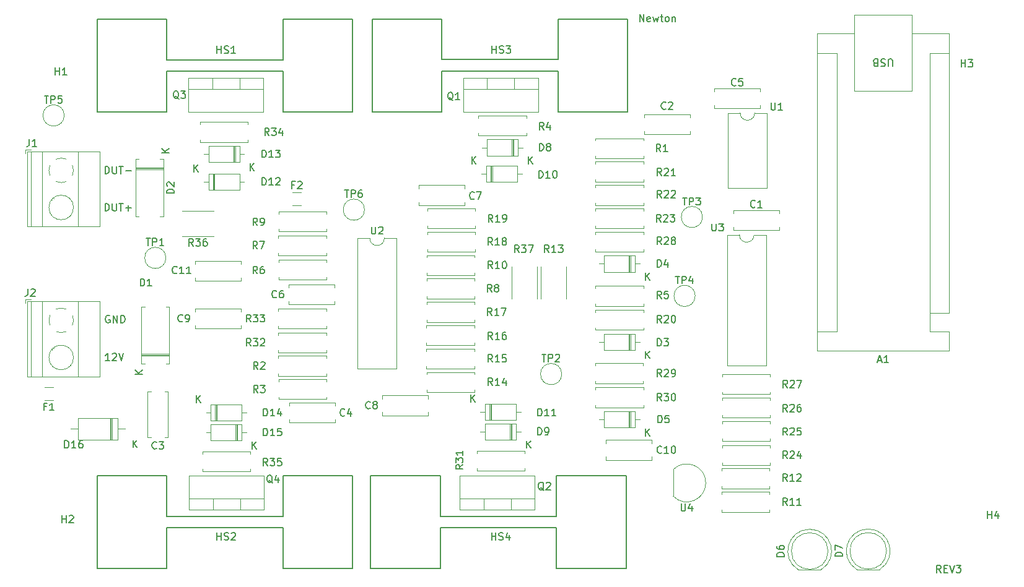
<source format=gbr>
%TF.GenerationSoftware,KiCad,Pcbnew,7.0.7*%
%TF.CreationDate,2023-10-10T01:29:58-06:00*%
%TF.ProjectId,USB_curve_tracer,5553425f-6375-4727-9665-5f7472616365,3*%
%TF.SameCoordinates,Original*%
%TF.FileFunction,Legend,Top*%
%TF.FilePolarity,Positive*%
%FSLAX46Y46*%
G04 Gerber Fmt 4.6, Leading zero omitted, Abs format (unit mm)*
G04 Created by KiCad (PCBNEW 7.0.7) date 2023-10-10 01:29:58*
%MOMM*%
%LPD*%
G01*
G04 APERTURE LIST*
%ADD10C,0.150000*%
%ADD11C,0.120000*%
%ADD12C,0.127000*%
G04 APERTURE END LIST*
D10*
X158036779Y-64069819D02*
X158036779Y-63069819D01*
X158036779Y-63069819D02*
X158608207Y-64069819D01*
X158608207Y-64069819D02*
X158608207Y-63069819D01*
X159465350Y-64022200D02*
X159370112Y-64069819D01*
X159370112Y-64069819D02*
X159179636Y-64069819D01*
X159179636Y-64069819D02*
X159084398Y-64022200D01*
X159084398Y-64022200D02*
X159036779Y-63926961D01*
X159036779Y-63926961D02*
X159036779Y-63546009D01*
X159036779Y-63546009D02*
X159084398Y-63450771D01*
X159084398Y-63450771D02*
X159179636Y-63403152D01*
X159179636Y-63403152D02*
X159370112Y-63403152D01*
X159370112Y-63403152D02*
X159465350Y-63450771D01*
X159465350Y-63450771D02*
X159512969Y-63546009D01*
X159512969Y-63546009D02*
X159512969Y-63641247D01*
X159512969Y-63641247D02*
X159036779Y-63736485D01*
X159846303Y-63403152D02*
X160036779Y-64069819D01*
X160036779Y-64069819D02*
X160227255Y-63593628D01*
X160227255Y-63593628D02*
X160417731Y-64069819D01*
X160417731Y-64069819D02*
X160608207Y-63403152D01*
X160846303Y-63403152D02*
X161227255Y-63403152D01*
X160989160Y-63069819D02*
X160989160Y-63926961D01*
X160989160Y-63926961D02*
X161036779Y-64022200D01*
X161036779Y-64022200D02*
X161132017Y-64069819D01*
X161132017Y-64069819D02*
X161227255Y-64069819D01*
X161703446Y-64069819D02*
X161608208Y-64022200D01*
X161608208Y-64022200D02*
X161560589Y-63974580D01*
X161560589Y-63974580D02*
X161512970Y-63879342D01*
X161512970Y-63879342D02*
X161512970Y-63593628D01*
X161512970Y-63593628D02*
X161560589Y-63498390D01*
X161560589Y-63498390D02*
X161608208Y-63450771D01*
X161608208Y-63450771D02*
X161703446Y-63403152D01*
X161703446Y-63403152D02*
X161846303Y-63403152D01*
X161846303Y-63403152D02*
X161941541Y-63450771D01*
X161941541Y-63450771D02*
X161989160Y-63498390D01*
X161989160Y-63498390D02*
X162036779Y-63593628D01*
X162036779Y-63593628D02*
X162036779Y-63879342D01*
X162036779Y-63879342D02*
X161989160Y-63974580D01*
X161989160Y-63974580D02*
X161941541Y-64022200D01*
X161941541Y-64022200D02*
X161846303Y-64069819D01*
X161846303Y-64069819D02*
X161703446Y-64069819D01*
X162465351Y-63403152D02*
X162465351Y-64069819D01*
X162465351Y-63498390D02*
X162512970Y-63450771D01*
X162512970Y-63450771D02*
X162608208Y-63403152D01*
X162608208Y-63403152D02*
X162751065Y-63403152D01*
X162751065Y-63403152D02*
X162846303Y-63450771D01*
X162846303Y-63450771D02*
X162893922Y-63546009D01*
X162893922Y-63546009D02*
X162893922Y-64069819D01*
X84966779Y-89979819D02*
X84966779Y-88979819D01*
X84966779Y-88979819D02*
X85204874Y-88979819D01*
X85204874Y-88979819D02*
X85347731Y-89027438D01*
X85347731Y-89027438D02*
X85442969Y-89122676D01*
X85442969Y-89122676D02*
X85490588Y-89217914D01*
X85490588Y-89217914D02*
X85538207Y-89408390D01*
X85538207Y-89408390D02*
X85538207Y-89551247D01*
X85538207Y-89551247D02*
X85490588Y-89741723D01*
X85490588Y-89741723D02*
X85442969Y-89836961D01*
X85442969Y-89836961D02*
X85347731Y-89932200D01*
X85347731Y-89932200D02*
X85204874Y-89979819D01*
X85204874Y-89979819D02*
X84966779Y-89979819D01*
X85966779Y-88979819D02*
X85966779Y-89789342D01*
X85966779Y-89789342D02*
X86014398Y-89884580D01*
X86014398Y-89884580D02*
X86062017Y-89932200D01*
X86062017Y-89932200D02*
X86157255Y-89979819D01*
X86157255Y-89979819D02*
X86347731Y-89979819D01*
X86347731Y-89979819D02*
X86442969Y-89932200D01*
X86442969Y-89932200D02*
X86490588Y-89884580D01*
X86490588Y-89884580D02*
X86538207Y-89789342D01*
X86538207Y-89789342D02*
X86538207Y-88979819D01*
X86871541Y-88979819D02*
X87442969Y-88979819D01*
X87157255Y-89979819D02*
X87157255Y-88979819D01*
X87776303Y-89598866D02*
X88538208Y-89598866D01*
X88157255Y-89979819D02*
X88157255Y-89217914D01*
X85590588Y-104327438D02*
X85495350Y-104279819D01*
X85495350Y-104279819D02*
X85352493Y-104279819D01*
X85352493Y-104279819D02*
X85209636Y-104327438D01*
X85209636Y-104327438D02*
X85114398Y-104422676D01*
X85114398Y-104422676D02*
X85066779Y-104517914D01*
X85066779Y-104517914D02*
X85019160Y-104708390D01*
X85019160Y-104708390D02*
X85019160Y-104851247D01*
X85019160Y-104851247D02*
X85066779Y-105041723D01*
X85066779Y-105041723D02*
X85114398Y-105136961D01*
X85114398Y-105136961D02*
X85209636Y-105232200D01*
X85209636Y-105232200D02*
X85352493Y-105279819D01*
X85352493Y-105279819D02*
X85447731Y-105279819D01*
X85447731Y-105279819D02*
X85590588Y-105232200D01*
X85590588Y-105232200D02*
X85638207Y-105184580D01*
X85638207Y-105184580D02*
X85638207Y-104851247D01*
X85638207Y-104851247D02*
X85447731Y-104851247D01*
X86066779Y-105279819D02*
X86066779Y-104279819D01*
X86066779Y-104279819D02*
X86638207Y-105279819D01*
X86638207Y-105279819D02*
X86638207Y-104279819D01*
X87114398Y-105279819D02*
X87114398Y-104279819D01*
X87114398Y-104279819D02*
X87352493Y-104279819D01*
X87352493Y-104279819D02*
X87495350Y-104327438D01*
X87495350Y-104327438D02*
X87590588Y-104422676D01*
X87590588Y-104422676D02*
X87638207Y-104517914D01*
X87638207Y-104517914D02*
X87685826Y-104708390D01*
X87685826Y-104708390D02*
X87685826Y-104851247D01*
X87685826Y-104851247D02*
X87638207Y-105041723D01*
X87638207Y-105041723D02*
X87590588Y-105136961D01*
X87590588Y-105136961D02*
X87495350Y-105232200D01*
X87495350Y-105232200D02*
X87352493Y-105279819D01*
X87352493Y-105279819D02*
X87114398Y-105279819D01*
X84966779Y-84879819D02*
X84966779Y-83879819D01*
X84966779Y-83879819D02*
X85204874Y-83879819D01*
X85204874Y-83879819D02*
X85347731Y-83927438D01*
X85347731Y-83927438D02*
X85442969Y-84022676D01*
X85442969Y-84022676D02*
X85490588Y-84117914D01*
X85490588Y-84117914D02*
X85538207Y-84308390D01*
X85538207Y-84308390D02*
X85538207Y-84451247D01*
X85538207Y-84451247D02*
X85490588Y-84641723D01*
X85490588Y-84641723D02*
X85442969Y-84736961D01*
X85442969Y-84736961D02*
X85347731Y-84832200D01*
X85347731Y-84832200D02*
X85204874Y-84879819D01*
X85204874Y-84879819D02*
X84966779Y-84879819D01*
X85966779Y-83879819D02*
X85966779Y-84689342D01*
X85966779Y-84689342D02*
X86014398Y-84784580D01*
X86014398Y-84784580D02*
X86062017Y-84832200D01*
X86062017Y-84832200D02*
X86157255Y-84879819D01*
X86157255Y-84879819D02*
X86347731Y-84879819D01*
X86347731Y-84879819D02*
X86442969Y-84832200D01*
X86442969Y-84832200D02*
X86490588Y-84784580D01*
X86490588Y-84784580D02*
X86538207Y-84689342D01*
X86538207Y-84689342D02*
X86538207Y-83879819D01*
X86871541Y-83879819D02*
X87442969Y-83879819D01*
X87157255Y-84879819D02*
X87157255Y-83879819D01*
X87776303Y-84498866D02*
X88538208Y-84498866D01*
X85590588Y-110479819D02*
X85019160Y-110479819D01*
X85304874Y-110479819D02*
X85304874Y-109479819D01*
X85304874Y-109479819D02*
X85209636Y-109622676D01*
X85209636Y-109622676D02*
X85114398Y-109717914D01*
X85114398Y-109717914D02*
X85019160Y-109765533D01*
X85971541Y-109575057D02*
X86019160Y-109527438D01*
X86019160Y-109527438D02*
X86114398Y-109479819D01*
X86114398Y-109479819D02*
X86352493Y-109479819D01*
X86352493Y-109479819D02*
X86447731Y-109527438D01*
X86447731Y-109527438D02*
X86495350Y-109575057D01*
X86495350Y-109575057D02*
X86542969Y-109670295D01*
X86542969Y-109670295D02*
X86542969Y-109765533D01*
X86542969Y-109765533D02*
X86495350Y-109908390D01*
X86495350Y-109908390D02*
X85923922Y-110479819D01*
X85923922Y-110479819D02*
X86542969Y-110479819D01*
X86828684Y-109479819D02*
X87162017Y-110479819D01*
X87162017Y-110479819D02*
X87495350Y-109479819D01*
X199208207Y-139469819D02*
X198874874Y-138993628D01*
X198636779Y-139469819D02*
X198636779Y-138469819D01*
X198636779Y-138469819D02*
X199017731Y-138469819D01*
X199017731Y-138469819D02*
X199112969Y-138517438D01*
X199112969Y-138517438D02*
X199160588Y-138565057D01*
X199160588Y-138565057D02*
X199208207Y-138660295D01*
X199208207Y-138660295D02*
X199208207Y-138803152D01*
X199208207Y-138803152D02*
X199160588Y-138898390D01*
X199160588Y-138898390D02*
X199112969Y-138946009D01*
X199112969Y-138946009D02*
X199017731Y-138993628D01*
X199017731Y-138993628D02*
X198636779Y-138993628D01*
X199636779Y-138946009D02*
X199970112Y-138946009D01*
X200112969Y-139469819D02*
X199636779Y-139469819D01*
X199636779Y-139469819D02*
X199636779Y-138469819D01*
X199636779Y-138469819D02*
X200112969Y-138469819D01*
X200398684Y-138469819D02*
X200732017Y-139469819D01*
X200732017Y-139469819D02*
X201065350Y-138469819D01*
X201303446Y-138469819D02*
X201922493Y-138469819D01*
X201922493Y-138469819D02*
X201589160Y-138850771D01*
X201589160Y-138850771D02*
X201732017Y-138850771D01*
X201732017Y-138850771D02*
X201827255Y-138898390D01*
X201827255Y-138898390D02*
X201874874Y-138946009D01*
X201874874Y-138946009D02*
X201922493Y-139041247D01*
X201922493Y-139041247D02*
X201922493Y-139279342D01*
X201922493Y-139279342D02*
X201874874Y-139374580D01*
X201874874Y-139374580D02*
X201827255Y-139422200D01*
X201827255Y-139422200D02*
X201732017Y-139469819D01*
X201732017Y-139469819D02*
X201446303Y-139469819D01*
X201446303Y-139469819D02*
X201351065Y-139422200D01*
X201351065Y-139422200D02*
X201303446Y-139374580D01*
X106415714Y-82644819D02*
X106415714Y-81644819D01*
X106415714Y-81644819D02*
X106653809Y-81644819D01*
X106653809Y-81644819D02*
X106796666Y-81692438D01*
X106796666Y-81692438D02*
X106891904Y-81787676D01*
X106891904Y-81787676D02*
X106939523Y-81882914D01*
X106939523Y-81882914D02*
X106987142Y-82073390D01*
X106987142Y-82073390D02*
X106987142Y-82216247D01*
X106987142Y-82216247D02*
X106939523Y-82406723D01*
X106939523Y-82406723D02*
X106891904Y-82501961D01*
X106891904Y-82501961D02*
X106796666Y-82597200D01*
X106796666Y-82597200D02*
X106653809Y-82644819D01*
X106653809Y-82644819D02*
X106415714Y-82644819D01*
X107939523Y-82644819D02*
X107368095Y-82644819D01*
X107653809Y-82644819D02*
X107653809Y-81644819D01*
X107653809Y-81644819D02*
X107558571Y-81787676D01*
X107558571Y-81787676D02*
X107463333Y-81882914D01*
X107463333Y-81882914D02*
X107368095Y-81930533D01*
X108272857Y-81644819D02*
X108891904Y-81644819D01*
X108891904Y-81644819D02*
X108558571Y-82025771D01*
X108558571Y-82025771D02*
X108701428Y-82025771D01*
X108701428Y-82025771D02*
X108796666Y-82073390D01*
X108796666Y-82073390D02*
X108844285Y-82121009D01*
X108844285Y-82121009D02*
X108891904Y-82216247D01*
X108891904Y-82216247D02*
X108891904Y-82454342D01*
X108891904Y-82454342D02*
X108844285Y-82549580D01*
X108844285Y-82549580D02*
X108796666Y-82597200D01*
X108796666Y-82597200D02*
X108701428Y-82644819D01*
X108701428Y-82644819D02*
X108415714Y-82644819D01*
X108415714Y-82644819D02*
X108320476Y-82597200D01*
X108320476Y-82597200D02*
X108272857Y-82549580D01*
X104778095Y-84444819D02*
X104778095Y-83444819D01*
X105349523Y-84444819D02*
X104920952Y-83873390D01*
X105349523Y-83444819D02*
X104778095Y-84016247D01*
X161603333Y-75969580D02*
X161555714Y-76017200D01*
X161555714Y-76017200D02*
X161412857Y-76064819D01*
X161412857Y-76064819D02*
X161317619Y-76064819D01*
X161317619Y-76064819D02*
X161174762Y-76017200D01*
X161174762Y-76017200D02*
X161079524Y-75921961D01*
X161079524Y-75921961D02*
X161031905Y-75826723D01*
X161031905Y-75826723D02*
X160984286Y-75636247D01*
X160984286Y-75636247D02*
X160984286Y-75493390D01*
X160984286Y-75493390D02*
X161031905Y-75302914D01*
X161031905Y-75302914D02*
X161079524Y-75207676D01*
X161079524Y-75207676D02*
X161174762Y-75112438D01*
X161174762Y-75112438D02*
X161317619Y-75064819D01*
X161317619Y-75064819D02*
X161412857Y-75064819D01*
X161412857Y-75064819D02*
X161555714Y-75112438D01*
X161555714Y-75112438D02*
X161603333Y-75160057D01*
X161984286Y-75160057D02*
X162031905Y-75112438D01*
X162031905Y-75112438D02*
X162127143Y-75064819D01*
X162127143Y-75064819D02*
X162365238Y-75064819D01*
X162365238Y-75064819D02*
X162460476Y-75112438D01*
X162460476Y-75112438D02*
X162508095Y-75160057D01*
X162508095Y-75160057D02*
X162555714Y-75255295D01*
X162555714Y-75255295D02*
X162555714Y-75350533D01*
X162555714Y-75350533D02*
X162508095Y-75493390D01*
X162508095Y-75493390D02*
X161936667Y-76064819D01*
X161936667Y-76064819D02*
X162555714Y-76064819D01*
X177764819Y-137278094D02*
X176764819Y-137278094D01*
X176764819Y-137278094D02*
X176764819Y-137039999D01*
X176764819Y-137039999D02*
X176812438Y-136897142D01*
X176812438Y-136897142D02*
X176907676Y-136801904D01*
X176907676Y-136801904D02*
X177002914Y-136754285D01*
X177002914Y-136754285D02*
X177193390Y-136706666D01*
X177193390Y-136706666D02*
X177336247Y-136706666D01*
X177336247Y-136706666D02*
X177526723Y-136754285D01*
X177526723Y-136754285D02*
X177621961Y-136801904D01*
X177621961Y-136801904D02*
X177717200Y-136897142D01*
X177717200Y-136897142D02*
X177764819Y-137039999D01*
X177764819Y-137039999D02*
X177764819Y-137278094D01*
X176764819Y-135849523D02*
X176764819Y-136039999D01*
X176764819Y-136039999D02*
X176812438Y-136135237D01*
X176812438Y-136135237D02*
X176860057Y-136182856D01*
X176860057Y-136182856D02*
X177002914Y-136278094D01*
X177002914Y-136278094D02*
X177193390Y-136325713D01*
X177193390Y-136325713D02*
X177574342Y-136325713D01*
X177574342Y-136325713D02*
X177669580Y-136278094D01*
X177669580Y-136278094D02*
X177717200Y-136230475D01*
X177717200Y-136230475D02*
X177764819Y-136135237D01*
X177764819Y-136135237D02*
X177764819Y-135944761D01*
X177764819Y-135944761D02*
X177717200Y-135849523D01*
X177717200Y-135849523D02*
X177669580Y-135801904D01*
X177669580Y-135801904D02*
X177574342Y-135754285D01*
X177574342Y-135754285D02*
X177336247Y-135754285D01*
X177336247Y-135754285D02*
X177241009Y-135801904D01*
X177241009Y-135801904D02*
X177193390Y-135849523D01*
X177193390Y-135849523D02*
X177145771Y-135944761D01*
X177145771Y-135944761D02*
X177145771Y-136135237D01*
X177145771Y-136135237D02*
X177193390Y-136230475D01*
X177193390Y-136230475D02*
X177241009Y-136278094D01*
X177241009Y-136278094D02*
X177336247Y-136325713D01*
X163708095Y-130064819D02*
X163708095Y-130874342D01*
X163708095Y-130874342D02*
X163755714Y-130969580D01*
X163755714Y-130969580D02*
X163803333Y-131017200D01*
X163803333Y-131017200D02*
X163898571Y-131064819D01*
X163898571Y-131064819D02*
X164089047Y-131064819D01*
X164089047Y-131064819D02*
X164184285Y-131017200D01*
X164184285Y-131017200D02*
X164231904Y-130969580D01*
X164231904Y-130969580D02*
X164279523Y-130874342D01*
X164279523Y-130874342D02*
X164279523Y-130064819D01*
X165184285Y-130398152D02*
X165184285Y-131064819D01*
X164946190Y-130017200D02*
X164708095Y-130731485D01*
X164708095Y-130731485D02*
X165327142Y-130731485D01*
X167908095Y-91724819D02*
X167908095Y-92534342D01*
X167908095Y-92534342D02*
X167955714Y-92629580D01*
X167955714Y-92629580D02*
X168003333Y-92677200D01*
X168003333Y-92677200D02*
X168098571Y-92724819D01*
X168098571Y-92724819D02*
X168289047Y-92724819D01*
X168289047Y-92724819D02*
X168384285Y-92677200D01*
X168384285Y-92677200D02*
X168431904Y-92629580D01*
X168431904Y-92629580D02*
X168479523Y-92534342D01*
X168479523Y-92534342D02*
X168479523Y-91724819D01*
X168860476Y-91724819D02*
X169479523Y-91724819D01*
X169479523Y-91724819D02*
X169146190Y-92105771D01*
X169146190Y-92105771D02*
X169289047Y-92105771D01*
X169289047Y-92105771D02*
X169384285Y-92153390D01*
X169384285Y-92153390D02*
X169431904Y-92201009D01*
X169431904Y-92201009D02*
X169479523Y-92296247D01*
X169479523Y-92296247D02*
X169479523Y-92534342D01*
X169479523Y-92534342D02*
X169431904Y-92629580D01*
X169431904Y-92629580D02*
X169384285Y-92677200D01*
X169384285Y-92677200D02*
X169289047Y-92724819D01*
X169289047Y-92724819D02*
X169003333Y-92724819D01*
X169003333Y-92724819D02*
X168908095Y-92677200D01*
X168908095Y-92677200D02*
X168860476Y-92629580D01*
X137837142Y-104264819D02*
X137503809Y-103788628D01*
X137265714Y-104264819D02*
X137265714Y-103264819D01*
X137265714Y-103264819D02*
X137646666Y-103264819D01*
X137646666Y-103264819D02*
X137741904Y-103312438D01*
X137741904Y-103312438D02*
X137789523Y-103360057D01*
X137789523Y-103360057D02*
X137837142Y-103455295D01*
X137837142Y-103455295D02*
X137837142Y-103598152D01*
X137837142Y-103598152D02*
X137789523Y-103693390D01*
X137789523Y-103693390D02*
X137741904Y-103741009D01*
X137741904Y-103741009D02*
X137646666Y-103788628D01*
X137646666Y-103788628D02*
X137265714Y-103788628D01*
X138789523Y-104264819D02*
X138218095Y-104264819D01*
X138503809Y-104264819D02*
X138503809Y-103264819D01*
X138503809Y-103264819D02*
X138408571Y-103407676D01*
X138408571Y-103407676D02*
X138313333Y-103502914D01*
X138313333Y-103502914D02*
X138218095Y-103550533D01*
X139122857Y-103264819D02*
X139789523Y-103264819D01*
X139789523Y-103264819D02*
X139360952Y-104264819D01*
X105773333Y-95164819D02*
X105440000Y-94688628D01*
X105201905Y-95164819D02*
X105201905Y-94164819D01*
X105201905Y-94164819D02*
X105582857Y-94164819D01*
X105582857Y-94164819D02*
X105678095Y-94212438D01*
X105678095Y-94212438D02*
X105725714Y-94260057D01*
X105725714Y-94260057D02*
X105773333Y-94355295D01*
X105773333Y-94355295D02*
X105773333Y-94498152D01*
X105773333Y-94498152D02*
X105725714Y-94593390D01*
X105725714Y-94593390D02*
X105678095Y-94641009D01*
X105678095Y-94641009D02*
X105582857Y-94688628D01*
X105582857Y-94688628D02*
X105201905Y-94688628D01*
X106106667Y-94164819D02*
X106773333Y-94164819D01*
X106773333Y-94164819D02*
X106344762Y-95164819D01*
X161027142Y-112664819D02*
X160693809Y-112188628D01*
X160455714Y-112664819D02*
X160455714Y-111664819D01*
X160455714Y-111664819D02*
X160836666Y-111664819D01*
X160836666Y-111664819D02*
X160931904Y-111712438D01*
X160931904Y-111712438D02*
X160979523Y-111760057D01*
X160979523Y-111760057D02*
X161027142Y-111855295D01*
X161027142Y-111855295D02*
X161027142Y-111998152D01*
X161027142Y-111998152D02*
X160979523Y-112093390D01*
X160979523Y-112093390D02*
X160931904Y-112141009D01*
X160931904Y-112141009D02*
X160836666Y-112188628D01*
X160836666Y-112188628D02*
X160455714Y-112188628D01*
X161408095Y-111760057D02*
X161455714Y-111712438D01*
X161455714Y-111712438D02*
X161550952Y-111664819D01*
X161550952Y-111664819D02*
X161789047Y-111664819D01*
X161789047Y-111664819D02*
X161884285Y-111712438D01*
X161884285Y-111712438D02*
X161931904Y-111760057D01*
X161931904Y-111760057D02*
X161979523Y-111855295D01*
X161979523Y-111855295D02*
X161979523Y-111950533D01*
X161979523Y-111950533D02*
X161931904Y-112093390D01*
X161931904Y-112093390D02*
X161360476Y-112664819D01*
X161360476Y-112664819D02*
X161979523Y-112664819D01*
X162455714Y-112664819D02*
X162646190Y-112664819D01*
X162646190Y-112664819D02*
X162741428Y-112617200D01*
X162741428Y-112617200D02*
X162789047Y-112569580D01*
X162789047Y-112569580D02*
X162884285Y-112426723D01*
X162884285Y-112426723D02*
X162931904Y-112236247D01*
X162931904Y-112236247D02*
X162931904Y-111855295D01*
X162931904Y-111855295D02*
X162884285Y-111760057D01*
X162884285Y-111760057D02*
X162836666Y-111712438D01*
X162836666Y-111712438D02*
X162741428Y-111664819D01*
X162741428Y-111664819D02*
X162550952Y-111664819D01*
X162550952Y-111664819D02*
X162455714Y-111712438D01*
X162455714Y-111712438D02*
X162408095Y-111760057D01*
X162408095Y-111760057D02*
X162360476Y-111855295D01*
X162360476Y-111855295D02*
X162360476Y-112093390D01*
X162360476Y-112093390D02*
X162408095Y-112188628D01*
X162408095Y-112188628D02*
X162455714Y-112236247D01*
X162455714Y-112236247D02*
X162550952Y-112283866D01*
X162550952Y-112283866D02*
X162741428Y-112283866D01*
X162741428Y-112283866D02*
X162836666Y-112236247D01*
X162836666Y-112236247D02*
X162884285Y-112188628D01*
X162884285Y-112188628D02*
X162931904Y-112093390D01*
X76668095Y-74216819D02*
X77239523Y-74216819D01*
X76953809Y-75216819D02*
X76953809Y-74216819D01*
X77572857Y-75216819D02*
X77572857Y-74216819D01*
X77572857Y-74216819D02*
X77953809Y-74216819D01*
X77953809Y-74216819D02*
X78049047Y-74264438D01*
X78049047Y-74264438D02*
X78096666Y-74312057D01*
X78096666Y-74312057D02*
X78144285Y-74407295D01*
X78144285Y-74407295D02*
X78144285Y-74550152D01*
X78144285Y-74550152D02*
X78096666Y-74645390D01*
X78096666Y-74645390D02*
X78049047Y-74693009D01*
X78049047Y-74693009D02*
X77953809Y-74740628D01*
X77953809Y-74740628D02*
X77572857Y-74740628D01*
X79049047Y-74216819D02*
X78572857Y-74216819D01*
X78572857Y-74216819D02*
X78525238Y-74693009D01*
X78525238Y-74693009D02*
X78572857Y-74645390D01*
X78572857Y-74645390D02*
X78668095Y-74597771D01*
X78668095Y-74597771D02*
X78906190Y-74597771D01*
X78906190Y-74597771D02*
X79001428Y-74645390D01*
X79001428Y-74645390D02*
X79049047Y-74693009D01*
X79049047Y-74693009D02*
X79096666Y-74788247D01*
X79096666Y-74788247D02*
X79096666Y-75026342D01*
X79096666Y-75026342D02*
X79049047Y-75121580D01*
X79049047Y-75121580D02*
X79001428Y-75169200D01*
X79001428Y-75169200D02*
X78906190Y-75216819D01*
X78906190Y-75216819D02*
X78668095Y-75216819D01*
X78668095Y-75216819D02*
X78572857Y-75169200D01*
X78572857Y-75169200D02*
X78525238Y-75121580D01*
X108403333Y-101769580D02*
X108355714Y-101817200D01*
X108355714Y-101817200D02*
X108212857Y-101864819D01*
X108212857Y-101864819D02*
X108117619Y-101864819D01*
X108117619Y-101864819D02*
X107974762Y-101817200D01*
X107974762Y-101817200D02*
X107879524Y-101721961D01*
X107879524Y-101721961D02*
X107831905Y-101626723D01*
X107831905Y-101626723D02*
X107784286Y-101436247D01*
X107784286Y-101436247D02*
X107784286Y-101293390D01*
X107784286Y-101293390D02*
X107831905Y-101102914D01*
X107831905Y-101102914D02*
X107879524Y-101007676D01*
X107879524Y-101007676D02*
X107974762Y-100912438D01*
X107974762Y-100912438D02*
X108117619Y-100864819D01*
X108117619Y-100864819D02*
X108212857Y-100864819D01*
X108212857Y-100864819D02*
X108355714Y-100912438D01*
X108355714Y-100912438D02*
X108403333Y-100960057D01*
X109260476Y-100864819D02*
X109070000Y-100864819D01*
X109070000Y-100864819D02*
X108974762Y-100912438D01*
X108974762Y-100912438D02*
X108927143Y-100960057D01*
X108927143Y-100960057D02*
X108831905Y-101102914D01*
X108831905Y-101102914D02*
X108784286Y-101293390D01*
X108784286Y-101293390D02*
X108784286Y-101674342D01*
X108784286Y-101674342D02*
X108831905Y-101769580D01*
X108831905Y-101769580D02*
X108879524Y-101817200D01*
X108879524Y-101817200D02*
X108974762Y-101864819D01*
X108974762Y-101864819D02*
X109165238Y-101864819D01*
X109165238Y-101864819D02*
X109260476Y-101817200D01*
X109260476Y-101817200D02*
X109308095Y-101769580D01*
X109308095Y-101769580D02*
X109355714Y-101674342D01*
X109355714Y-101674342D02*
X109355714Y-101436247D01*
X109355714Y-101436247D02*
X109308095Y-101341009D01*
X109308095Y-101341009D02*
X109260476Y-101293390D01*
X109260476Y-101293390D02*
X109165238Y-101245771D01*
X109165238Y-101245771D02*
X108974762Y-101245771D01*
X108974762Y-101245771D02*
X108879524Y-101293390D01*
X108879524Y-101293390D02*
X108831905Y-101341009D01*
X108831905Y-101341009D02*
X108784286Y-101436247D01*
X178227142Y-114164819D02*
X177893809Y-113688628D01*
X177655714Y-114164819D02*
X177655714Y-113164819D01*
X177655714Y-113164819D02*
X178036666Y-113164819D01*
X178036666Y-113164819D02*
X178131904Y-113212438D01*
X178131904Y-113212438D02*
X178179523Y-113260057D01*
X178179523Y-113260057D02*
X178227142Y-113355295D01*
X178227142Y-113355295D02*
X178227142Y-113498152D01*
X178227142Y-113498152D02*
X178179523Y-113593390D01*
X178179523Y-113593390D02*
X178131904Y-113641009D01*
X178131904Y-113641009D02*
X178036666Y-113688628D01*
X178036666Y-113688628D02*
X177655714Y-113688628D01*
X178608095Y-113260057D02*
X178655714Y-113212438D01*
X178655714Y-113212438D02*
X178750952Y-113164819D01*
X178750952Y-113164819D02*
X178989047Y-113164819D01*
X178989047Y-113164819D02*
X179084285Y-113212438D01*
X179084285Y-113212438D02*
X179131904Y-113260057D01*
X179131904Y-113260057D02*
X179179523Y-113355295D01*
X179179523Y-113355295D02*
X179179523Y-113450533D01*
X179179523Y-113450533D02*
X179131904Y-113593390D01*
X179131904Y-113593390D02*
X178560476Y-114164819D01*
X178560476Y-114164819D02*
X179179523Y-114164819D01*
X179512857Y-113164819D02*
X180179523Y-113164819D01*
X180179523Y-113164819D02*
X179750952Y-114164819D01*
X74596666Y-80164819D02*
X74596666Y-80879104D01*
X74596666Y-80879104D02*
X74549047Y-81021961D01*
X74549047Y-81021961D02*
X74453809Y-81117200D01*
X74453809Y-81117200D02*
X74310952Y-81164819D01*
X74310952Y-81164819D02*
X74215714Y-81164819D01*
X75596666Y-81164819D02*
X75025238Y-81164819D01*
X75310952Y-81164819D02*
X75310952Y-80164819D01*
X75310952Y-80164819D02*
X75215714Y-80307676D01*
X75215714Y-80307676D02*
X75120476Y-80402914D01*
X75120476Y-80402914D02*
X75025238Y-80450533D01*
X110836666Y-86421009D02*
X110503333Y-86421009D01*
X110503333Y-86944819D02*
X110503333Y-85944819D01*
X110503333Y-85944819D02*
X110979523Y-85944819D01*
X111312857Y-86040057D02*
X111360476Y-85992438D01*
X111360476Y-85992438D02*
X111455714Y-85944819D01*
X111455714Y-85944819D02*
X111693809Y-85944819D01*
X111693809Y-85944819D02*
X111789047Y-85992438D01*
X111789047Y-85992438D02*
X111836666Y-86040057D01*
X111836666Y-86040057D02*
X111884285Y-86135295D01*
X111884285Y-86135295D02*
X111884285Y-86230533D01*
X111884285Y-86230533D02*
X111836666Y-86373390D01*
X111836666Y-86373390D02*
X111265238Y-86944819D01*
X111265238Y-86944819D02*
X111884285Y-86944819D01*
X105863333Y-114844819D02*
X105530000Y-114368628D01*
X105291905Y-114844819D02*
X105291905Y-113844819D01*
X105291905Y-113844819D02*
X105672857Y-113844819D01*
X105672857Y-113844819D02*
X105768095Y-113892438D01*
X105768095Y-113892438D02*
X105815714Y-113940057D01*
X105815714Y-113940057D02*
X105863333Y-114035295D01*
X105863333Y-114035295D02*
X105863333Y-114178152D01*
X105863333Y-114178152D02*
X105815714Y-114273390D01*
X105815714Y-114273390D02*
X105768095Y-114321009D01*
X105768095Y-114321009D02*
X105672857Y-114368628D01*
X105672857Y-114368628D02*
X105291905Y-114368628D01*
X106196667Y-113844819D02*
X106815714Y-113844819D01*
X106815714Y-113844819D02*
X106482381Y-114225771D01*
X106482381Y-114225771D02*
X106625238Y-114225771D01*
X106625238Y-114225771D02*
X106720476Y-114273390D01*
X106720476Y-114273390D02*
X106768095Y-114321009D01*
X106768095Y-114321009D02*
X106815714Y-114416247D01*
X106815714Y-114416247D02*
X106815714Y-114654342D01*
X106815714Y-114654342D02*
X106768095Y-114749580D01*
X106768095Y-114749580D02*
X106720476Y-114797200D01*
X106720476Y-114797200D02*
X106625238Y-114844819D01*
X106625238Y-114844819D02*
X106339524Y-114844819D01*
X106339524Y-114844819D02*
X106244286Y-114797200D01*
X106244286Y-114797200D02*
X106196667Y-114749580D01*
X137813333Y-101064819D02*
X137480000Y-100588628D01*
X137241905Y-101064819D02*
X137241905Y-100064819D01*
X137241905Y-100064819D02*
X137622857Y-100064819D01*
X137622857Y-100064819D02*
X137718095Y-100112438D01*
X137718095Y-100112438D02*
X137765714Y-100160057D01*
X137765714Y-100160057D02*
X137813333Y-100255295D01*
X137813333Y-100255295D02*
X137813333Y-100398152D01*
X137813333Y-100398152D02*
X137765714Y-100493390D01*
X137765714Y-100493390D02*
X137718095Y-100541009D01*
X137718095Y-100541009D02*
X137622857Y-100588628D01*
X137622857Y-100588628D02*
X137241905Y-100588628D01*
X138384762Y-100493390D02*
X138289524Y-100445771D01*
X138289524Y-100445771D02*
X138241905Y-100398152D01*
X138241905Y-100398152D02*
X138194286Y-100302914D01*
X138194286Y-100302914D02*
X138194286Y-100255295D01*
X138194286Y-100255295D02*
X138241905Y-100160057D01*
X138241905Y-100160057D02*
X138289524Y-100112438D01*
X138289524Y-100112438D02*
X138384762Y-100064819D01*
X138384762Y-100064819D02*
X138575238Y-100064819D01*
X138575238Y-100064819D02*
X138670476Y-100112438D01*
X138670476Y-100112438D02*
X138718095Y-100160057D01*
X138718095Y-100160057D02*
X138765714Y-100255295D01*
X138765714Y-100255295D02*
X138765714Y-100302914D01*
X138765714Y-100302914D02*
X138718095Y-100398152D01*
X138718095Y-100398152D02*
X138670476Y-100445771D01*
X138670476Y-100445771D02*
X138575238Y-100493390D01*
X138575238Y-100493390D02*
X138384762Y-100493390D01*
X138384762Y-100493390D02*
X138289524Y-100541009D01*
X138289524Y-100541009D02*
X138241905Y-100588628D01*
X138241905Y-100588628D02*
X138194286Y-100683866D01*
X138194286Y-100683866D02*
X138194286Y-100874342D01*
X138194286Y-100874342D02*
X138241905Y-100969580D01*
X138241905Y-100969580D02*
X138289524Y-101017200D01*
X138289524Y-101017200D02*
X138384762Y-101064819D01*
X138384762Y-101064819D02*
X138575238Y-101064819D01*
X138575238Y-101064819D02*
X138670476Y-101017200D01*
X138670476Y-101017200D02*
X138718095Y-100969580D01*
X138718095Y-100969580D02*
X138765714Y-100874342D01*
X138765714Y-100874342D02*
X138765714Y-100683866D01*
X138765714Y-100683866D02*
X138718095Y-100588628D01*
X138718095Y-100588628D02*
X138670476Y-100541009D01*
X138670476Y-100541009D02*
X138575238Y-100493390D01*
X95034761Y-74640057D02*
X94939523Y-74592438D01*
X94939523Y-74592438D02*
X94844285Y-74497200D01*
X94844285Y-74497200D02*
X94701428Y-74354342D01*
X94701428Y-74354342D02*
X94606190Y-74306723D01*
X94606190Y-74306723D02*
X94510952Y-74306723D01*
X94558571Y-74544819D02*
X94463333Y-74497200D01*
X94463333Y-74497200D02*
X94368095Y-74401961D01*
X94368095Y-74401961D02*
X94320476Y-74211485D01*
X94320476Y-74211485D02*
X94320476Y-73878152D01*
X94320476Y-73878152D02*
X94368095Y-73687676D01*
X94368095Y-73687676D02*
X94463333Y-73592438D01*
X94463333Y-73592438D02*
X94558571Y-73544819D01*
X94558571Y-73544819D02*
X94749047Y-73544819D01*
X94749047Y-73544819D02*
X94844285Y-73592438D01*
X94844285Y-73592438D02*
X94939523Y-73687676D01*
X94939523Y-73687676D02*
X94987142Y-73878152D01*
X94987142Y-73878152D02*
X94987142Y-74211485D01*
X94987142Y-74211485D02*
X94939523Y-74401961D01*
X94939523Y-74401961D02*
X94844285Y-74497200D01*
X94844285Y-74497200D02*
X94749047Y-74544819D01*
X94749047Y-74544819D02*
X94558571Y-74544819D01*
X95320476Y-73544819D02*
X95939523Y-73544819D01*
X95939523Y-73544819D02*
X95606190Y-73925771D01*
X95606190Y-73925771D02*
X95749047Y-73925771D01*
X95749047Y-73925771D02*
X95844285Y-73973390D01*
X95844285Y-73973390D02*
X95891904Y-74021009D01*
X95891904Y-74021009D02*
X95939523Y-74116247D01*
X95939523Y-74116247D02*
X95939523Y-74354342D01*
X95939523Y-74354342D02*
X95891904Y-74449580D01*
X95891904Y-74449580D02*
X95844285Y-74497200D01*
X95844285Y-74497200D02*
X95749047Y-74544819D01*
X95749047Y-74544819D02*
X95463333Y-74544819D01*
X95463333Y-74544819D02*
X95368095Y-74497200D01*
X95368095Y-74497200D02*
X95320476Y-74449580D01*
X137947142Y-91484819D02*
X137613809Y-91008628D01*
X137375714Y-91484819D02*
X137375714Y-90484819D01*
X137375714Y-90484819D02*
X137756666Y-90484819D01*
X137756666Y-90484819D02*
X137851904Y-90532438D01*
X137851904Y-90532438D02*
X137899523Y-90580057D01*
X137899523Y-90580057D02*
X137947142Y-90675295D01*
X137947142Y-90675295D02*
X137947142Y-90818152D01*
X137947142Y-90818152D02*
X137899523Y-90913390D01*
X137899523Y-90913390D02*
X137851904Y-90961009D01*
X137851904Y-90961009D02*
X137756666Y-91008628D01*
X137756666Y-91008628D02*
X137375714Y-91008628D01*
X138899523Y-91484819D02*
X138328095Y-91484819D01*
X138613809Y-91484819D02*
X138613809Y-90484819D01*
X138613809Y-90484819D02*
X138518571Y-90627676D01*
X138518571Y-90627676D02*
X138423333Y-90722914D01*
X138423333Y-90722914D02*
X138328095Y-90770533D01*
X139375714Y-91484819D02*
X139566190Y-91484819D01*
X139566190Y-91484819D02*
X139661428Y-91437200D01*
X139661428Y-91437200D02*
X139709047Y-91389580D01*
X139709047Y-91389580D02*
X139804285Y-91246723D01*
X139804285Y-91246723D02*
X139851904Y-91056247D01*
X139851904Y-91056247D02*
X139851904Y-90675295D01*
X139851904Y-90675295D02*
X139804285Y-90580057D01*
X139804285Y-90580057D02*
X139756666Y-90532438D01*
X139756666Y-90532438D02*
X139661428Y-90484819D01*
X139661428Y-90484819D02*
X139470952Y-90484819D01*
X139470952Y-90484819D02*
X139375714Y-90532438D01*
X139375714Y-90532438D02*
X139328095Y-90580057D01*
X139328095Y-90580057D02*
X139280476Y-90675295D01*
X139280476Y-90675295D02*
X139280476Y-90913390D01*
X139280476Y-90913390D02*
X139328095Y-91008628D01*
X139328095Y-91008628D02*
X139375714Y-91056247D01*
X139375714Y-91056247D02*
X139470952Y-91103866D01*
X139470952Y-91103866D02*
X139661428Y-91103866D01*
X139661428Y-91103866D02*
X139756666Y-91056247D01*
X139756666Y-91056247D02*
X139804285Y-91008628D01*
X139804285Y-91008628D02*
X139851904Y-90913390D01*
X107387142Y-79644819D02*
X107053809Y-79168628D01*
X106815714Y-79644819D02*
X106815714Y-78644819D01*
X106815714Y-78644819D02*
X107196666Y-78644819D01*
X107196666Y-78644819D02*
X107291904Y-78692438D01*
X107291904Y-78692438D02*
X107339523Y-78740057D01*
X107339523Y-78740057D02*
X107387142Y-78835295D01*
X107387142Y-78835295D02*
X107387142Y-78978152D01*
X107387142Y-78978152D02*
X107339523Y-79073390D01*
X107339523Y-79073390D02*
X107291904Y-79121009D01*
X107291904Y-79121009D02*
X107196666Y-79168628D01*
X107196666Y-79168628D02*
X106815714Y-79168628D01*
X107720476Y-78644819D02*
X108339523Y-78644819D01*
X108339523Y-78644819D02*
X108006190Y-79025771D01*
X108006190Y-79025771D02*
X108149047Y-79025771D01*
X108149047Y-79025771D02*
X108244285Y-79073390D01*
X108244285Y-79073390D02*
X108291904Y-79121009D01*
X108291904Y-79121009D02*
X108339523Y-79216247D01*
X108339523Y-79216247D02*
X108339523Y-79454342D01*
X108339523Y-79454342D02*
X108291904Y-79549580D01*
X108291904Y-79549580D02*
X108244285Y-79597200D01*
X108244285Y-79597200D02*
X108149047Y-79644819D01*
X108149047Y-79644819D02*
X107863333Y-79644819D01*
X107863333Y-79644819D02*
X107768095Y-79597200D01*
X107768095Y-79597200D02*
X107720476Y-79549580D01*
X109196666Y-78978152D02*
X109196666Y-79644819D01*
X108958571Y-78597200D02*
X108720476Y-79311485D01*
X108720476Y-79311485D02*
X109339523Y-79311485D01*
X137937142Y-113864819D02*
X137603809Y-113388628D01*
X137365714Y-113864819D02*
X137365714Y-112864819D01*
X137365714Y-112864819D02*
X137746666Y-112864819D01*
X137746666Y-112864819D02*
X137841904Y-112912438D01*
X137841904Y-112912438D02*
X137889523Y-112960057D01*
X137889523Y-112960057D02*
X137937142Y-113055295D01*
X137937142Y-113055295D02*
X137937142Y-113198152D01*
X137937142Y-113198152D02*
X137889523Y-113293390D01*
X137889523Y-113293390D02*
X137841904Y-113341009D01*
X137841904Y-113341009D02*
X137746666Y-113388628D01*
X137746666Y-113388628D02*
X137365714Y-113388628D01*
X138889523Y-113864819D02*
X138318095Y-113864819D01*
X138603809Y-113864819D02*
X138603809Y-112864819D01*
X138603809Y-112864819D02*
X138508571Y-113007676D01*
X138508571Y-113007676D02*
X138413333Y-113102914D01*
X138413333Y-113102914D02*
X138318095Y-113150533D01*
X139746666Y-113198152D02*
X139746666Y-113864819D01*
X139508571Y-112817200D02*
X139270476Y-113531485D01*
X139270476Y-113531485D02*
X139889523Y-113531485D01*
X94787142Y-98469580D02*
X94739523Y-98517200D01*
X94739523Y-98517200D02*
X94596666Y-98564819D01*
X94596666Y-98564819D02*
X94501428Y-98564819D01*
X94501428Y-98564819D02*
X94358571Y-98517200D01*
X94358571Y-98517200D02*
X94263333Y-98421961D01*
X94263333Y-98421961D02*
X94215714Y-98326723D01*
X94215714Y-98326723D02*
X94168095Y-98136247D01*
X94168095Y-98136247D02*
X94168095Y-97993390D01*
X94168095Y-97993390D02*
X94215714Y-97802914D01*
X94215714Y-97802914D02*
X94263333Y-97707676D01*
X94263333Y-97707676D02*
X94358571Y-97612438D01*
X94358571Y-97612438D02*
X94501428Y-97564819D01*
X94501428Y-97564819D02*
X94596666Y-97564819D01*
X94596666Y-97564819D02*
X94739523Y-97612438D01*
X94739523Y-97612438D02*
X94787142Y-97660057D01*
X95739523Y-98564819D02*
X95168095Y-98564819D01*
X95453809Y-98564819D02*
X95453809Y-97564819D01*
X95453809Y-97564819D02*
X95358571Y-97707676D01*
X95358571Y-97707676D02*
X95263333Y-97802914D01*
X95263333Y-97802914D02*
X95168095Y-97850533D01*
X96691904Y-98564819D02*
X96120476Y-98564819D01*
X96406190Y-98564819D02*
X96406190Y-97564819D01*
X96406190Y-97564819D02*
X96310952Y-97707676D01*
X96310952Y-97707676D02*
X96215714Y-97802914D01*
X96215714Y-97802914D02*
X96120476Y-97850533D01*
X137791905Y-135024819D02*
X137791905Y-134024819D01*
X137791905Y-134501009D02*
X138363333Y-134501009D01*
X138363333Y-135024819D02*
X138363333Y-134024819D01*
X138791905Y-134977200D02*
X138934762Y-135024819D01*
X138934762Y-135024819D02*
X139172857Y-135024819D01*
X139172857Y-135024819D02*
X139268095Y-134977200D01*
X139268095Y-134977200D02*
X139315714Y-134929580D01*
X139315714Y-134929580D02*
X139363333Y-134834342D01*
X139363333Y-134834342D02*
X139363333Y-134739104D01*
X139363333Y-134739104D02*
X139315714Y-134643866D01*
X139315714Y-134643866D02*
X139268095Y-134596247D01*
X139268095Y-134596247D02*
X139172857Y-134548628D01*
X139172857Y-134548628D02*
X138982381Y-134501009D01*
X138982381Y-134501009D02*
X138887143Y-134453390D01*
X138887143Y-134453390D02*
X138839524Y-134405771D01*
X138839524Y-134405771D02*
X138791905Y-134310533D01*
X138791905Y-134310533D02*
X138791905Y-134215295D01*
X138791905Y-134215295D02*
X138839524Y-134120057D01*
X138839524Y-134120057D02*
X138887143Y-134072438D01*
X138887143Y-134072438D02*
X138982381Y-134024819D01*
X138982381Y-134024819D02*
X139220476Y-134024819D01*
X139220476Y-134024819D02*
X139363333Y-134072438D01*
X140220476Y-134358152D02*
X140220476Y-135024819D01*
X139982381Y-133977200D02*
X139744286Y-134691485D01*
X139744286Y-134691485D02*
X140363333Y-134691485D01*
X185764819Y-137253094D02*
X184764819Y-137253094D01*
X184764819Y-137253094D02*
X184764819Y-137014999D01*
X184764819Y-137014999D02*
X184812438Y-136872142D01*
X184812438Y-136872142D02*
X184907676Y-136776904D01*
X184907676Y-136776904D02*
X185002914Y-136729285D01*
X185002914Y-136729285D02*
X185193390Y-136681666D01*
X185193390Y-136681666D02*
X185336247Y-136681666D01*
X185336247Y-136681666D02*
X185526723Y-136729285D01*
X185526723Y-136729285D02*
X185621961Y-136776904D01*
X185621961Y-136776904D02*
X185717200Y-136872142D01*
X185717200Y-136872142D02*
X185764819Y-137014999D01*
X185764819Y-137014999D02*
X185764819Y-137253094D01*
X184764819Y-136348332D02*
X184764819Y-135681666D01*
X184764819Y-135681666D02*
X185764819Y-136110237D01*
X92003333Y-122469580D02*
X91955714Y-122517200D01*
X91955714Y-122517200D02*
X91812857Y-122564819D01*
X91812857Y-122564819D02*
X91717619Y-122564819D01*
X91717619Y-122564819D02*
X91574762Y-122517200D01*
X91574762Y-122517200D02*
X91479524Y-122421961D01*
X91479524Y-122421961D02*
X91431905Y-122326723D01*
X91431905Y-122326723D02*
X91384286Y-122136247D01*
X91384286Y-122136247D02*
X91384286Y-121993390D01*
X91384286Y-121993390D02*
X91431905Y-121802914D01*
X91431905Y-121802914D02*
X91479524Y-121707676D01*
X91479524Y-121707676D02*
X91574762Y-121612438D01*
X91574762Y-121612438D02*
X91717619Y-121564819D01*
X91717619Y-121564819D02*
X91812857Y-121564819D01*
X91812857Y-121564819D02*
X91955714Y-121612438D01*
X91955714Y-121612438D02*
X92003333Y-121660057D01*
X92336667Y-121564819D02*
X92955714Y-121564819D01*
X92955714Y-121564819D02*
X92622381Y-121945771D01*
X92622381Y-121945771D02*
X92765238Y-121945771D01*
X92765238Y-121945771D02*
X92860476Y-121993390D01*
X92860476Y-121993390D02*
X92908095Y-122041009D01*
X92908095Y-122041009D02*
X92955714Y-122136247D01*
X92955714Y-122136247D02*
X92955714Y-122374342D01*
X92955714Y-122374342D02*
X92908095Y-122469580D01*
X92908095Y-122469580D02*
X92860476Y-122517200D01*
X92860476Y-122517200D02*
X92765238Y-122564819D01*
X92765238Y-122564819D02*
X92479524Y-122564819D01*
X92479524Y-122564819D02*
X92384286Y-122517200D01*
X92384286Y-122517200D02*
X92336667Y-122469580D01*
X160431905Y-108464819D02*
X160431905Y-107464819D01*
X160431905Y-107464819D02*
X160670000Y-107464819D01*
X160670000Y-107464819D02*
X160812857Y-107512438D01*
X160812857Y-107512438D02*
X160908095Y-107607676D01*
X160908095Y-107607676D02*
X160955714Y-107702914D01*
X160955714Y-107702914D02*
X161003333Y-107893390D01*
X161003333Y-107893390D02*
X161003333Y-108036247D01*
X161003333Y-108036247D02*
X160955714Y-108226723D01*
X160955714Y-108226723D02*
X160908095Y-108321961D01*
X160908095Y-108321961D02*
X160812857Y-108417200D01*
X160812857Y-108417200D02*
X160670000Y-108464819D01*
X160670000Y-108464819D02*
X160431905Y-108464819D01*
X161336667Y-107464819D02*
X161955714Y-107464819D01*
X161955714Y-107464819D02*
X161622381Y-107845771D01*
X161622381Y-107845771D02*
X161765238Y-107845771D01*
X161765238Y-107845771D02*
X161860476Y-107893390D01*
X161860476Y-107893390D02*
X161908095Y-107941009D01*
X161908095Y-107941009D02*
X161955714Y-108036247D01*
X161955714Y-108036247D02*
X161955714Y-108274342D01*
X161955714Y-108274342D02*
X161908095Y-108369580D01*
X161908095Y-108369580D02*
X161860476Y-108417200D01*
X161860476Y-108417200D02*
X161765238Y-108464819D01*
X161765238Y-108464819D02*
X161479524Y-108464819D01*
X161479524Y-108464819D02*
X161384286Y-108417200D01*
X161384286Y-108417200D02*
X161336667Y-108369580D01*
X158818095Y-110164819D02*
X158818095Y-109164819D01*
X159389523Y-110164819D02*
X158960952Y-109593390D01*
X159389523Y-109164819D02*
X158818095Y-109736247D01*
X95563333Y-105069580D02*
X95515714Y-105117200D01*
X95515714Y-105117200D02*
X95372857Y-105164819D01*
X95372857Y-105164819D02*
X95277619Y-105164819D01*
X95277619Y-105164819D02*
X95134762Y-105117200D01*
X95134762Y-105117200D02*
X95039524Y-105021961D01*
X95039524Y-105021961D02*
X94991905Y-104926723D01*
X94991905Y-104926723D02*
X94944286Y-104736247D01*
X94944286Y-104736247D02*
X94944286Y-104593390D01*
X94944286Y-104593390D02*
X94991905Y-104402914D01*
X94991905Y-104402914D02*
X95039524Y-104307676D01*
X95039524Y-104307676D02*
X95134762Y-104212438D01*
X95134762Y-104212438D02*
X95277619Y-104164819D01*
X95277619Y-104164819D02*
X95372857Y-104164819D01*
X95372857Y-104164819D02*
X95515714Y-104212438D01*
X95515714Y-104212438D02*
X95563333Y-104260057D01*
X96039524Y-105164819D02*
X96230000Y-105164819D01*
X96230000Y-105164819D02*
X96325238Y-105117200D01*
X96325238Y-105117200D02*
X96372857Y-105069580D01*
X96372857Y-105069580D02*
X96468095Y-104926723D01*
X96468095Y-104926723D02*
X96515714Y-104736247D01*
X96515714Y-104736247D02*
X96515714Y-104355295D01*
X96515714Y-104355295D02*
X96468095Y-104260057D01*
X96468095Y-104260057D02*
X96420476Y-104212438D01*
X96420476Y-104212438D02*
X96325238Y-104164819D01*
X96325238Y-104164819D02*
X96134762Y-104164819D01*
X96134762Y-104164819D02*
X96039524Y-104212438D01*
X96039524Y-104212438D02*
X95991905Y-104260057D01*
X95991905Y-104260057D02*
X95944286Y-104355295D01*
X95944286Y-104355295D02*
X95944286Y-104593390D01*
X95944286Y-104593390D02*
X95991905Y-104688628D01*
X95991905Y-104688628D02*
X96039524Y-104736247D01*
X96039524Y-104736247D02*
X96134762Y-104783866D01*
X96134762Y-104783866D02*
X96325238Y-104783866D01*
X96325238Y-104783866D02*
X96420476Y-104736247D01*
X96420476Y-104736247D02*
X96468095Y-104688628D01*
X96468095Y-104688628D02*
X96515714Y-104593390D01*
X117708095Y-87116819D02*
X118279523Y-87116819D01*
X117993809Y-88116819D02*
X117993809Y-87116819D01*
X118612857Y-88116819D02*
X118612857Y-87116819D01*
X118612857Y-87116819D02*
X118993809Y-87116819D01*
X118993809Y-87116819D02*
X119089047Y-87164438D01*
X119089047Y-87164438D02*
X119136666Y-87212057D01*
X119136666Y-87212057D02*
X119184285Y-87307295D01*
X119184285Y-87307295D02*
X119184285Y-87450152D01*
X119184285Y-87450152D02*
X119136666Y-87545390D01*
X119136666Y-87545390D02*
X119089047Y-87593009D01*
X119089047Y-87593009D02*
X118993809Y-87640628D01*
X118993809Y-87640628D02*
X118612857Y-87640628D01*
X120041428Y-87116819D02*
X119850952Y-87116819D01*
X119850952Y-87116819D02*
X119755714Y-87164438D01*
X119755714Y-87164438D02*
X119708095Y-87212057D01*
X119708095Y-87212057D02*
X119612857Y-87354914D01*
X119612857Y-87354914D02*
X119565238Y-87545390D01*
X119565238Y-87545390D02*
X119565238Y-87926342D01*
X119565238Y-87926342D02*
X119612857Y-88021580D01*
X119612857Y-88021580D02*
X119660476Y-88069200D01*
X119660476Y-88069200D02*
X119755714Y-88116819D01*
X119755714Y-88116819D02*
X119946190Y-88116819D01*
X119946190Y-88116819D02*
X120041428Y-88069200D01*
X120041428Y-88069200D02*
X120089047Y-88021580D01*
X120089047Y-88021580D02*
X120136666Y-87926342D01*
X120136666Y-87926342D02*
X120136666Y-87688247D01*
X120136666Y-87688247D02*
X120089047Y-87593009D01*
X120089047Y-87593009D02*
X120041428Y-87545390D01*
X120041428Y-87545390D02*
X119946190Y-87497771D01*
X119946190Y-87497771D02*
X119755714Y-87497771D01*
X119755714Y-87497771D02*
X119660476Y-87545390D01*
X119660476Y-87545390D02*
X119612857Y-87593009D01*
X119612857Y-87593009D02*
X119565238Y-87688247D01*
X106415714Y-86444819D02*
X106415714Y-85444819D01*
X106415714Y-85444819D02*
X106653809Y-85444819D01*
X106653809Y-85444819D02*
X106796666Y-85492438D01*
X106796666Y-85492438D02*
X106891904Y-85587676D01*
X106891904Y-85587676D02*
X106939523Y-85682914D01*
X106939523Y-85682914D02*
X106987142Y-85873390D01*
X106987142Y-85873390D02*
X106987142Y-86016247D01*
X106987142Y-86016247D02*
X106939523Y-86206723D01*
X106939523Y-86206723D02*
X106891904Y-86301961D01*
X106891904Y-86301961D02*
X106796666Y-86397200D01*
X106796666Y-86397200D02*
X106653809Y-86444819D01*
X106653809Y-86444819D02*
X106415714Y-86444819D01*
X107939523Y-86444819D02*
X107368095Y-86444819D01*
X107653809Y-86444819D02*
X107653809Y-85444819D01*
X107653809Y-85444819D02*
X107558571Y-85587676D01*
X107558571Y-85587676D02*
X107463333Y-85682914D01*
X107463333Y-85682914D02*
X107368095Y-85730533D01*
X108320476Y-85540057D02*
X108368095Y-85492438D01*
X108368095Y-85492438D02*
X108463333Y-85444819D01*
X108463333Y-85444819D02*
X108701428Y-85444819D01*
X108701428Y-85444819D02*
X108796666Y-85492438D01*
X108796666Y-85492438D02*
X108844285Y-85540057D01*
X108844285Y-85540057D02*
X108891904Y-85635295D01*
X108891904Y-85635295D02*
X108891904Y-85730533D01*
X108891904Y-85730533D02*
X108844285Y-85873390D01*
X108844285Y-85873390D02*
X108272857Y-86444819D01*
X108272857Y-86444819D02*
X108891904Y-86444819D01*
X97148095Y-84644819D02*
X97148095Y-83644819D01*
X97719523Y-84644819D02*
X97290952Y-84073390D01*
X97719523Y-83644819D02*
X97148095Y-84216247D01*
X161027142Y-115964819D02*
X160693809Y-115488628D01*
X160455714Y-115964819D02*
X160455714Y-114964819D01*
X160455714Y-114964819D02*
X160836666Y-114964819D01*
X160836666Y-114964819D02*
X160931904Y-115012438D01*
X160931904Y-115012438D02*
X160979523Y-115060057D01*
X160979523Y-115060057D02*
X161027142Y-115155295D01*
X161027142Y-115155295D02*
X161027142Y-115298152D01*
X161027142Y-115298152D02*
X160979523Y-115393390D01*
X160979523Y-115393390D02*
X160931904Y-115441009D01*
X160931904Y-115441009D02*
X160836666Y-115488628D01*
X160836666Y-115488628D02*
X160455714Y-115488628D01*
X161360476Y-114964819D02*
X161979523Y-114964819D01*
X161979523Y-114964819D02*
X161646190Y-115345771D01*
X161646190Y-115345771D02*
X161789047Y-115345771D01*
X161789047Y-115345771D02*
X161884285Y-115393390D01*
X161884285Y-115393390D02*
X161931904Y-115441009D01*
X161931904Y-115441009D02*
X161979523Y-115536247D01*
X161979523Y-115536247D02*
X161979523Y-115774342D01*
X161979523Y-115774342D02*
X161931904Y-115869580D01*
X161931904Y-115869580D02*
X161884285Y-115917200D01*
X161884285Y-115917200D02*
X161789047Y-115964819D01*
X161789047Y-115964819D02*
X161503333Y-115964819D01*
X161503333Y-115964819D02*
X161408095Y-115917200D01*
X161408095Y-115917200D02*
X161360476Y-115869580D01*
X162598571Y-114964819D02*
X162693809Y-114964819D01*
X162693809Y-114964819D02*
X162789047Y-115012438D01*
X162789047Y-115012438D02*
X162836666Y-115060057D01*
X162836666Y-115060057D02*
X162884285Y-115155295D01*
X162884285Y-115155295D02*
X162931904Y-115345771D01*
X162931904Y-115345771D02*
X162931904Y-115583866D01*
X162931904Y-115583866D02*
X162884285Y-115774342D01*
X162884285Y-115774342D02*
X162836666Y-115869580D01*
X162836666Y-115869580D02*
X162789047Y-115917200D01*
X162789047Y-115917200D02*
X162693809Y-115964819D01*
X162693809Y-115964819D02*
X162598571Y-115964819D01*
X162598571Y-115964819D02*
X162503333Y-115917200D01*
X162503333Y-115917200D02*
X162455714Y-115869580D01*
X162455714Y-115869580D02*
X162408095Y-115774342D01*
X162408095Y-115774342D02*
X162360476Y-115583866D01*
X162360476Y-115583866D02*
X162360476Y-115345771D01*
X162360476Y-115345771D02*
X162408095Y-115155295D01*
X162408095Y-115155295D02*
X162455714Y-115060057D01*
X162455714Y-115060057D02*
X162503333Y-115012438D01*
X162503333Y-115012438D02*
X162598571Y-114964819D01*
X160927142Y-91464819D02*
X160593809Y-90988628D01*
X160355714Y-91464819D02*
X160355714Y-90464819D01*
X160355714Y-90464819D02*
X160736666Y-90464819D01*
X160736666Y-90464819D02*
X160831904Y-90512438D01*
X160831904Y-90512438D02*
X160879523Y-90560057D01*
X160879523Y-90560057D02*
X160927142Y-90655295D01*
X160927142Y-90655295D02*
X160927142Y-90798152D01*
X160927142Y-90798152D02*
X160879523Y-90893390D01*
X160879523Y-90893390D02*
X160831904Y-90941009D01*
X160831904Y-90941009D02*
X160736666Y-90988628D01*
X160736666Y-90988628D02*
X160355714Y-90988628D01*
X161308095Y-90560057D02*
X161355714Y-90512438D01*
X161355714Y-90512438D02*
X161450952Y-90464819D01*
X161450952Y-90464819D02*
X161689047Y-90464819D01*
X161689047Y-90464819D02*
X161784285Y-90512438D01*
X161784285Y-90512438D02*
X161831904Y-90560057D01*
X161831904Y-90560057D02*
X161879523Y-90655295D01*
X161879523Y-90655295D02*
X161879523Y-90750533D01*
X161879523Y-90750533D02*
X161831904Y-90893390D01*
X161831904Y-90893390D02*
X161260476Y-91464819D01*
X161260476Y-91464819D02*
X161879523Y-91464819D01*
X162212857Y-90464819D02*
X162831904Y-90464819D01*
X162831904Y-90464819D02*
X162498571Y-90845771D01*
X162498571Y-90845771D02*
X162641428Y-90845771D01*
X162641428Y-90845771D02*
X162736666Y-90893390D01*
X162736666Y-90893390D02*
X162784285Y-90941009D01*
X162784285Y-90941009D02*
X162831904Y-91036247D01*
X162831904Y-91036247D02*
X162831904Y-91274342D01*
X162831904Y-91274342D02*
X162784285Y-91369580D01*
X162784285Y-91369580D02*
X162736666Y-91417200D01*
X162736666Y-91417200D02*
X162641428Y-91464819D01*
X162641428Y-91464819D02*
X162355714Y-91464819D01*
X162355714Y-91464819D02*
X162260476Y-91417200D01*
X162260476Y-91417200D02*
X162212857Y-91369580D01*
X97027142Y-94784819D02*
X96693809Y-94308628D01*
X96455714Y-94784819D02*
X96455714Y-93784819D01*
X96455714Y-93784819D02*
X96836666Y-93784819D01*
X96836666Y-93784819D02*
X96931904Y-93832438D01*
X96931904Y-93832438D02*
X96979523Y-93880057D01*
X96979523Y-93880057D02*
X97027142Y-93975295D01*
X97027142Y-93975295D02*
X97027142Y-94118152D01*
X97027142Y-94118152D02*
X96979523Y-94213390D01*
X96979523Y-94213390D02*
X96931904Y-94261009D01*
X96931904Y-94261009D02*
X96836666Y-94308628D01*
X96836666Y-94308628D02*
X96455714Y-94308628D01*
X97360476Y-93784819D02*
X97979523Y-93784819D01*
X97979523Y-93784819D02*
X97646190Y-94165771D01*
X97646190Y-94165771D02*
X97789047Y-94165771D01*
X97789047Y-94165771D02*
X97884285Y-94213390D01*
X97884285Y-94213390D02*
X97931904Y-94261009D01*
X97931904Y-94261009D02*
X97979523Y-94356247D01*
X97979523Y-94356247D02*
X97979523Y-94594342D01*
X97979523Y-94594342D02*
X97931904Y-94689580D01*
X97931904Y-94689580D02*
X97884285Y-94737200D01*
X97884285Y-94737200D02*
X97789047Y-94784819D01*
X97789047Y-94784819D02*
X97503333Y-94784819D01*
X97503333Y-94784819D02*
X97408095Y-94737200D01*
X97408095Y-94737200D02*
X97360476Y-94689580D01*
X98836666Y-93784819D02*
X98646190Y-93784819D01*
X98646190Y-93784819D02*
X98550952Y-93832438D01*
X98550952Y-93832438D02*
X98503333Y-93880057D01*
X98503333Y-93880057D02*
X98408095Y-94022914D01*
X98408095Y-94022914D02*
X98360476Y-94213390D01*
X98360476Y-94213390D02*
X98360476Y-94594342D01*
X98360476Y-94594342D02*
X98408095Y-94689580D01*
X98408095Y-94689580D02*
X98455714Y-94737200D01*
X98455714Y-94737200D02*
X98550952Y-94784819D01*
X98550952Y-94784819D02*
X98741428Y-94784819D01*
X98741428Y-94784819D02*
X98836666Y-94737200D01*
X98836666Y-94737200D02*
X98884285Y-94689580D01*
X98884285Y-94689580D02*
X98931904Y-94594342D01*
X98931904Y-94594342D02*
X98931904Y-94356247D01*
X98931904Y-94356247D02*
X98884285Y-94261009D01*
X98884285Y-94261009D02*
X98836666Y-94213390D01*
X98836666Y-94213390D02*
X98741428Y-94165771D01*
X98741428Y-94165771D02*
X98550952Y-94165771D01*
X98550952Y-94165771D02*
X98455714Y-94213390D01*
X98455714Y-94213390D02*
X98408095Y-94261009D01*
X98408095Y-94261009D02*
X98360476Y-94356247D01*
X144255714Y-85464819D02*
X144255714Y-84464819D01*
X144255714Y-84464819D02*
X144493809Y-84464819D01*
X144493809Y-84464819D02*
X144636666Y-84512438D01*
X144636666Y-84512438D02*
X144731904Y-84607676D01*
X144731904Y-84607676D02*
X144779523Y-84702914D01*
X144779523Y-84702914D02*
X144827142Y-84893390D01*
X144827142Y-84893390D02*
X144827142Y-85036247D01*
X144827142Y-85036247D02*
X144779523Y-85226723D01*
X144779523Y-85226723D02*
X144731904Y-85321961D01*
X144731904Y-85321961D02*
X144636666Y-85417200D01*
X144636666Y-85417200D02*
X144493809Y-85464819D01*
X144493809Y-85464819D02*
X144255714Y-85464819D01*
X145779523Y-85464819D02*
X145208095Y-85464819D01*
X145493809Y-85464819D02*
X145493809Y-84464819D01*
X145493809Y-84464819D02*
X145398571Y-84607676D01*
X145398571Y-84607676D02*
X145303333Y-84702914D01*
X145303333Y-84702914D02*
X145208095Y-84750533D01*
X146398571Y-84464819D02*
X146493809Y-84464819D01*
X146493809Y-84464819D02*
X146589047Y-84512438D01*
X146589047Y-84512438D02*
X146636666Y-84560057D01*
X146636666Y-84560057D02*
X146684285Y-84655295D01*
X146684285Y-84655295D02*
X146731904Y-84845771D01*
X146731904Y-84845771D02*
X146731904Y-85083866D01*
X146731904Y-85083866D02*
X146684285Y-85274342D01*
X146684285Y-85274342D02*
X146636666Y-85369580D01*
X146636666Y-85369580D02*
X146589047Y-85417200D01*
X146589047Y-85417200D02*
X146493809Y-85464819D01*
X146493809Y-85464819D02*
X146398571Y-85464819D01*
X146398571Y-85464819D02*
X146303333Y-85417200D01*
X146303333Y-85417200D02*
X146255714Y-85369580D01*
X146255714Y-85369580D02*
X146208095Y-85274342D01*
X146208095Y-85274342D02*
X146160476Y-85083866D01*
X146160476Y-85083866D02*
X146160476Y-84845771D01*
X146160476Y-84845771D02*
X146208095Y-84655295D01*
X146208095Y-84655295D02*
X146255714Y-84560057D01*
X146255714Y-84560057D02*
X146303333Y-84512438D01*
X146303333Y-84512438D02*
X146398571Y-84464819D01*
X135098095Y-83564819D02*
X135098095Y-82564819D01*
X135669523Y-83564819D02*
X135240952Y-82993390D01*
X135669523Y-82564819D02*
X135098095Y-83136247D01*
X160431905Y-97664819D02*
X160431905Y-96664819D01*
X160431905Y-96664819D02*
X160670000Y-96664819D01*
X160670000Y-96664819D02*
X160812857Y-96712438D01*
X160812857Y-96712438D02*
X160908095Y-96807676D01*
X160908095Y-96807676D02*
X160955714Y-96902914D01*
X160955714Y-96902914D02*
X161003333Y-97093390D01*
X161003333Y-97093390D02*
X161003333Y-97236247D01*
X161003333Y-97236247D02*
X160955714Y-97426723D01*
X160955714Y-97426723D02*
X160908095Y-97521961D01*
X160908095Y-97521961D02*
X160812857Y-97617200D01*
X160812857Y-97617200D02*
X160670000Y-97664819D01*
X160670000Y-97664819D02*
X160431905Y-97664819D01*
X161860476Y-96998152D02*
X161860476Y-97664819D01*
X161622381Y-96617200D02*
X161384286Y-97331485D01*
X161384286Y-97331485D02*
X162003333Y-97331485D01*
X158818095Y-99464819D02*
X158818095Y-98464819D01*
X159389523Y-99464819D02*
X158960952Y-98893390D01*
X159389523Y-98464819D02*
X158818095Y-99036247D01*
X100266905Y-68409819D02*
X100266905Y-67409819D01*
X100266905Y-67886009D02*
X100838333Y-67886009D01*
X100838333Y-68409819D02*
X100838333Y-67409819D01*
X101266905Y-68362200D02*
X101409762Y-68409819D01*
X101409762Y-68409819D02*
X101647857Y-68409819D01*
X101647857Y-68409819D02*
X101743095Y-68362200D01*
X101743095Y-68362200D02*
X101790714Y-68314580D01*
X101790714Y-68314580D02*
X101838333Y-68219342D01*
X101838333Y-68219342D02*
X101838333Y-68124104D01*
X101838333Y-68124104D02*
X101790714Y-68028866D01*
X101790714Y-68028866D02*
X101743095Y-67981247D01*
X101743095Y-67981247D02*
X101647857Y-67933628D01*
X101647857Y-67933628D02*
X101457381Y-67886009D01*
X101457381Y-67886009D02*
X101362143Y-67838390D01*
X101362143Y-67838390D02*
X101314524Y-67790771D01*
X101314524Y-67790771D02*
X101266905Y-67695533D01*
X101266905Y-67695533D02*
X101266905Y-67600295D01*
X101266905Y-67600295D02*
X101314524Y-67505057D01*
X101314524Y-67505057D02*
X101362143Y-67457438D01*
X101362143Y-67457438D02*
X101457381Y-67409819D01*
X101457381Y-67409819D02*
X101695476Y-67409819D01*
X101695476Y-67409819D02*
X101838333Y-67457438D01*
X102790714Y-68409819D02*
X102219286Y-68409819D01*
X102505000Y-68409819D02*
X102505000Y-67409819D01*
X102505000Y-67409819D02*
X102409762Y-67552676D01*
X102409762Y-67552676D02*
X102314524Y-67647914D01*
X102314524Y-67647914D02*
X102219286Y-67695533D01*
X178217142Y-120664819D02*
X177883809Y-120188628D01*
X177645714Y-120664819D02*
X177645714Y-119664819D01*
X177645714Y-119664819D02*
X178026666Y-119664819D01*
X178026666Y-119664819D02*
X178121904Y-119712438D01*
X178121904Y-119712438D02*
X178169523Y-119760057D01*
X178169523Y-119760057D02*
X178217142Y-119855295D01*
X178217142Y-119855295D02*
X178217142Y-119998152D01*
X178217142Y-119998152D02*
X178169523Y-120093390D01*
X178169523Y-120093390D02*
X178121904Y-120141009D01*
X178121904Y-120141009D02*
X178026666Y-120188628D01*
X178026666Y-120188628D02*
X177645714Y-120188628D01*
X178598095Y-119760057D02*
X178645714Y-119712438D01*
X178645714Y-119712438D02*
X178740952Y-119664819D01*
X178740952Y-119664819D02*
X178979047Y-119664819D01*
X178979047Y-119664819D02*
X179074285Y-119712438D01*
X179074285Y-119712438D02*
X179121904Y-119760057D01*
X179121904Y-119760057D02*
X179169523Y-119855295D01*
X179169523Y-119855295D02*
X179169523Y-119950533D01*
X179169523Y-119950533D02*
X179121904Y-120093390D01*
X179121904Y-120093390D02*
X178550476Y-120664819D01*
X178550476Y-120664819D02*
X179169523Y-120664819D01*
X180074285Y-119664819D02*
X179598095Y-119664819D01*
X179598095Y-119664819D02*
X179550476Y-120141009D01*
X179550476Y-120141009D02*
X179598095Y-120093390D01*
X179598095Y-120093390D02*
X179693333Y-120045771D01*
X179693333Y-120045771D02*
X179931428Y-120045771D01*
X179931428Y-120045771D02*
X180026666Y-120093390D01*
X180026666Y-120093390D02*
X180074285Y-120141009D01*
X180074285Y-120141009D02*
X180121904Y-120236247D01*
X180121904Y-120236247D02*
X180121904Y-120474342D01*
X180121904Y-120474342D02*
X180074285Y-120569580D01*
X180074285Y-120569580D02*
X180026666Y-120617200D01*
X180026666Y-120617200D02*
X179931428Y-120664819D01*
X179931428Y-120664819D02*
X179693333Y-120664819D01*
X179693333Y-120664819D02*
X179598095Y-120617200D01*
X179598095Y-120617200D02*
X179550476Y-120569580D01*
X144668095Y-109616819D02*
X145239523Y-109616819D01*
X144953809Y-110616819D02*
X144953809Y-109616819D01*
X145572857Y-110616819D02*
X145572857Y-109616819D01*
X145572857Y-109616819D02*
X145953809Y-109616819D01*
X145953809Y-109616819D02*
X146049047Y-109664438D01*
X146049047Y-109664438D02*
X146096666Y-109712057D01*
X146096666Y-109712057D02*
X146144285Y-109807295D01*
X146144285Y-109807295D02*
X146144285Y-109950152D01*
X146144285Y-109950152D02*
X146096666Y-110045390D01*
X146096666Y-110045390D02*
X146049047Y-110093009D01*
X146049047Y-110093009D02*
X145953809Y-110140628D01*
X145953809Y-110140628D02*
X145572857Y-110140628D01*
X146525238Y-109712057D02*
X146572857Y-109664438D01*
X146572857Y-109664438D02*
X146668095Y-109616819D01*
X146668095Y-109616819D02*
X146906190Y-109616819D01*
X146906190Y-109616819D02*
X147001428Y-109664438D01*
X147001428Y-109664438D02*
X147049047Y-109712057D01*
X147049047Y-109712057D02*
X147096666Y-109807295D01*
X147096666Y-109807295D02*
X147096666Y-109902533D01*
X147096666Y-109902533D02*
X147049047Y-110045390D01*
X147049047Y-110045390D02*
X146477619Y-110616819D01*
X146477619Y-110616819D02*
X147096666Y-110616819D01*
X78168095Y-71367763D02*
X78168095Y-70367763D01*
X78168095Y-70843953D02*
X78739523Y-70843953D01*
X78739523Y-71367763D02*
X78739523Y-70367763D01*
X79739523Y-71367763D02*
X79168095Y-71367763D01*
X79453809Y-71367763D02*
X79453809Y-70367763D01*
X79453809Y-70367763D02*
X79358571Y-70510620D01*
X79358571Y-70510620D02*
X79263333Y-70605858D01*
X79263333Y-70605858D02*
X79168095Y-70653477D01*
X100266905Y-135024819D02*
X100266905Y-134024819D01*
X100266905Y-134501009D02*
X100838333Y-134501009D01*
X100838333Y-135024819D02*
X100838333Y-134024819D01*
X101266905Y-134977200D02*
X101409762Y-135024819D01*
X101409762Y-135024819D02*
X101647857Y-135024819D01*
X101647857Y-135024819D02*
X101743095Y-134977200D01*
X101743095Y-134977200D02*
X101790714Y-134929580D01*
X101790714Y-134929580D02*
X101838333Y-134834342D01*
X101838333Y-134834342D02*
X101838333Y-134739104D01*
X101838333Y-134739104D02*
X101790714Y-134643866D01*
X101790714Y-134643866D02*
X101743095Y-134596247D01*
X101743095Y-134596247D02*
X101647857Y-134548628D01*
X101647857Y-134548628D02*
X101457381Y-134501009D01*
X101457381Y-134501009D02*
X101362143Y-134453390D01*
X101362143Y-134453390D02*
X101314524Y-134405771D01*
X101314524Y-134405771D02*
X101266905Y-134310533D01*
X101266905Y-134310533D02*
X101266905Y-134215295D01*
X101266905Y-134215295D02*
X101314524Y-134120057D01*
X101314524Y-134120057D02*
X101362143Y-134072438D01*
X101362143Y-134072438D02*
X101457381Y-134024819D01*
X101457381Y-134024819D02*
X101695476Y-134024819D01*
X101695476Y-134024819D02*
X101838333Y-134072438D01*
X102219286Y-134120057D02*
X102266905Y-134072438D01*
X102266905Y-134072438D02*
X102362143Y-134024819D01*
X102362143Y-134024819D02*
X102600238Y-134024819D01*
X102600238Y-134024819D02*
X102695476Y-134072438D01*
X102695476Y-134072438D02*
X102743095Y-134120057D01*
X102743095Y-134120057D02*
X102790714Y-134215295D01*
X102790714Y-134215295D02*
X102790714Y-134310533D01*
X102790714Y-134310533D02*
X102743095Y-134453390D01*
X102743095Y-134453390D02*
X102171667Y-135024819D01*
X102171667Y-135024819D02*
X102790714Y-135024819D01*
X205568095Y-132064819D02*
X205568095Y-131064819D01*
X205568095Y-131541009D02*
X206139523Y-131541009D01*
X206139523Y-132064819D02*
X206139523Y-131064819D01*
X207044285Y-131398152D02*
X207044285Y-132064819D01*
X206806190Y-131017200D02*
X206568095Y-131731485D01*
X206568095Y-131731485D02*
X207187142Y-131731485D01*
X160903333Y-81864819D02*
X160570000Y-81388628D01*
X160331905Y-81864819D02*
X160331905Y-80864819D01*
X160331905Y-80864819D02*
X160712857Y-80864819D01*
X160712857Y-80864819D02*
X160808095Y-80912438D01*
X160808095Y-80912438D02*
X160855714Y-80960057D01*
X160855714Y-80960057D02*
X160903333Y-81055295D01*
X160903333Y-81055295D02*
X160903333Y-81198152D01*
X160903333Y-81198152D02*
X160855714Y-81293390D01*
X160855714Y-81293390D02*
X160808095Y-81341009D01*
X160808095Y-81341009D02*
X160712857Y-81388628D01*
X160712857Y-81388628D02*
X160331905Y-81388628D01*
X161855714Y-81864819D02*
X161284286Y-81864819D01*
X161570000Y-81864819D02*
X161570000Y-80864819D01*
X161570000Y-80864819D02*
X161474762Y-81007676D01*
X161474762Y-81007676D02*
X161379524Y-81102914D01*
X161379524Y-81102914D02*
X161284286Y-81150533D01*
X79071039Y-132667763D02*
X79071039Y-131667763D01*
X79071039Y-132143953D02*
X79642467Y-132143953D01*
X79642467Y-132667763D02*
X79642467Y-131667763D01*
X80071039Y-131763001D02*
X80118658Y-131715382D01*
X80118658Y-131715382D02*
X80213896Y-131667763D01*
X80213896Y-131667763D02*
X80451991Y-131667763D01*
X80451991Y-131667763D02*
X80547229Y-131715382D01*
X80547229Y-131715382D02*
X80594848Y-131763001D01*
X80594848Y-131763001D02*
X80642467Y-131858239D01*
X80642467Y-131858239D02*
X80642467Y-131953477D01*
X80642467Y-131953477D02*
X80594848Y-132096334D01*
X80594848Y-132096334D02*
X80023420Y-132667763D01*
X80023420Y-132667763D02*
X80642467Y-132667763D01*
X145627142Y-95664819D02*
X145293809Y-95188628D01*
X145055714Y-95664819D02*
X145055714Y-94664819D01*
X145055714Y-94664819D02*
X145436666Y-94664819D01*
X145436666Y-94664819D02*
X145531904Y-94712438D01*
X145531904Y-94712438D02*
X145579523Y-94760057D01*
X145579523Y-94760057D02*
X145627142Y-94855295D01*
X145627142Y-94855295D02*
X145627142Y-94998152D01*
X145627142Y-94998152D02*
X145579523Y-95093390D01*
X145579523Y-95093390D02*
X145531904Y-95141009D01*
X145531904Y-95141009D02*
X145436666Y-95188628D01*
X145436666Y-95188628D02*
X145055714Y-95188628D01*
X146579523Y-95664819D02*
X146008095Y-95664819D01*
X146293809Y-95664819D02*
X146293809Y-94664819D01*
X146293809Y-94664819D02*
X146198571Y-94807676D01*
X146198571Y-94807676D02*
X146103333Y-94902914D01*
X146103333Y-94902914D02*
X146008095Y-94950533D01*
X146912857Y-94664819D02*
X147531904Y-94664819D01*
X147531904Y-94664819D02*
X147198571Y-95045771D01*
X147198571Y-95045771D02*
X147341428Y-95045771D01*
X147341428Y-95045771D02*
X147436666Y-95093390D01*
X147436666Y-95093390D02*
X147484285Y-95141009D01*
X147484285Y-95141009D02*
X147531904Y-95236247D01*
X147531904Y-95236247D02*
X147531904Y-95474342D01*
X147531904Y-95474342D02*
X147484285Y-95569580D01*
X147484285Y-95569580D02*
X147436666Y-95617200D01*
X147436666Y-95617200D02*
X147341428Y-95664819D01*
X147341428Y-95664819D02*
X147055714Y-95664819D01*
X147055714Y-95664819D02*
X146960476Y-95617200D01*
X146960476Y-95617200D02*
X146912857Y-95569580D01*
X160531905Y-118964819D02*
X160531905Y-117964819D01*
X160531905Y-117964819D02*
X160770000Y-117964819D01*
X160770000Y-117964819D02*
X160912857Y-118012438D01*
X160912857Y-118012438D02*
X161008095Y-118107676D01*
X161008095Y-118107676D02*
X161055714Y-118202914D01*
X161055714Y-118202914D02*
X161103333Y-118393390D01*
X161103333Y-118393390D02*
X161103333Y-118536247D01*
X161103333Y-118536247D02*
X161055714Y-118726723D01*
X161055714Y-118726723D02*
X161008095Y-118821961D01*
X161008095Y-118821961D02*
X160912857Y-118917200D01*
X160912857Y-118917200D02*
X160770000Y-118964819D01*
X160770000Y-118964819D02*
X160531905Y-118964819D01*
X162008095Y-117964819D02*
X161531905Y-117964819D01*
X161531905Y-117964819D02*
X161484286Y-118441009D01*
X161484286Y-118441009D02*
X161531905Y-118393390D01*
X161531905Y-118393390D02*
X161627143Y-118345771D01*
X161627143Y-118345771D02*
X161865238Y-118345771D01*
X161865238Y-118345771D02*
X161960476Y-118393390D01*
X161960476Y-118393390D02*
X162008095Y-118441009D01*
X162008095Y-118441009D02*
X162055714Y-118536247D01*
X162055714Y-118536247D02*
X162055714Y-118774342D01*
X162055714Y-118774342D02*
X162008095Y-118869580D01*
X162008095Y-118869580D02*
X161960476Y-118917200D01*
X161960476Y-118917200D02*
X161865238Y-118964819D01*
X161865238Y-118964819D02*
X161627143Y-118964819D01*
X161627143Y-118964819D02*
X161531905Y-118917200D01*
X161531905Y-118917200D02*
X161484286Y-118869580D01*
X158818095Y-120764819D02*
X158818095Y-119764819D01*
X159389523Y-120764819D02*
X158960952Y-120193390D01*
X159389523Y-119764819D02*
X158818095Y-120336247D01*
X104887142Y-108464819D02*
X104553809Y-107988628D01*
X104315714Y-108464819D02*
X104315714Y-107464819D01*
X104315714Y-107464819D02*
X104696666Y-107464819D01*
X104696666Y-107464819D02*
X104791904Y-107512438D01*
X104791904Y-107512438D02*
X104839523Y-107560057D01*
X104839523Y-107560057D02*
X104887142Y-107655295D01*
X104887142Y-107655295D02*
X104887142Y-107798152D01*
X104887142Y-107798152D02*
X104839523Y-107893390D01*
X104839523Y-107893390D02*
X104791904Y-107941009D01*
X104791904Y-107941009D02*
X104696666Y-107988628D01*
X104696666Y-107988628D02*
X104315714Y-107988628D01*
X105220476Y-107464819D02*
X105839523Y-107464819D01*
X105839523Y-107464819D02*
X105506190Y-107845771D01*
X105506190Y-107845771D02*
X105649047Y-107845771D01*
X105649047Y-107845771D02*
X105744285Y-107893390D01*
X105744285Y-107893390D02*
X105791904Y-107941009D01*
X105791904Y-107941009D02*
X105839523Y-108036247D01*
X105839523Y-108036247D02*
X105839523Y-108274342D01*
X105839523Y-108274342D02*
X105791904Y-108369580D01*
X105791904Y-108369580D02*
X105744285Y-108417200D01*
X105744285Y-108417200D02*
X105649047Y-108464819D01*
X105649047Y-108464819D02*
X105363333Y-108464819D01*
X105363333Y-108464819D02*
X105268095Y-108417200D01*
X105268095Y-108417200D02*
X105220476Y-108369580D01*
X106220476Y-107560057D02*
X106268095Y-107512438D01*
X106268095Y-107512438D02*
X106363333Y-107464819D01*
X106363333Y-107464819D02*
X106601428Y-107464819D01*
X106601428Y-107464819D02*
X106696666Y-107512438D01*
X106696666Y-107512438D02*
X106744285Y-107560057D01*
X106744285Y-107560057D02*
X106791904Y-107655295D01*
X106791904Y-107655295D02*
X106791904Y-107750533D01*
X106791904Y-107750533D02*
X106744285Y-107893390D01*
X106744285Y-107893390D02*
X106172857Y-108464819D01*
X106172857Y-108464819D02*
X106791904Y-108464819D01*
X173803333Y-89429580D02*
X173755714Y-89477200D01*
X173755714Y-89477200D02*
X173612857Y-89524819D01*
X173612857Y-89524819D02*
X173517619Y-89524819D01*
X173517619Y-89524819D02*
X173374762Y-89477200D01*
X173374762Y-89477200D02*
X173279524Y-89381961D01*
X173279524Y-89381961D02*
X173231905Y-89286723D01*
X173231905Y-89286723D02*
X173184286Y-89096247D01*
X173184286Y-89096247D02*
X173184286Y-88953390D01*
X173184286Y-88953390D02*
X173231905Y-88762914D01*
X173231905Y-88762914D02*
X173279524Y-88667676D01*
X173279524Y-88667676D02*
X173374762Y-88572438D01*
X173374762Y-88572438D02*
X173517619Y-88524819D01*
X173517619Y-88524819D02*
X173612857Y-88524819D01*
X173612857Y-88524819D02*
X173755714Y-88572438D01*
X173755714Y-88572438D02*
X173803333Y-88620057D01*
X174755714Y-89524819D02*
X174184286Y-89524819D01*
X174470000Y-89524819D02*
X174470000Y-88524819D01*
X174470000Y-88524819D02*
X174374762Y-88667676D01*
X174374762Y-88667676D02*
X174279524Y-88762914D01*
X174279524Y-88762914D02*
X174184286Y-88810533D01*
X161027142Y-94564819D02*
X160693809Y-94088628D01*
X160455714Y-94564819D02*
X160455714Y-93564819D01*
X160455714Y-93564819D02*
X160836666Y-93564819D01*
X160836666Y-93564819D02*
X160931904Y-93612438D01*
X160931904Y-93612438D02*
X160979523Y-93660057D01*
X160979523Y-93660057D02*
X161027142Y-93755295D01*
X161027142Y-93755295D02*
X161027142Y-93898152D01*
X161027142Y-93898152D02*
X160979523Y-93993390D01*
X160979523Y-93993390D02*
X160931904Y-94041009D01*
X160931904Y-94041009D02*
X160836666Y-94088628D01*
X160836666Y-94088628D02*
X160455714Y-94088628D01*
X161408095Y-93660057D02*
X161455714Y-93612438D01*
X161455714Y-93612438D02*
X161550952Y-93564819D01*
X161550952Y-93564819D02*
X161789047Y-93564819D01*
X161789047Y-93564819D02*
X161884285Y-93612438D01*
X161884285Y-93612438D02*
X161931904Y-93660057D01*
X161931904Y-93660057D02*
X161979523Y-93755295D01*
X161979523Y-93755295D02*
X161979523Y-93850533D01*
X161979523Y-93850533D02*
X161931904Y-93993390D01*
X161931904Y-93993390D02*
X161360476Y-94564819D01*
X161360476Y-94564819D02*
X161979523Y-94564819D01*
X162550952Y-93993390D02*
X162455714Y-93945771D01*
X162455714Y-93945771D02*
X162408095Y-93898152D01*
X162408095Y-93898152D02*
X162360476Y-93802914D01*
X162360476Y-93802914D02*
X162360476Y-93755295D01*
X162360476Y-93755295D02*
X162408095Y-93660057D01*
X162408095Y-93660057D02*
X162455714Y-93612438D01*
X162455714Y-93612438D02*
X162550952Y-93564819D01*
X162550952Y-93564819D02*
X162741428Y-93564819D01*
X162741428Y-93564819D02*
X162836666Y-93612438D01*
X162836666Y-93612438D02*
X162884285Y-93660057D01*
X162884285Y-93660057D02*
X162931904Y-93755295D01*
X162931904Y-93755295D02*
X162931904Y-93802914D01*
X162931904Y-93802914D02*
X162884285Y-93898152D01*
X162884285Y-93898152D02*
X162836666Y-93945771D01*
X162836666Y-93945771D02*
X162741428Y-93993390D01*
X162741428Y-93993390D02*
X162550952Y-93993390D01*
X162550952Y-93993390D02*
X162455714Y-94041009D01*
X162455714Y-94041009D02*
X162408095Y-94088628D01*
X162408095Y-94088628D02*
X162360476Y-94183866D01*
X162360476Y-94183866D02*
X162360476Y-94374342D01*
X162360476Y-94374342D02*
X162408095Y-94469580D01*
X162408095Y-94469580D02*
X162455714Y-94517200D01*
X162455714Y-94517200D02*
X162550952Y-94564819D01*
X162550952Y-94564819D02*
X162741428Y-94564819D01*
X162741428Y-94564819D02*
X162836666Y-94517200D01*
X162836666Y-94517200D02*
X162884285Y-94469580D01*
X162884285Y-94469580D02*
X162931904Y-94374342D01*
X162931904Y-94374342D02*
X162931904Y-94183866D01*
X162931904Y-94183866D02*
X162884285Y-94088628D01*
X162884285Y-94088628D02*
X162836666Y-94041009D01*
X162836666Y-94041009D02*
X162741428Y-93993390D01*
X121378095Y-92154819D02*
X121378095Y-92964342D01*
X121378095Y-92964342D02*
X121425714Y-93059580D01*
X121425714Y-93059580D02*
X121473333Y-93107200D01*
X121473333Y-93107200D02*
X121568571Y-93154819D01*
X121568571Y-93154819D02*
X121759047Y-93154819D01*
X121759047Y-93154819D02*
X121854285Y-93107200D01*
X121854285Y-93107200D02*
X121901904Y-93059580D01*
X121901904Y-93059580D02*
X121949523Y-92964342D01*
X121949523Y-92964342D02*
X121949523Y-92154819D01*
X122378095Y-92250057D02*
X122425714Y-92202438D01*
X122425714Y-92202438D02*
X122520952Y-92154819D01*
X122520952Y-92154819D02*
X122759047Y-92154819D01*
X122759047Y-92154819D02*
X122854285Y-92202438D01*
X122854285Y-92202438D02*
X122901904Y-92250057D01*
X122901904Y-92250057D02*
X122949523Y-92345295D01*
X122949523Y-92345295D02*
X122949523Y-92440533D01*
X122949523Y-92440533D02*
X122901904Y-92583390D01*
X122901904Y-92583390D02*
X122330476Y-93154819D01*
X122330476Y-93154819D02*
X122949523Y-93154819D01*
X161027142Y-123069580D02*
X160979523Y-123117200D01*
X160979523Y-123117200D02*
X160836666Y-123164819D01*
X160836666Y-123164819D02*
X160741428Y-123164819D01*
X160741428Y-123164819D02*
X160598571Y-123117200D01*
X160598571Y-123117200D02*
X160503333Y-123021961D01*
X160503333Y-123021961D02*
X160455714Y-122926723D01*
X160455714Y-122926723D02*
X160408095Y-122736247D01*
X160408095Y-122736247D02*
X160408095Y-122593390D01*
X160408095Y-122593390D02*
X160455714Y-122402914D01*
X160455714Y-122402914D02*
X160503333Y-122307676D01*
X160503333Y-122307676D02*
X160598571Y-122212438D01*
X160598571Y-122212438D02*
X160741428Y-122164819D01*
X160741428Y-122164819D02*
X160836666Y-122164819D01*
X160836666Y-122164819D02*
X160979523Y-122212438D01*
X160979523Y-122212438D02*
X161027142Y-122260057D01*
X161979523Y-123164819D02*
X161408095Y-123164819D01*
X161693809Y-123164819D02*
X161693809Y-122164819D01*
X161693809Y-122164819D02*
X161598571Y-122307676D01*
X161598571Y-122307676D02*
X161503333Y-122402914D01*
X161503333Y-122402914D02*
X161408095Y-122450533D01*
X162598571Y-122164819D02*
X162693809Y-122164819D01*
X162693809Y-122164819D02*
X162789047Y-122212438D01*
X162789047Y-122212438D02*
X162836666Y-122260057D01*
X162836666Y-122260057D02*
X162884285Y-122355295D01*
X162884285Y-122355295D02*
X162931904Y-122545771D01*
X162931904Y-122545771D02*
X162931904Y-122783866D01*
X162931904Y-122783866D02*
X162884285Y-122974342D01*
X162884285Y-122974342D02*
X162836666Y-123069580D01*
X162836666Y-123069580D02*
X162789047Y-123117200D01*
X162789047Y-123117200D02*
X162693809Y-123164819D01*
X162693809Y-123164819D02*
X162598571Y-123164819D01*
X162598571Y-123164819D02*
X162503333Y-123117200D01*
X162503333Y-123117200D02*
X162455714Y-123069580D01*
X162455714Y-123069580D02*
X162408095Y-122974342D01*
X162408095Y-122974342D02*
X162360476Y-122783866D01*
X162360476Y-122783866D02*
X162360476Y-122545771D01*
X162360476Y-122545771D02*
X162408095Y-122355295D01*
X162408095Y-122355295D02*
X162455714Y-122260057D01*
X162455714Y-122260057D02*
X162503333Y-122212438D01*
X162503333Y-122212438D02*
X162598571Y-122164819D01*
X117703333Y-117969580D02*
X117655714Y-118017200D01*
X117655714Y-118017200D02*
X117512857Y-118064819D01*
X117512857Y-118064819D02*
X117417619Y-118064819D01*
X117417619Y-118064819D02*
X117274762Y-118017200D01*
X117274762Y-118017200D02*
X117179524Y-117921961D01*
X117179524Y-117921961D02*
X117131905Y-117826723D01*
X117131905Y-117826723D02*
X117084286Y-117636247D01*
X117084286Y-117636247D02*
X117084286Y-117493390D01*
X117084286Y-117493390D02*
X117131905Y-117302914D01*
X117131905Y-117302914D02*
X117179524Y-117207676D01*
X117179524Y-117207676D02*
X117274762Y-117112438D01*
X117274762Y-117112438D02*
X117417619Y-117064819D01*
X117417619Y-117064819D02*
X117512857Y-117064819D01*
X117512857Y-117064819D02*
X117655714Y-117112438D01*
X117655714Y-117112438D02*
X117703333Y-117160057D01*
X118560476Y-117398152D02*
X118560476Y-118064819D01*
X118322381Y-117017200D02*
X118084286Y-117731485D01*
X118084286Y-117731485D02*
X118703333Y-117731485D01*
X144934761Y-128220057D02*
X144839523Y-128172438D01*
X144839523Y-128172438D02*
X144744285Y-128077200D01*
X144744285Y-128077200D02*
X144601428Y-127934342D01*
X144601428Y-127934342D02*
X144506190Y-127886723D01*
X144506190Y-127886723D02*
X144410952Y-127886723D01*
X144458571Y-128124819D02*
X144363333Y-128077200D01*
X144363333Y-128077200D02*
X144268095Y-127981961D01*
X144268095Y-127981961D02*
X144220476Y-127791485D01*
X144220476Y-127791485D02*
X144220476Y-127458152D01*
X144220476Y-127458152D02*
X144268095Y-127267676D01*
X144268095Y-127267676D02*
X144363333Y-127172438D01*
X144363333Y-127172438D02*
X144458571Y-127124819D01*
X144458571Y-127124819D02*
X144649047Y-127124819D01*
X144649047Y-127124819D02*
X144744285Y-127172438D01*
X144744285Y-127172438D02*
X144839523Y-127267676D01*
X144839523Y-127267676D02*
X144887142Y-127458152D01*
X144887142Y-127458152D02*
X144887142Y-127791485D01*
X144887142Y-127791485D02*
X144839523Y-127981961D01*
X144839523Y-127981961D02*
X144744285Y-128077200D01*
X144744285Y-128077200D02*
X144649047Y-128124819D01*
X144649047Y-128124819D02*
X144458571Y-128124819D01*
X145268095Y-127220057D02*
X145315714Y-127172438D01*
X145315714Y-127172438D02*
X145410952Y-127124819D01*
X145410952Y-127124819D02*
X145649047Y-127124819D01*
X145649047Y-127124819D02*
X145744285Y-127172438D01*
X145744285Y-127172438D02*
X145791904Y-127220057D01*
X145791904Y-127220057D02*
X145839523Y-127315295D01*
X145839523Y-127315295D02*
X145839523Y-127410533D01*
X145839523Y-127410533D02*
X145791904Y-127553390D01*
X145791904Y-127553390D02*
X145220476Y-128124819D01*
X145220476Y-128124819D02*
X145839523Y-128124819D01*
X137927142Y-97864819D02*
X137593809Y-97388628D01*
X137355714Y-97864819D02*
X137355714Y-96864819D01*
X137355714Y-96864819D02*
X137736666Y-96864819D01*
X137736666Y-96864819D02*
X137831904Y-96912438D01*
X137831904Y-96912438D02*
X137879523Y-96960057D01*
X137879523Y-96960057D02*
X137927142Y-97055295D01*
X137927142Y-97055295D02*
X137927142Y-97198152D01*
X137927142Y-97198152D02*
X137879523Y-97293390D01*
X137879523Y-97293390D02*
X137831904Y-97341009D01*
X137831904Y-97341009D02*
X137736666Y-97388628D01*
X137736666Y-97388628D02*
X137355714Y-97388628D01*
X138879523Y-97864819D02*
X138308095Y-97864819D01*
X138593809Y-97864819D02*
X138593809Y-96864819D01*
X138593809Y-96864819D02*
X138498571Y-97007676D01*
X138498571Y-97007676D02*
X138403333Y-97102914D01*
X138403333Y-97102914D02*
X138308095Y-97150533D01*
X139498571Y-96864819D02*
X139593809Y-96864819D01*
X139593809Y-96864819D02*
X139689047Y-96912438D01*
X139689047Y-96912438D02*
X139736666Y-96960057D01*
X139736666Y-96960057D02*
X139784285Y-97055295D01*
X139784285Y-97055295D02*
X139831904Y-97245771D01*
X139831904Y-97245771D02*
X139831904Y-97483866D01*
X139831904Y-97483866D02*
X139784285Y-97674342D01*
X139784285Y-97674342D02*
X139736666Y-97769580D01*
X139736666Y-97769580D02*
X139689047Y-97817200D01*
X139689047Y-97817200D02*
X139593809Y-97864819D01*
X139593809Y-97864819D02*
X139498571Y-97864819D01*
X139498571Y-97864819D02*
X139403333Y-97817200D01*
X139403333Y-97817200D02*
X139355714Y-97769580D01*
X139355714Y-97769580D02*
X139308095Y-97674342D01*
X139308095Y-97674342D02*
X139260476Y-97483866D01*
X139260476Y-97483866D02*
X139260476Y-97245771D01*
X139260476Y-97245771D02*
X139308095Y-97055295D01*
X139308095Y-97055295D02*
X139355714Y-96960057D01*
X139355714Y-96960057D02*
X139403333Y-96912438D01*
X139403333Y-96912438D02*
X139498571Y-96864819D01*
X105773333Y-91964819D02*
X105440000Y-91488628D01*
X105201905Y-91964819D02*
X105201905Y-90964819D01*
X105201905Y-90964819D02*
X105582857Y-90964819D01*
X105582857Y-90964819D02*
X105678095Y-91012438D01*
X105678095Y-91012438D02*
X105725714Y-91060057D01*
X105725714Y-91060057D02*
X105773333Y-91155295D01*
X105773333Y-91155295D02*
X105773333Y-91298152D01*
X105773333Y-91298152D02*
X105725714Y-91393390D01*
X105725714Y-91393390D02*
X105678095Y-91441009D01*
X105678095Y-91441009D02*
X105582857Y-91488628D01*
X105582857Y-91488628D02*
X105201905Y-91488628D01*
X106249524Y-91964819D02*
X106440000Y-91964819D01*
X106440000Y-91964819D02*
X106535238Y-91917200D01*
X106535238Y-91917200D02*
X106582857Y-91869580D01*
X106582857Y-91869580D02*
X106678095Y-91726723D01*
X106678095Y-91726723D02*
X106725714Y-91536247D01*
X106725714Y-91536247D02*
X106725714Y-91155295D01*
X106725714Y-91155295D02*
X106678095Y-91060057D01*
X106678095Y-91060057D02*
X106630476Y-91012438D01*
X106630476Y-91012438D02*
X106535238Y-90964819D01*
X106535238Y-90964819D02*
X106344762Y-90964819D01*
X106344762Y-90964819D02*
X106249524Y-91012438D01*
X106249524Y-91012438D02*
X106201905Y-91060057D01*
X106201905Y-91060057D02*
X106154286Y-91155295D01*
X106154286Y-91155295D02*
X106154286Y-91393390D01*
X106154286Y-91393390D02*
X106201905Y-91488628D01*
X106201905Y-91488628D02*
X106249524Y-91536247D01*
X106249524Y-91536247D02*
X106344762Y-91583866D01*
X106344762Y-91583866D02*
X106535238Y-91583866D01*
X106535238Y-91583866D02*
X106630476Y-91536247D01*
X106630476Y-91536247D02*
X106678095Y-91488628D01*
X106678095Y-91488628D02*
X106725714Y-91393390D01*
X161027142Y-105264819D02*
X160693809Y-104788628D01*
X160455714Y-105264819D02*
X160455714Y-104264819D01*
X160455714Y-104264819D02*
X160836666Y-104264819D01*
X160836666Y-104264819D02*
X160931904Y-104312438D01*
X160931904Y-104312438D02*
X160979523Y-104360057D01*
X160979523Y-104360057D02*
X161027142Y-104455295D01*
X161027142Y-104455295D02*
X161027142Y-104598152D01*
X161027142Y-104598152D02*
X160979523Y-104693390D01*
X160979523Y-104693390D02*
X160931904Y-104741009D01*
X160931904Y-104741009D02*
X160836666Y-104788628D01*
X160836666Y-104788628D02*
X160455714Y-104788628D01*
X161408095Y-104360057D02*
X161455714Y-104312438D01*
X161455714Y-104312438D02*
X161550952Y-104264819D01*
X161550952Y-104264819D02*
X161789047Y-104264819D01*
X161789047Y-104264819D02*
X161884285Y-104312438D01*
X161884285Y-104312438D02*
X161931904Y-104360057D01*
X161931904Y-104360057D02*
X161979523Y-104455295D01*
X161979523Y-104455295D02*
X161979523Y-104550533D01*
X161979523Y-104550533D02*
X161931904Y-104693390D01*
X161931904Y-104693390D02*
X161360476Y-105264819D01*
X161360476Y-105264819D02*
X161979523Y-105264819D01*
X162598571Y-104264819D02*
X162693809Y-104264819D01*
X162693809Y-104264819D02*
X162789047Y-104312438D01*
X162789047Y-104312438D02*
X162836666Y-104360057D01*
X162836666Y-104360057D02*
X162884285Y-104455295D01*
X162884285Y-104455295D02*
X162931904Y-104645771D01*
X162931904Y-104645771D02*
X162931904Y-104883866D01*
X162931904Y-104883866D02*
X162884285Y-105074342D01*
X162884285Y-105074342D02*
X162836666Y-105169580D01*
X162836666Y-105169580D02*
X162789047Y-105217200D01*
X162789047Y-105217200D02*
X162693809Y-105264819D01*
X162693809Y-105264819D02*
X162598571Y-105264819D01*
X162598571Y-105264819D02*
X162503333Y-105217200D01*
X162503333Y-105217200D02*
X162455714Y-105169580D01*
X162455714Y-105169580D02*
X162408095Y-105074342D01*
X162408095Y-105074342D02*
X162360476Y-104883866D01*
X162360476Y-104883866D02*
X162360476Y-104645771D01*
X162360476Y-104645771D02*
X162408095Y-104455295D01*
X162408095Y-104455295D02*
X162455714Y-104360057D01*
X162455714Y-104360057D02*
X162503333Y-104312438D01*
X162503333Y-104312438D02*
X162598571Y-104264819D01*
X94404819Y-87548094D02*
X93404819Y-87548094D01*
X93404819Y-87548094D02*
X93404819Y-87309999D01*
X93404819Y-87309999D02*
X93452438Y-87167142D01*
X93452438Y-87167142D02*
X93547676Y-87071904D01*
X93547676Y-87071904D02*
X93642914Y-87024285D01*
X93642914Y-87024285D02*
X93833390Y-86976666D01*
X93833390Y-86976666D02*
X93976247Y-86976666D01*
X93976247Y-86976666D02*
X94166723Y-87024285D01*
X94166723Y-87024285D02*
X94261961Y-87071904D01*
X94261961Y-87071904D02*
X94357200Y-87167142D01*
X94357200Y-87167142D02*
X94404819Y-87309999D01*
X94404819Y-87309999D02*
X94404819Y-87548094D01*
X93500057Y-86595713D02*
X93452438Y-86548094D01*
X93452438Y-86548094D02*
X93404819Y-86452856D01*
X93404819Y-86452856D02*
X93404819Y-86214761D01*
X93404819Y-86214761D02*
X93452438Y-86119523D01*
X93452438Y-86119523D02*
X93500057Y-86071904D01*
X93500057Y-86071904D02*
X93595295Y-86024285D01*
X93595295Y-86024285D02*
X93690533Y-86024285D01*
X93690533Y-86024285D02*
X93833390Y-86071904D01*
X93833390Y-86071904D02*
X94404819Y-86643332D01*
X94404819Y-86643332D02*
X94404819Y-86024285D01*
X93684819Y-81991904D02*
X92684819Y-81991904D01*
X93684819Y-81420476D02*
X93113390Y-81849047D01*
X92684819Y-81420476D02*
X93256247Y-81991904D01*
X137917142Y-107564819D02*
X137583809Y-107088628D01*
X137345714Y-107564819D02*
X137345714Y-106564819D01*
X137345714Y-106564819D02*
X137726666Y-106564819D01*
X137726666Y-106564819D02*
X137821904Y-106612438D01*
X137821904Y-106612438D02*
X137869523Y-106660057D01*
X137869523Y-106660057D02*
X137917142Y-106755295D01*
X137917142Y-106755295D02*
X137917142Y-106898152D01*
X137917142Y-106898152D02*
X137869523Y-106993390D01*
X137869523Y-106993390D02*
X137821904Y-107041009D01*
X137821904Y-107041009D02*
X137726666Y-107088628D01*
X137726666Y-107088628D02*
X137345714Y-107088628D01*
X138869523Y-107564819D02*
X138298095Y-107564819D01*
X138583809Y-107564819D02*
X138583809Y-106564819D01*
X138583809Y-106564819D02*
X138488571Y-106707676D01*
X138488571Y-106707676D02*
X138393333Y-106802914D01*
X138393333Y-106802914D02*
X138298095Y-106850533D01*
X139726666Y-106564819D02*
X139536190Y-106564819D01*
X139536190Y-106564819D02*
X139440952Y-106612438D01*
X139440952Y-106612438D02*
X139393333Y-106660057D01*
X139393333Y-106660057D02*
X139298095Y-106802914D01*
X139298095Y-106802914D02*
X139250476Y-106993390D01*
X139250476Y-106993390D02*
X139250476Y-107374342D01*
X139250476Y-107374342D02*
X139298095Y-107469580D01*
X139298095Y-107469580D02*
X139345714Y-107517200D01*
X139345714Y-107517200D02*
X139440952Y-107564819D01*
X139440952Y-107564819D02*
X139631428Y-107564819D01*
X139631428Y-107564819D02*
X139726666Y-107517200D01*
X139726666Y-107517200D02*
X139774285Y-107469580D01*
X139774285Y-107469580D02*
X139821904Y-107374342D01*
X139821904Y-107374342D02*
X139821904Y-107136247D01*
X139821904Y-107136247D02*
X139774285Y-107041009D01*
X139774285Y-107041009D02*
X139726666Y-106993390D01*
X139726666Y-106993390D02*
X139631428Y-106945771D01*
X139631428Y-106945771D02*
X139440952Y-106945771D01*
X139440952Y-106945771D02*
X139345714Y-106993390D01*
X139345714Y-106993390D02*
X139298095Y-107041009D01*
X139298095Y-107041009D02*
X139250476Y-107136247D01*
X106615714Y-120744819D02*
X106615714Y-119744819D01*
X106615714Y-119744819D02*
X106853809Y-119744819D01*
X106853809Y-119744819D02*
X106996666Y-119792438D01*
X106996666Y-119792438D02*
X107091904Y-119887676D01*
X107091904Y-119887676D02*
X107139523Y-119982914D01*
X107139523Y-119982914D02*
X107187142Y-120173390D01*
X107187142Y-120173390D02*
X107187142Y-120316247D01*
X107187142Y-120316247D02*
X107139523Y-120506723D01*
X107139523Y-120506723D02*
X107091904Y-120601961D01*
X107091904Y-120601961D02*
X106996666Y-120697200D01*
X106996666Y-120697200D02*
X106853809Y-120744819D01*
X106853809Y-120744819D02*
X106615714Y-120744819D01*
X108139523Y-120744819D02*
X107568095Y-120744819D01*
X107853809Y-120744819D02*
X107853809Y-119744819D01*
X107853809Y-119744819D02*
X107758571Y-119887676D01*
X107758571Y-119887676D02*
X107663333Y-119982914D01*
X107663333Y-119982914D02*
X107568095Y-120030533D01*
X109044285Y-119744819D02*
X108568095Y-119744819D01*
X108568095Y-119744819D02*
X108520476Y-120221009D01*
X108520476Y-120221009D02*
X108568095Y-120173390D01*
X108568095Y-120173390D02*
X108663333Y-120125771D01*
X108663333Y-120125771D02*
X108901428Y-120125771D01*
X108901428Y-120125771D02*
X108996666Y-120173390D01*
X108996666Y-120173390D02*
X109044285Y-120221009D01*
X109044285Y-120221009D02*
X109091904Y-120316247D01*
X109091904Y-120316247D02*
X109091904Y-120554342D01*
X109091904Y-120554342D02*
X109044285Y-120649580D01*
X109044285Y-120649580D02*
X108996666Y-120697200D01*
X108996666Y-120697200D02*
X108901428Y-120744819D01*
X108901428Y-120744819D02*
X108663333Y-120744819D01*
X108663333Y-120744819D02*
X108568095Y-120697200D01*
X108568095Y-120697200D02*
X108520476Y-120649580D01*
X105078095Y-122544819D02*
X105078095Y-121544819D01*
X105649523Y-122544819D02*
X105220952Y-121973390D01*
X105649523Y-121544819D02*
X105078095Y-122116247D01*
X190605714Y-110459104D02*
X191081904Y-110459104D01*
X190510476Y-110744819D02*
X190843809Y-109744819D01*
X190843809Y-109744819D02*
X191177142Y-110744819D01*
X192034285Y-110744819D02*
X191462857Y-110744819D01*
X191748571Y-110744819D02*
X191748571Y-109744819D01*
X191748571Y-109744819D02*
X191653333Y-109887676D01*
X191653333Y-109887676D02*
X191558095Y-109982914D01*
X191558095Y-109982914D02*
X191462857Y-110030533D01*
X192581904Y-70195180D02*
X192581904Y-69385657D01*
X192581904Y-69385657D02*
X192534285Y-69290419D01*
X192534285Y-69290419D02*
X192486666Y-69242800D01*
X192486666Y-69242800D02*
X192391428Y-69195180D01*
X192391428Y-69195180D02*
X192200952Y-69195180D01*
X192200952Y-69195180D02*
X192105714Y-69242800D01*
X192105714Y-69242800D02*
X192058095Y-69290419D01*
X192058095Y-69290419D02*
X192010476Y-69385657D01*
X192010476Y-69385657D02*
X192010476Y-70195180D01*
X191581904Y-69242800D02*
X191439047Y-69195180D01*
X191439047Y-69195180D02*
X191200952Y-69195180D01*
X191200952Y-69195180D02*
X191105714Y-69242800D01*
X191105714Y-69242800D02*
X191058095Y-69290419D01*
X191058095Y-69290419D02*
X191010476Y-69385657D01*
X191010476Y-69385657D02*
X191010476Y-69480895D01*
X191010476Y-69480895D02*
X191058095Y-69576133D01*
X191058095Y-69576133D02*
X191105714Y-69623752D01*
X191105714Y-69623752D02*
X191200952Y-69671371D01*
X191200952Y-69671371D02*
X191391428Y-69718990D01*
X191391428Y-69718990D02*
X191486666Y-69766609D01*
X191486666Y-69766609D02*
X191534285Y-69814228D01*
X191534285Y-69814228D02*
X191581904Y-69909466D01*
X191581904Y-69909466D02*
X191581904Y-70004704D01*
X191581904Y-70004704D02*
X191534285Y-70099942D01*
X191534285Y-70099942D02*
X191486666Y-70147561D01*
X191486666Y-70147561D02*
X191391428Y-70195180D01*
X191391428Y-70195180D02*
X191153333Y-70195180D01*
X191153333Y-70195180D02*
X191010476Y-70147561D01*
X190248571Y-69718990D02*
X190105714Y-69671371D01*
X190105714Y-69671371D02*
X190058095Y-69623752D01*
X190058095Y-69623752D02*
X190010476Y-69528514D01*
X190010476Y-69528514D02*
X190010476Y-69385657D01*
X190010476Y-69385657D02*
X190058095Y-69290419D01*
X190058095Y-69290419D02*
X190105714Y-69242800D01*
X190105714Y-69242800D02*
X190200952Y-69195180D01*
X190200952Y-69195180D02*
X190581904Y-69195180D01*
X190581904Y-69195180D02*
X190581904Y-70195180D01*
X190581904Y-70195180D02*
X190248571Y-70195180D01*
X190248571Y-70195180D02*
X190153333Y-70147561D01*
X190153333Y-70147561D02*
X190105714Y-70099942D01*
X190105714Y-70099942D02*
X190058095Y-70004704D01*
X190058095Y-70004704D02*
X190058095Y-69909466D01*
X190058095Y-69909466D02*
X190105714Y-69814228D01*
X190105714Y-69814228D02*
X190153333Y-69766609D01*
X190153333Y-69766609D02*
X190248571Y-69718990D01*
X190248571Y-69718990D02*
X190581904Y-69718990D01*
X175988095Y-75149819D02*
X175988095Y-75959342D01*
X175988095Y-75959342D02*
X176035714Y-76054580D01*
X176035714Y-76054580D02*
X176083333Y-76102200D01*
X176083333Y-76102200D02*
X176178571Y-76149819D01*
X176178571Y-76149819D02*
X176369047Y-76149819D01*
X176369047Y-76149819D02*
X176464285Y-76102200D01*
X176464285Y-76102200D02*
X176511904Y-76054580D01*
X176511904Y-76054580D02*
X176559523Y-75959342D01*
X176559523Y-75959342D02*
X176559523Y-75149819D01*
X177559523Y-76149819D02*
X176988095Y-76149819D01*
X177273809Y-76149819D02*
X177273809Y-75149819D01*
X177273809Y-75149819D02*
X177178571Y-75292676D01*
X177178571Y-75292676D02*
X177083333Y-75387914D01*
X177083333Y-75387914D02*
X176988095Y-75435533D01*
X178217142Y-117464819D02*
X177883809Y-116988628D01*
X177645714Y-117464819D02*
X177645714Y-116464819D01*
X177645714Y-116464819D02*
X178026666Y-116464819D01*
X178026666Y-116464819D02*
X178121904Y-116512438D01*
X178121904Y-116512438D02*
X178169523Y-116560057D01*
X178169523Y-116560057D02*
X178217142Y-116655295D01*
X178217142Y-116655295D02*
X178217142Y-116798152D01*
X178217142Y-116798152D02*
X178169523Y-116893390D01*
X178169523Y-116893390D02*
X178121904Y-116941009D01*
X178121904Y-116941009D02*
X178026666Y-116988628D01*
X178026666Y-116988628D02*
X177645714Y-116988628D01*
X178598095Y-116560057D02*
X178645714Y-116512438D01*
X178645714Y-116512438D02*
X178740952Y-116464819D01*
X178740952Y-116464819D02*
X178979047Y-116464819D01*
X178979047Y-116464819D02*
X179074285Y-116512438D01*
X179074285Y-116512438D02*
X179121904Y-116560057D01*
X179121904Y-116560057D02*
X179169523Y-116655295D01*
X179169523Y-116655295D02*
X179169523Y-116750533D01*
X179169523Y-116750533D02*
X179121904Y-116893390D01*
X179121904Y-116893390D02*
X178550476Y-117464819D01*
X178550476Y-117464819D02*
X179169523Y-117464819D01*
X180026666Y-116464819D02*
X179836190Y-116464819D01*
X179836190Y-116464819D02*
X179740952Y-116512438D01*
X179740952Y-116512438D02*
X179693333Y-116560057D01*
X179693333Y-116560057D02*
X179598095Y-116702914D01*
X179598095Y-116702914D02*
X179550476Y-116893390D01*
X179550476Y-116893390D02*
X179550476Y-117274342D01*
X179550476Y-117274342D02*
X179598095Y-117369580D01*
X179598095Y-117369580D02*
X179645714Y-117417200D01*
X179645714Y-117417200D02*
X179740952Y-117464819D01*
X179740952Y-117464819D02*
X179931428Y-117464819D01*
X179931428Y-117464819D02*
X180026666Y-117417200D01*
X180026666Y-117417200D02*
X180074285Y-117369580D01*
X180074285Y-117369580D02*
X180121904Y-117274342D01*
X180121904Y-117274342D02*
X180121904Y-117036247D01*
X180121904Y-117036247D02*
X180074285Y-116941009D01*
X180074285Y-116941009D02*
X180026666Y-116893390D01*
X180026666Y-116893390D02*
X179931428Y-116845771D01*
X179931428Y-116845771D02*
X179740952Y-116845771D01*
X179740952Y-116845771D02*
X179645714Y-116893390D01*
X179645714Y-116893390D02*
X179598095Y-116941009D01*
X179598095Y-116941009D02*
X179550476Y-117036247D01*
X144091905Y-120644819D02*
X144091905Y-119644819D01*
X144091905Y-119644819D02*
X144330000Y-119644819D01*
X144330000Y-119644819D02*
X144472857Y-119692438D01*
X144472857Y-119692438D02*
X144568095Y-119787676D01*
X144568095Y-119787676D02*
X144615714Y-119882914D01*
X144615714Y-119882914D02*
X144663333Y-120073390D01*
X144663333Y-120073390D02*
X144663333Y-120216247D01*
X144663333Y-120216247D02*
X144615714Y-120406723D01*
X144615714Y-120406723D02*
X144568095Y-120501961D01*
X144568095Y-120501961D02*
X144472857Y-120597200D01*
X144472857Y-120597200D02*
X144330000Y-120644819D01*
X144330000Y-120644819D02*
X144091905Y-120644819D01*
X145139524Y-120644819D02*
X145330000Y-120644819D01*
X145330000Y-120644819D02*
X145425238Y-120597200D01*
X145425238Y-120597200D02*
X145472857Y-120549580D01*
X145472857Y-120549580D02*
X145568095Y-120406723D01*
X145568095Y-120406723D02*
X145615714Y-120216247D01*
X145615714Y-120216247D02*
X145615714Y-119835295D01*
X145615714Y-119835295D02*
X145568095Y-119740057D01*
X145568095Y-119740057D02*
X145520476Y-119692438D01*
X145520476Y-119692438D02*
X145425238Y-119644819D01*
X145425238Y-119644819D02*
X145234762Y-119644819D01*
X145234762Y-119644819D02*
X145139524Y-119692438D01*
X145139524Y-119692438D02*
X145091905Y-119740057D01*
X145091905Y-119740057D02*
X145044286Y-119835295D01*
X145044286Y-119835295D02*
X145044286Y-120073390D01*
X145044286Y-120073390D02*
X145091905Y-120168628D01*
X145091905Y-120168628D02*
X145139524Y-120216247D01*
X145139524Y-120216247D02*
X145234762Y-120263866D01*
X145234762Y-120263866D02*
X145425238Y-120263866D01*
X145425238Y-120263866D02*
X145520476Y-120216247D01*
X145520476Y-120216247D02*
X145568095Y-120168628D01*
X145568095Y-120168628D02*
X145615714Y-120073390D01*
X142578095Y-122444819D02*
X142578095Y-121444819D01*
X143149523Y-122444819D02*
X142720952Y-121873390D01*
X143149523Y-121444819D02*
X142578095Y-122016247D01*
X201968095Y-70264819D02*
X201968095Y-69264819D01*
X201968095Y-69741009D02*
X202539523Y-69741009D01*
X202539523Y-70264819D02*
X202539523Y-69264819D01*
X202920476Y-69264819D02*
X203539523Y-69264819D01*
X203539523Y-69264819D02*
X203206190Y-69645771D01*
X203206190Y-69645771D02*
X203349047Y-69645771D01*
X203349047Y-69645771D02*
X203444285Y-69693390D01*
X203444285Y-69693390D02*
X203491904Y-69741009D01*
X203491904Y-69741009D02*
X203539523Y-69836247D01*
X203539523Y-69836247D02*
X203539523Y-70074342D01*
X203539523Y-70074342D02*
X203491904Y-70169580D01*
X203491904Y-70169580D02*
X203444285Y-70217200D01*
X203444285Y-70217200D02*
X203349047Y-70264819D01*
X203349047Y-70264819D02*
X203063333Y-70264819D01*
X203063333Y-70264819D02*
X202968095Y-70217200D01*
X202968095Y-70217200D02*
X202920476Y-70169580D01*
X137866905Y-68379819D02*
X137866905Y-67379819D01*
X137866905Y-67856009D02*
X138438333Y-67856009D01*
X138438333Y-68379819D02*
X138438333Y-67379819D01*
X138866905Y-68332200D02*
X139009762Y-68379819D01*
X139009762Y-68379819D02*
X139247857Y-68379819D01*
X139247857Y-68379819D02*
X139343095Y-68332200D01*
X139343095Y-68332200D02*
X139390714Y-68284580D01*
X139390714Y-68284580D02*
X139438333Y-68189342D01*
X139438333Y-68189342D02*
X139438333Y-68094104D01*
X139438333Y-68094104D02*
X139390714Y-67998866D01*
X139390714Y-67998866D02*
X139343095Y-67951247D01*
X139343095Y-67951247D02*
X139247857Y-67903628D01*
X139247857Y-67903628D02*
X139057381Y-67856009D01*
X139057381Y-67856009D02*
X138962143Y-67808390D01*
X138962143Y-67808390D02*
X138914524Y-67760771D01*
X138914524Y-67760771D02*
X138866905Y-67665533D01*
X138866905Y-67665533D02*
X138866905Y-67570295D01*
X138866905Y-67570295D02*
X138914524Y-67475057D01*
X138914524Y-67475057D02*
X138962143Y-67427438D01*
X138962143Y-67427438D02*
X139057381Y-67379819D01*
X139057381Y-67379819D02*
X139295476Y-67379819D01*
X139295476Y-67379819D02*
X139438333Y-67427438D01*
X139771667Y-67379819D02*
X140390714Y-67379819D01*
X140390714Y-67379819D02*
X140057381Y-67760771D01*
X140057381Y-67760771D02*
X140200238Y-67760771D01*
X140200238Y-67760771D02*
X140295476Y-67808390D01*
X140295476Y-67808390D02*
X140343095Y-67856009D01*
X140343095Y-67856009D02*
X140390714Y-67951247D01*
X140390714Y-67951247D02*
X140390714Y-68189342D01*
X140390714Y-68189342D02*
X140343095Y-68284580D01*
X140343095Y-68284580D02*
X140295476Y-68332200D01*
X140295476Y-68332200D02*
X140200238Y-68379819D01*
X140200238Y-68379819D02*
X139914524Y-68379819D01*
X139914524Y-68379819D02*
X139819286Y-68332200D01*
X139819286Y-68332200D02*
X139771667Y-68284580D01*
X137907142Y-94664819D02*
X137573809Y-94188628D01*
X137335714Y-94664819D02*
X137335714Y-93664819D01*
X137335714Y-93664819D02*
X137716666Y-93664819D01*
X137716666Y-93664819D02*
X137811904Y-93712438D01*
X137811904Y-93712438D02*
X137859523Y-93760057D01*
X137859523Y-93760057D02*
X137907142Y-93855295D01*
X137907142Y-93855295D02*
X137907142Y-93998152D01*
X137907142Y-93998152D02*
X137859523Y-94093390D01*
X137859523Y-94093390D02*
X137811904Y-94141009D01*
X137811904Y-94141009D02*
X137716666Y-94188628D01*
X137716666Y-94188628D02*
X137335714Y-94188628D01*
X138859523Y-94664819D02*
X138288095Y-94664819D01*
X138573809Y-94664819D02*
X138573809Y-93664819D01*
X138573809Y-93664819D02*
X138478571Y-93807676D01*
X138478571Y-93807676D02*
X138383333Y-93902914D01*
X138383333Y-93902914D02*
X138288095Y-93950533D01*
X139430952Y-94093390D02*
X139335714Y-94045771D01*
X139335714Y-94045771D02*
X139288095Y-93998152D01*
X139288095Y-93998152D02*
X139240476Y-93902914D01*
X139240476Y-93902914D02*
X139240476Y-93855295D01*
X139240476Y-93855295D02*
X139288095Y-93760057D01*
X139288095Y-93760057D02*
X139335714Y-93712438D01*
X139335714Y-93712438D02*
X139430952Y-93664819D01*
X139430952Y-93664819D02*
X139621428Y-93664819D01*
X139621428Y-93664819D02*
X139716666Y-93712438D01*
X139716666Y-93712438D02*
X139764285Y-93760057D01*
X139764285Y-93760057D02*
X139811904Y-93855295D01*
X139811904Y-93855295D02*
X139811904Y-93902914D01*
X139811904Y-93902914D02*
X139764285Y-93998152D01*
X139764285Y-93998152D02*
X139716666Y-94045771D01*
X139716666Y-94045771D02*
X139621428Y-94093390D01*
X139621428Y-94093390D02*
X139430952Y-94093390D01*
X139430952Y-94093390D02*
X139335714Y-94141009D01*
X139335714Y-94141009D02*
X139288095Y-94188628D01*
X139288095Y-94188628D02*
X139240476Y-94283866D01*
X139240476Y-94283866D02*
X139240476Y-94474342D01*
X139240476Y-94474342D02*
X139288095Y-94569580D01*
X139288095Y-94569580D02*
X139335714Y-94617200D01*
X139335714Y-94617200D02*
X139430952Y-94664819D01*
X139430952Y-94664819D02*
X139621428Y-94664819D01*
X139621428Y-94664819D02*
X139716666Y-94617200D01*
X139716666Y-94617200D02*
X139764285Y-94569580D01*
X139764285Y-94569580D02*
X139811904Y-94474342D01*
X139811904Y-94474342D02*
X139811904Y-94283866D01*
X139811904Y-94283866D02*
X139764285Y-94188628D01*
X139764285Y-94188628D02*
X139716666Y-94141009D01*
X139716666Y-94141009D02*
X139621428Y-94093390D01*
X90568095Y-93716819D02*
X91139523Y-93716819D01*
X90853809Y-94716819D02*
X90853809Y-93716819D01*
X91472857Y-94716819D02*
X91472857Y-93716819D01*
X91472857Y-93716819D02*
X91853809Y-93716819D01*
X91853809Y-93716819D02*
X91949047Y-93764438D01*
X91949047Y-93764438D02*
X91996666Y-93812057D01*
X91996666Y-93812057D02*
X92044285Y-93907295D01*
X92044285Y-93907295D02*
X92044285Y-94050152D01*
X92044285Y-94050152D02*
X91996666Y-94145390D01*
X91996666Y-94145390D02*
X91949047Y-94193009D01*
X91949047Y-94193009D02*
X91853809Y-94240628D01*
X91853809Y-94240628D02*
X91472857Y-94240628D01*
X92996666Y-94716819D02*
X92425238Y-94716819D01*
X92710952Y-94716819D02*
X92710952Y-93716819D01*
X92710952Y-93716819D02*
X92615714Y-93859676D01*
X92615714Y-93859676D02*
X92520476Y-93954914D01*
X92520476Y-93954914D02*
X92425238Y-94002533D01*
X178227142Y-123864819D02*
X177893809Y-123388628D01*
X177655714Y-123864819D02*
X177655714Y-122864819D01*
X177655714Y-122864819D02*
X178036666Y-122864819D01*
X178036666Y-122864819D02*
X178131904Y-122912438D01*
X178131904Y-122912438D02*
X178179523Y-122960057D01*
X178179523Y-122960057D02*
X178227142Y-123055295D01*
X178227142Y-123055295D02*
X178227142Y-123198152D01*
X178227142Y-123198152D02*
X178179523Y-123293390D01*
X178179523Y-123293390D02*
X178131904Y-123341009D01*
X178131904Y-123341009D02*
X178036666Y-123388628D01*
X178036666Y-123388628D02*
X177655714Y-123388628D01*
X178608095Y-122960057D02*
X178655714Y-122912438D01*
X178655714Y-122912438D02*
X178750952Y-122864819D01*
X178750952Y-122864819D02*
X178989047Y-122864819D01*
X178989047Y-122864819D02*
X179084285Y-122912438D01*
X179084285Y-122912438D02*
X179131904Y-122960057D01*
X179131904Y-122960057D02*
X179179523Y-123055295D01*
X179179523Y-123055295D02*
X179179523Y-123150533D01*
X179179523Y-123150533D02*
X179131904Y-123293390D01*
X179131904Y-123293390D02*
X178560476Y-123864819D01*
X178560476Y-123864819D02*
X179179523Y-123864819D01*
X180036666Y-123198152D02*
X180036666Y-123864819D01*
X179798571Y-122817200D02*
X179560476Y-123531485D01*
X179560476Y-123531485D02*
X180179523Y-123531485D01*
X104887142Y-105164819D02*
X104553809Y-104688628D01*
X104315714Y-105164819D02*
X104315714Y-104164819D01*
X104315714Y-104164819D02*
X104696666Y-104164819D01*
X104696666Y-104164819D02*
X104791904Y-104212438D01*
X104791904Y-104212438D02*
X104839523Y-104260057D01*
X104839523Y-104260057D02*
X104887142Y-104355295D01*
X104887142Y-104355295D02*
X104887142Y-104498152D01*
X104887142Y-104498152D02*
X104839523Y-104593390D01*
X104839523Y-104593390D02*
X104791904Y-104641009D01*
X104791904Y-104641009D02*
X104696666Y-104688628D01*
X104696666Y-104688628D02*
X104315714Y-104688628D01*
X105220476Y-104164819D02*
X105839523Y-104164819D01*
X105839523Y-104164819D02*
X105506190Y-104545771D01*
X105506190Y-104545771D02*
X105649047Y-104545771D01*
X105649047Y-104545771D02*
X105744285Y-104593390D01*
X105744285Y-104593390D02*
X105791904Y-104641009D01*
X105791904Y-104641009D02*
X105839523Y-104736247D01*
X105839523Y-104736247D02*
X105839523Y-104974342D01*
X105839523Y-104974342D02*
X105791904Y-105069580D01*
X105791904Y-105069580D02*
X105744285Y-105117200D01*
X105744285Y-105117200D02*
X105649047Y-105164819D01*
X105649047Y-105164819D02*
X105363333Y-105164819D01*
X105363333Y-105164819D02*
X105268095Y-105117200D01*
X105268095Y-105117200D02*
X105220476Y-105069580D01*
X106172857Y-104164819D02*
X106791904Y-104164819D01*
X106791904Y-104164819D02*
X106458571Y-104545771D01*
X106458571Y-104545771D02*
X106601428Y-104545771D01*
X106601428Y-104545771D02*
X106696666Y-104593390D01*
X106696666Y-104593390D02*
X106744285Y-104641009D01*
X106744285Y-104641009D02*
X106791904Y-104736247D01*
X106791904Y-104736247D02*
X106791904Y-104974342D01*
X106791904Y-104974342D02*
X106744285Y-105069580D01*
X106744285Y-105069580D02*
X106696666Y-105117200D01*
X106696666Y-105117200D02*
X106601428Y-105164819D01*
X106601428Y-105164819D02*
X106315714Y-105164819D01*
X106315714Y-105164819D02*
X106220476Y-105117200D01*
X106220476Y-105117200D02*
X106172857Y-105069580D01*
X137917142Y-110664819D02*
X137583809Y-110188628D01*
X137345714Y-110664819D02*
X137345714Y-109664819D01*
X137345714Y-109664819D02*
X137726666Y-109664819D01*
X137726666Y-109664819D02*
X137821904Y-109712438D01*
X137821904Y-109712438D02*
X137869523Y-109760057D01*
X137869523Y-109760057D02*
X137917142Y-109855295D01*
X137917142Y-109855295D02*
X137917142Y-109998152D01*
X137917142Y-109998152D02*
X137869523Y-110093390D01*
X137869523Y-110093390D02*
X137821904Y-110141009D01*
X137821904Y-110141009D02*
X137726666Y-110188628D01*
X137726666Y-110188628D02*
X137345714Y-110188628D01*
X138869523Y-110664819D02*
X138298095Y-110664819D01*
X138583809Y-110664819D02*
X138583809Y-109664819D01*
X138583809Y-109664819D02*
X138488571Y-109807676D01*
X138488571Y-109807676D02*
X138393333Y-109902914D01*
X138393333Y-109902914D02*
X138298095Y-109950533D01*
X139774285Y-109664819D02*
X139298095Y-109664819D01*
X139298095Y-109664819D02*
X139250476Y-110141009D01*
X139250476Y-110141009D02*
X139298095Y-110093390D01*
X139298095Y-110093390D02*
X139393333Y-110045771D01*
X139393333Y-110045771D02*
X139631428Y-110045771D01*
X139631428Y-110045771D02*
X139726666Y-110093390D01*
X139726666Y-110093390D02*
X139774285Y-110141009D01*
X139774285Y-110141009D02*
X139821904Y-110236247D01*
X139821904Y-110236247D02*
X139821904Y-110474342D01*
X139821904Y-110474342D02*
X139774285Y-110569580D01*
X139774285Y-110569580D02*
X139726666Y-110617200D01*
X139726666Y-110617200D02*
X139631428Y-110664819D01*
X139631428Y-110664819D02*
X139393333Y-110664819D01*
X139393333Y-110664819D02*
X139298095Y-110617200D01*
X139298095Y-110617200D02*
X139250476Y-110569580D01*
X163908095Y-88164819D02*
X164479523Y-88164819D01*
X164193809Y-89164819D02*
X164193809Y-88164819D01*
X164812857Y-89164819D02*
X164812857Y-88164819D01*
X164812857Y-88164819D02*
X165193809Y-88164819D01*
X165193809Y-88164819D02*
X165289047Y-88212438D01*
X165289047Y-88212438D02*
X165336666Y-88260057D01*
X165336666Y-88260057D02*
X165384285Y-88355295D01*
X165384285Y-88355295D02*
X165384285Y-88498152D01*
X165384285Y-88498152D02*
X165336666Y-88593390D01*
X165336666Y-88593390D02*
X165289047Y-88641009D01*
X165289047Y-88641009D02*
X165193809Y-88688628D01*
X165193809Y-88688628D02*
X164812857Y-88688628D01*
X165717619Y-88164819D02*
X166336666Y-88164819D01*
X166336666Y-88164819D02*
X166003333Y-88545771D01*
X166003333Y-88545771D02*
X166146190Y-88545771D01*
X166146190Y-88545771D02*
X166241428Y-88593390D01*
X166241428Y-88593390D02*
X166289047Y-88641009D01*
X166289047Y-88641009D02*
X166336666Y-88736247D01*
X166336666Y-88736247D02*
X166336666Y-88974342D01*
X166336666Y-88974342D02*
X166289047Y-89069580D01*
X166289047Y-89069580D02*
X166241428Y-89117200D01*
X166241428Y-89117200D02*
X166146190Y-89164819D01*
X166146190Y-89164819D02*
X165860476Y-89164819D01*
X165860476Y-89164819D02*
X165765238Y-89117200D01*
X165765238Y-89117200D02*
X165717619Y-89069580D01*
X106615714Y-118044819D02*
X106615714Y-117044819D01*
X106615714Y-117044819D02*
X106853809Y-117044819D01*
X106853809Y-117044819D02*
X106996666Y-117092438D01*
X106996666Y-117092438D02*
X107091904Y-117187676D01*
X107091904Y-117187676D02*
X107139523Y-117282914D01*
X107139523Y-117282914D02*
X107187142Y-117473390D01*
X107187142Y-117473390D02*
X107187142Y-117616247D01*
X107187142Y-117616247D02*
X107139523Y-117806723D01*
X107139523Y-117806723D02*
X107091904Y-117901961D01*
X107091904Y-117901961D02*
X106996666Y-117997200D01*
X106996666Y-117997200D02*
X106853809Y-118044819D01*
X106853809Y-118044819D02*
X106615714Y-118044819D01*
X108139523Y-118044819D02*
X107568095Y-118044819D01*
X107853809Y-118044819D02*
X107853809Y-117044819D01*
X107853809Y-117044819D02*
X107758571Y-117187676D01*
X107758571Y-117187676D02*
X107663333Y-117282914D01*
X107663333Y-117282914D02*
X107568095Y-117330533D01*
X108996666Y-117378152D02*
X108996666Y-118044819D01*
X108758571Y-116997200D02*
X108520476Y-117711485D01*
X108520476Y-117711485D02*
X109139523Y-117711485D01*
X97458095Y-116244819D02*
X97458095Y-115244819D01*
X98029523Y-116244819D02*
X97600952Y-115673390D01*
X98029523Y-115244819D02*
X97458095Y-115816247D01*
X144331905Y-81764819D02*
X144331905Y-80764819D01*
X144331905Y-80764819D02*
X144570000Y-80764819D01*
X144570000Y-80764819D02*
X144712857Y-80812438D01*
X144712857Y-80812438D02*
X144808095Y-80907676D01*
X144808095Y-80907676D02*
X144855714Y-81002914D01*
X144855714Y-81002914D02*
X144903333Y-81193390D01*
X144903333Y-81193390D02*
X144903333Y-81336247D01*
X144903333Y-81336247D02*
X144855714Y-81526723D01*
X144855714Y-81526723D02*
X144808095Y-81621961D01*
X144808095Y-81621961D02*
X144712857Y-81717200D01*
X144712857Y-81717200D02*
X144570000Y-81764819D01*
X144570000Y-81764819D02*
X144331905Y-81764819D01*
X145474762Y-81193390D02*
X145379524Y-81145771D01*
X145379524Y-81145771D02*
X145331905Y-81098152D01*
X145331905Y-81098152D02*
X145284286Y-81002914D01*
X145284286Y-81002914D02*
X145284286Y-80955295D01*
X145284286Y-80955295D02*
X145331905Y-80860057D01*
X145331905Y-80860057D02*
X145379524Y-80812438D01*
X145379524Y-80812438D02*
X145474762Y-80764819D01*
X145474762Y-80764819D02*
X145665238Y-80764819D01*
X145665238Y-80764819D02*
X145760476Y-80812438D01*
X145760476Y-80812438D02*
X145808095Y-80860057D01*
X145808095Y-80860057D02*
X145855714Y-80955295D01*
X145855714Y-80955295D02*
X145855714Y-81002914D01*
X145855714Y-81002914D02*
X145808095Y-81098152D01*
X145808095Y-81098152D02*
X145760476Y-81145771D01*
X145760476Y-81145771D02*
X145665238Y-81193390D01*
X145665238Y-81193390D02*
X145474762Y-81193390D01*
X145474762Y-81193390D02*
X145379524Y-81241009D01*
X145379524Y-81241009D02*
X145331905Y-81288628D01*
X145331905Y-81288628D02*
X145284286Y-81383866D01*
X145284286Y-81383866D02*
X145284286Y-81574342D01*
X145284286Y-81574342D02*
X145331905Y-81669580D01*
X145331905Y-81669580D02*
X145379524Y-81717200D01*
X145379524Y-81717200D02*
X145474762Y-81764819D01*
X145474762Y-81764819D02*
X145665238Y-81764819D01*
X145665238Y-81764819D02*
X145760476Y-81717200D01*
X145760476Y-81717200D02*
X145808095Y-81669580D01*
X145808095Y-81669580D02*
X145855714Y-81574342D01*
X145855714Y-81574342D02*
X145855714Y-81383866D01*
X145855714Y-81383866D02*
X145808095Y-81288628D01*
X145808095Y-81288628D02*
X145760476Y-81241009D01*
X145760476Y-81241009D02*
X145665238Y-81193390D01*
X142818095Y-83564819D02*
X142818095Y-82564819D01*
X143389523Y-83564819D02*
X142960952Y-82993390D01*
X143389523Y-82564819D02*
X142818095Y-83136247D01*
X76933722Y-116758065D02*
X76600389Y-116758065D01*
X76600389Y-117281875D02*
X76600389Y-116281875D01*
X76600389Y-116281875D02*
X77076579Y-116281875D01*
X77981341Y-117281875D02*
X77409913Y-117281875D01*
X77695627Y-117281875D02*
X77695627Y-116281875D01*
X77695627Y-116281875D02*
X77600389Y-116424732D01*
X77600389Y-116424732D02*
X77505151Y-116519970D01*
X77505151Y-116519970D02*
X77409913Y-116567589D01*
X144115714Y-118044819D02*
X144115714Y-117044819D01*
X144115714Y-117044819D02*
X144353809Y-117044819D01*
X144353809Y-117044819D02*
X144496666Y-117092438D01*
X144496666Y-117092438D02*
X144591904Y-117187676D01*
X144591904Y-117187676D02*
X144639523Y-117282914D01*
X144639523Y-117282914D02*
X144687142Y-117473390D01*
X144687142Y-117473390D02*
X144687142Y-117616247D01*
X144687142Y-117616247D02*
X144639523Y-117806723D01*
X144639523Y-117806723D02*
X144591904Y-117901961D01*
X144591904Y-117901961D02*
X144496666Y-117997200D01*
X144496666Y-117997200D02*
X144353809Y-118044819D01*
X144353809Y-118044819D02*
X144115714Y-118044819D01*
X145639523Y-118044819D02*
X145068095Y-118044819D01*
X145353809Y-118044819D02*
X145353809Y-117044819D01*
X145353809Y-117044819D02*
X145258571Y-117187676D01*
X145258571Y-117187676D02*
X145163333Y-117282914D01*
X145163333Y-117282914D02*
X145068095Y-117330533D01*
X146591904Y-118044819D02*
X146020476Y-118044819D01*
X146306190Y-118044819D02*
X146306190Y-117044819D01*
X146306190Y-117044819D02*
X146210952Y-117187676D01*
X146210952Y-117187676D02*
X146115714Y-117282914D01*
X146115714Y-117282914D02*
X146020476Y-117330533D01*
X134958095Y-116144819D02*
X134958095Y-115144819D01*
X135529523Y-116144819D02*
X135100952Y-115573390D01*
X135529523Y-115144819D02*
X134958095Y-115716247D01*
X178187142Y-126964819D02*
X177853809Y-126488628D01*
X177615714Y-126964819D02*
X177615714Y-125964819D01*
X177615714Y-125964819D02*
X177996666Y-125964819D01*
X177996666Y-125964819D02*
X178091904Y-126012438D01*
X178091904Y-126012438D02*
X178139523Y-126060057D01*
X178139523Y-126060057D02*
X178187142Y-126155295D01*
X178187142Y-126155295D02*
X178187142Y-126298152D01*
X178187142Y-126298152D02*
X178139523Y-126393390D01*
X178139523Y-126393390D02*
X178091904Y-126441009D01*
X178091904Y-126441009D02*
X177996666Y-126488628D01*
X177996666Y-126488628D02*
X177615714Y-126488628D01*
X179139523Y-126964819D02*
X178568095Y-126964819D01*
X178853809Y-126964819D02*
X178853809Y-125964819D01*
X178853809Y-125964819D02*
X178758571Y-126107676D01*
X178758571Y-126107676D02*
X178663333Y-126202914D01*
X178663333Y-126202914D02*
X178568095Y-126250533D01*
X179520476Y-126060057D02*
X179568095Y-126012438D01*
X179568095Y-126012438D02*
X179663333Y-125964819D01*
X179663333Y-125964819D02*
X179901428Y-125964819D01*
X179901428Y-125964819D02*
X179996666Y-126012438D01*
X179996666Y-126012438D02*
X180044285Y-126060057D01*
X180044285Y-126060057D02*
X180091904Y-126155295D01*
X180091904Y-126155295D02*
X180091904Y-126250533D01*
X180091904Y-126250533D02*
X180044285Y-126393390D01*
X180044285Y-126393390D02*
X179472857Y-126964819D01*
X179472857Y-126964819D02*
X180091904Y-126964819D01*
X132534761Y-74840057D02*
X132439523Y-74792438D01*
X132439523Y-74792438D02*
X132344285Y-74697200D01*
X132344285Y-74697200D02*
X132201428Y-74554342D01*
X132201428Y-74554342D02*
X132106190Y-74506723D01*
X132106190Y-74506723D02*
X132010952Y-74506723D01*
X132058571Y-74744819D02*
X131963333Y-74697200D01*
X131963333Y-74697200D02*
X131868095Y-74601961D01*
X131868095Y-74601961D02*
X131820476Y-74411485D01*
X131820476Y-74411485D02*
X131820476Y-74078152D01*
X131820476Y-74078152D02*
X131868095Y-73887676D01*
X131868095Y-73887676D02*
X131963333Y-73792438D01*
X131963333Y-73792438D02*
X132058571Y-73744819D01*
X132058571Y-73744819D02*
X132249047Y-73744819D01*
X132249047Y-73744819D02*
X132344285Y-73792438D01*
X132344285Y-73792438D02*
X132439523Y-73887676D01*
X132439523Y-73887676D02*
X132487142Y-74078152D01*
X132487142Y-74078152D02*
X132487142Y-74411485D01*
X132487142Y-74411485D02*
X132439523Y-74601961D01*
X132439523Y-74601961D02*
X132344285Y-74697200D01*
X132344285Y-74697200D02*
X132249047Y-74744819D01*
X132249047Y-74744819D02*
X132058571Y-74744819D01*
X133439523Y-74744819D02*
X132868095Y-74744819D01*
X133153809Y-74744819D02*
X133153809Y-73744819D01*
X133153809Y-73744819D02*
X133058571Y-73887676D01*
X133058571Y-73887676D02*
X132963333Y-73982914D01*
X132963333Y-73982914D02*
X132868095Y-74030533D01*
X144903333Y-78864819D02*
X144570000Y-78388628D01*
X144331905Y-78864819D02*
X144331905Y-77864819D01*
X144331905Y-77864819D02*
X144712857Y-77864819D01*
X144712857Y-77864819D02*
X144808095Y-77912438D01*
X144808095Y-77912438D02*
X144855714Y-77960057D01*
X144855714Y-77960057D02*
X144903333Y-78055295D01*
X144903333Y-78055295D02*
X144903333Y-78198152D01*
X144903333Y-78198152D02*
X144855714Y-78293390D01*
X144855714Y-78293390D02*
X144808095Y-78341009D01*
X144808095Y-78341009D02*
X144712857Y-78388628D01*
X144712857Y-78388628D02*
X144331905Y-78388628D01*
X145760476Y-78198152D02*
X145760476Y-78864819D01*
X145522381Y-77817200D02*
X145284286Y-78531485D01*
X145284286Y-78531485D02*
X145903333Y-78531485D01*
X133884819Y-124732857D02*
X133408628Y-125066190D01*
X133884819Y-125304285D02*
X132884819Y-125304285D01*
X132884819Y-125304285D02*
X132884819Y-124923333D01*
X132884819Y-124923333D02*
X132932438Y-124828095D01*
X132932438Y-124828095D02*
X132980057Y-124780476D01*
X132980057Y-124780476D02*
X133075295Y-124732857D01*
X133075295Y-124732857D02*
X133218152Y-124732857D01*
X133218152Y-124732857D02*
X133313390Y-124780476D01*
X133313390Y-124780476D02*
X133361009Y-124828095D01*
X133361009Y-124828095D02*
X133408628Y-124923333D01*
X133408628Y-124923333D02*
X133408628Y-125304285D01*
X132884819Y-124399523D02*
X132884819Y-123780476D01*
X132884819Y-123780476D02*
X133265771Y-124113809D01*
X133265771Y-124113809D02*
X133265771Y-123970952D01*
X133265771Y-123970952D02*
X133313390Y-123875714D01*
X133313390Y-123875714D02*
X133361009Y-123828095D01*
X133361009Y-123828095D02*
X133456247Y-123780476D01*
X133456247Y-123780476D02*
X133694342Y-123780476D01*
X133694342Y-123780476D02*
X133789580Y-123828095D01*
X133789580Y-123828095D02*
X133837200Y-123875714D01*
X133837200Y-123875714D02*
X133884819Y-123970952D01*
X133884819Y-123970952D02*
X133884819Y-124256666D01*
X133884819Y-124256666D02*
X133837200Y-124351904D01*
X133837200Y-124351904D02*
X133789580Y-124399523D01*
X133884819Y-122828095D02*
X133884819Y-123399523D01*
X133884819Y-123113809D02*
X132884819Y-123113809D01*
X132884819Y-123113809D02*
X133027676Y-123209047D01*
X133027676Y-123209047D02*
X133122914Y-123304285D01*
X133122914Y-123304285D02*
X133170533Y-123399523D01*
X141527142Y-95664819D02*
X141193809Y-95188628D01*
X140955714Y-95664819D02*
X140955714Y-94664819D01*
X140955714Y-94664819D02*
X141336666Y-94664819D01*
X141336666Y-94664819D02*
X141431904Y-94712438D01*
X141431904Y-94712438D02*
X141479523Y-94760057D01*
X141479523Y-94760057D02*
X141527142Y-94855295D01*
X141527142Y-94855295D02*
X141527142Y-94998152D01*
X141527142Y-94998152D02*
X141479523Y-95093390D01*
X141479523Y-95093390D02*
X141431904Y-95141009D01*
X141431904Y-95141009D02*
X141336666Y-95188628D01*
X141336666Y-95188628D02*
X140955714Y-95188628D01*
X141860476Y-94664819D02*
X142479523Y-94664819D01*
X142479523Y-94664819D02*
X142146190Y-95045771D01*
X142146190Y-95045771D02*
X142289047Y-95045771D01*
X142289047Y-95045771D02*
X142384285Y-95093390D01*
X142384285Y-95093390D02*
X142431904Y-95141009D01*
X142431904Y-95141009D02*
X142479523Y-95236247D01*
X142479523Y-95236247D02*
X142479523Y-95474342D01*
X142479523Y-95474342D02*
X142431904Y-95569580D01*
X142431904Y-95569580D02*
X142384285Y-95617200D01*
X142384285Y-95617200D02*
X142289047Y-95664819D01*
X142289047Y-95664819D02*
X142003333Y-95664819D01*
X142003333Y-95664819D02*
X141908095Y-95617200D01*
X141908095Y-95617200D02*
X141860476Y-95569580D01*
X142812857Y-94664819D02*
X143479523Y-94664819D01*
X143479523Y-94664819D02*
X143050952Y-95664819D01*
X135423333Y-88289580D02*
X135375714Y-88337200D01*
X135375714Y-88337200D02*
X135232857Y-88384819D01*
X135232857Y-88384819D02*
X135137619Y-88384819D01*
X135137619Y-88384819D02*
X134994762Y-88337200D01*
X134994762Y-88337200D02*
X134899524Y-88241961D01*
X134899524Y-88241961D02*
X134851905Y-88146723D01*
X134851905Y-88146723D02*
X134804286Y-87956247D01*
X134804286Y-87956247D02*
X134804286Y-87813390D01*
X134804286Y-87813390D02*
X134851905Y-87622914D01*
X134851905Y-87622914D02*
X134899524Y-87527676D01*
X134899524Y-87527676D02*
X134994762Y-87432438D01*
X134994762Y-87432438D02*
X135137619Y-87384819D01*
X135137619Y-87384819D02*
X135232857Y-87384819D01*
X135232857Y-87384819D02*
X135375714Y-87432438D01*
X135375714Y-87432438D02*
X135423333Y-87480057D01*
X135756667Y-87384819D02*
X136423333Y-87384819D01*
X136423333Y-87384819D02*
X135994762Y-88384819D01*
X105773333Y-98564819D02*
X105440000Y-98088628D01*
X105201905Y-98564819D02*
X105201905Y-97564819D01*
X105201905Y-97564819D02*
X105582857Y-97564819D01*
X105582857Y-97564819D02*
X105678095Y-97612438D01*
X105678095Y-97612438D02*
X105725714Y-97660057D01*
X105725714Y-97660057D02*
X105773333Y-97755295D01*
X105773333Y-97755295D02*
X105773333Y-97898152D01*
X105773333Y-97898152D02*
X105725714Y-97993390D01*
X105725714Y-97993390D02*
X105678095Y-98041009D01*
X105678095Y-98041009D02*
X105582857Y-98088628D01*
X105582857Y-98088628D02*
X105201905Y-98088628D01*
X106630476Y-97564819D02*
X106440000Y-97564819D01*
X106440000Y-97564819D02*
X106344762Y-97612438D01*
X106344762Y-97612438D02*
X106297143Y-97660057D01*
X106297143Y-97660057D02*
X106201905Y-97802914D01*
X106201905Y-97802914D02*
X106154286Y-97993390D01*
X106154286Y-97993390D02*
X106154286Y-98374342D01*
X106154286Y-98374342D02*
X106201905Y-98469580D01*
X106201905Y-98469580D02*
X106249524Y-98517200D01*
X106249524Y-98517200D02*
X106344762Y-98564819D01*
X106344762Y-98564819D02*
X106535238Y-98564819D01*
X106535238Y-98564819D02*
X106630476Y-98517200D01*
X106630476Y-98517200D02*
X106678095Y-98469580D01*
X106678095Y-98469580D02*
X106725714Y-98374342D01*
X106725714Y-98374342D02*
X106725714Y-98136247D01*
X106725714Y-98136247D02*
X106678095Y-98041009D01*
X106678095Y-98041009D02*
X106630476Y-97993390D01*
X106630476Y-97993390D02*
X106535238Y-97945771D01*
X106535238Y-97945771D02*
X106344762Y-97945771D01*
X106344762Y-97945771D02*
X106249524Y-97993390D01*
X106249524Y-97993390D02*
X106201905Y-98041009D01*
X106201905Y-98041009D02*
X106154286Y-98136247D01*
X79452770Y-122431875D02*
X79452770Y-121431875D01*
X79452770Y-121431875D02*
X79690865Y-121431875D01*
X79690865Y-121431875D02*
X79833722Y-121479494D01*
X79833722Y-121479494D02*
X79928960Y-121574732D01*
X79928960Y-121574732D02*
X79976579Y-121669970D01*
X79976579Y-121669970D02*
X80024198Y-121860446D01*
X80024198Y-121860446D02*
X80024198Y-122003303D01*
X80024198Y-122003303D02*
X79976579Y-122193779D01*
X79976579Y-122193779D02*
X79928960Y-122289017D01*
X79928960Y-122289017D02*
X79833722Y-122384256D01*
X79833722Y-122384256D02*
X79690865Y-122431875D01*
X79690865Y-122431875D02*
X79452770Y-122431875D01*
X80976579Y-122431875D02*
X80405151Y-122431875D01*
X80690865Y-122431875D02*
X80690865Y-121431875D01*
X80690865Y-121431875D02*
X80595627Y-121574732D01*
X80595627Y-121574732D02*
X80500389Y-121669970D01*
X80500389Y-121669970D02*
X80405151Y-121717589D01*
X81833722Y-121431875D02*
X81643246Y-121431875D01*
X81643246Y-121431875D02*
X81548008Y-121479494D01*
X81548008Y-121479494D02*
X81500389Y-121527113D01*
X81500389Y-121527113D02*
X81405151Y-121669970D01*
X81405151Y-121669970D02*
X81357532Y-121860446D01*
X81357532Y-121860446D02*
X81357532Y-122241398D01*
X81357532Y-122241398D02*
X81405151Y-122336636D01*
X81405151Y-122336636D02*
X81452770Y-122384256D01*
X81452770Y-122384256D02*
X81548008Y-122431875D01*
X81548008Y-122431875D02*
X81738484Y-122431875D01*
X81738484Y-122431875D02*
X81833722Y-122384256D01*
X81833722Y-122384256D02*
X81881341Y-122336636D01*
X81881341Y-122336636D02*
X81928960Y-122241398D01*
X81928960Y-122241398D02*
X81928960Y-122003303D01*
X81928960Y-122003303D02*
X81881341Y-121908065D01*
X81881341Y-121908065D02*
X81833722Y-121860446D01*
X81833722Y-121860446D02*
X81738484Y-121812827D01*
X81738484Y-121812827D02*
X81548008Y-121812827D01*
X81548008Y-121812827D02*
X81452770Y-121860446D01*
X81452770Y-121860446D02*
X81405151Y-121908065D01*
X81405151Y-121908065D02*
X81357532Y-122003303D01*
X88788095Y-122364819D02*
X88788095Y-121364819D01*
X89359523Y-122364819D02*
X88930952Y-121793390D01*
X89359523Y-121364819D02*
X88788095Y-121936247D01*
X121203333Y-116969580D02*
X121155714Y-117017200D01*
X121155714Y-117017200D02*
X121012857Y-117064819D01*
X121012857Y-117064819D02*
X120917619Y-117064819D01*
X120917619Y-117064819D02*
X120774762Y-117017200D01*
X120774762Y-117017200D02*
X120679524Y-116921961D01*
X120679524Y-116921961D02*
X120631905Y-116826723D01*
X120631905Y-116826723D02*
X120584286Y-116636247D01*
X120584286Y-116636247D02*
X120584286Y-116493390D01*
X120584286Y-116493390D02*
X120631905Y-116302914D01*
X120631905Y-116302914D02*
X120679524Y-116207676D01*
X120679524Y-116207676D02*
X120774762Y-116112438D01*
X120774762Y-116112438D02*
X120917619Y-116064819D01*
X120917619Y-116064819D02*
X121012857Y-116064819D01*
X121012857Y-116064819D02*
X121155714Y-116112438D01*
X121155714Y-116112438D02*
X121203333Y-116160057D01*
X121774762Y-116493390D02*
X121679524Y-116445771D01*
X121679524Y-116445771D02*
X121631905Y-116398152D01*
X121631905Y-116398152D02*
X121584286Y-116302914D01*
X121584286Y-116302914D02*
X121584286Y-116255295D01*
X121584286Y-116255295D02*
X121631905Y-116160057D01*
X121631905Y-116160057D02*
X121679524Y-116112438D01*
X121679524Y-116112438D02*
X121774762Y-116064819D01*
X121774762Y-116064819D02*
X121965238Y-116064819D01*
X121965238Y-116064819D02*
X122060476Y-116112438D01*
X122060476Y-116112438D02*
X122108095Y-116160057D01*
X122108095Y-116160057D02*
X122155714Y-116255295D01*
X122155714Y-116255295D02*
X122155714Y-116302914D01*
X122155714Y-116302914D02*
X122108095Y-116398152D01*
X122108095Y-116398152D02*
X122060476Y-116445771D01*
X122060476Y-116445771D02*
X121965238Y-116493390D01*
X121965238Y-116493390D02*
X121774762Y-116493390D01*
X121774762Y-116493390D02*
X121679524Y-116541009D01*
X121679524Y-116541009D02*
X121631905Y-116588628D01*
X121631905Y-116588628D02*
X121584286Y-116683866D01*
X121584286Y-116683866D02*
X121584286Y-116874342D01*
X121584286Y-116874342D02*
X121631905Y-116969580D01*
X121631905Y-116969580D02*
X121679524Y-117017200D01*
X121679524Y-117017200D02*
X121774762Y-117064819D01*
X121774762Y-117064819D02*
X121965238Y-117064819D01*
X121965238Y-117064819D02*
X122060476Y-117017200D01*
X122060476Y-117017200D02*
X122108095Y-116969580D01*
X122108095Y-116969580D02*
X122155714Y-116874342D01*
X122155714Y-116874342D02*
X122155714Y-116683866D01*
X122155714Y-116683866D02*
X122108095Y-116588628D01*
X122108095Y-116588628D02*
X122060476Y-116541009D01*
X122060476Y-116541009D02*
X121965238Y-116493390D01*
X105863333Y-111644819D02*
X105530000Y-111168628D01*
X105291905Y-111644819D02*
X105291905Y-110644819D01*
X105291905Y-110644819D02*
X105672857Y-110644819D01*
X105672857Y-110644819D02*
X105768095Y-110692438D01*
X105768095Y-110692438D02*
X105815714Y-110740057D01*
X105815714Y-110740057D02*
X105863333Y-110835295D01*
X105863333Y-110835295D02*
X105863333Y-110978152D01*
X105863333Y-110978152D02*
X105815714Y-111073390D01*
X105815714Y-111073390D02*
X105768095Y-111121009D01*
X105768095Y-111121009D02*
X105672857Y-111168628D01*
X105672857Y-111168628D02*
X105291905Y-111168628D01*
X106244286Y-110740057D02*
X106291905Y-110692438D01*
X106291905Y-110692438D02*
X106387143Y-110644819D01*
X106387143Y-110644819D02*
X106625238Y-110644819D01*
X106625238Y-110644819D02*
X106720476Y-110692438D01*
X106720476Y-110692438D02*
X106768095Y-110740057D01*
X106768095Y-110740057D02*
X106815714Y-110835295D01*
X106815714Y-110835295D02*
X106815714Y-110930533D01*
X106815714Y-110930533D02*
X106768095Y-111073390D01*
X106768095Y-111073390D02*
X106196667Y-111644819D01*
X106196667Y-111644819D02*
X106815714Y-111644819D01*
X89791905Y-100264819D02*
X89791905Y-99264819D01*
X89791905Y-99264819D02*
X90030000Y-99264819D01*
X90030000Y-99264819D02*
X90172857Y-99312438D01*
X90172857Y-99312438D02*
X90268095Y-99407676D01*
X90268095Y-99407676D02*
X90315714Y-99502914D01*
X90315714Y-99502914D02*
X90363333Y-99693390D01*
X90363333Y-99693390D02*
X90363333Y-99836247D01*
X90363333Y-99836247D02*
X90315714Y-100026723D01*
X90315714Y-100026723D02*
X90268095Y-100121961D01*
X90268095Y-100121961D02*
X90172857Y-100217200D01*
X90172857Y-100217200D02*
X90030000Y-100264819D01*
X90030000Y-100264819D02*
X89791905Y-100264819D01*
X91315714Y-100264819D02*
X90744286Y-100264819D01*
X91030000Y-100264819D02*
X91030000Y-99264819D01*
X91030000Y-99264819D02*
X90934762Y-99407676D01*
X90934762Y-99407676D02*
X90839524Y-99502914D01*
X90839524Y-99502914D02*
X90744286Y-99550533D01*
X90084819Y-112351904D02*
X89084819Y-112351904D01*
X90084819Y-111780476D02*
X89513390Y-112209047D01*
X89084819Y-111780476D02*
X89656247Y-112351904D01*
X162908095Y-98916819D02*
X163479523Y-98916819D01*
X163193809Y-99916819D02*
X163193809Y-98916819D01*
X163812857Y-99916819D02*
X163812857Y-98916819D01*
X163812857Y-98916819D02*
X164193809Y-98916819D01*
X164193809Y-98916819D02*
X164289047Y-98964438D01*
X164289047Y-98964438D02*
X164336666Y-99012057D01*
X164336666Y-99012057D02*
X164384285Y-99107295D01*
X164384285Y-99107295D02*
X164384285Y-99250152D01*
X164384285Y-99250152D02*
X164336666Y-99345390D01*
X164336666Y-99345390D02*
X164289047Y-99393009D01*
X164289047Y-99393009D02*
X164193809Y-99440628D01*
X164193809Y-99440628D02*
X163812857Y-99440628D01*
X165241428Y-99250152D02*
X165241428Y-99916819D01*
X165003333Y-98869200D02*
X164765238Y-99583485D01*
X164765238Y-99583485D02*
X165384285Y-99583485D01*
X161027142Y-85164819D02*
X160693809Y-84688628D01*
X160455714Y-85164819D02*
X160455714Y-84164819D01*
X160455714Y-84164819D02*
X160836666Y-84164819D01*
X160836666Y-84164819D02*
X160931904Y-84212438D01*
X160931904Y-84212438D02*
X160979523Y-84260057D01*
X160979523Y-84260057D02*
X161027142Y-84355295D01*
X161027142Y-84355295D02*
X161027142Y-84498152D01*
X161027142Y-84498152D02*
X160979523Y-84593390D01*
X160979523Y-84593390D02*
X160931904Y-84641009D01*
X160931904Y-84641009D02*
X160836666Y-84688628D01*
X160836666Y-84688628D02*
X160455714Y-84688628D01*
X161408095Y-84260057D02*
X161455714Y-84212438D01*
X161455714Y-84212438D02*
X161550952Y-84164819D01*
X161550952Y-84164819D02*
X161789047Y-84164819D01*
X161789047Y-84164819D02*
X161884285Y-84212438D01*
X161884285Y-84212438D02*
X161931904Y-84260057D01*
X161931904Y-84260057D02*
X161979523Y-84355295D01*
X161979523Y-84355295D02*
X161979523Y-84450533D01*
X161979523Y-84450533D02*
X161931904Y-84593390D01*
X161931904Y-84593390D02*
X161360476Y-85164819D01*
X161360476Y-85164819D02*
X161979523Y-85164819D01*
X162931904Y-85164819D02*
X162360476Y-85164819D01*
X162646190Y-85164819D02*
X162646190Y-84164819D01*
X162646190Y-84164819D02*
X162550952Y-84307676D01*
X162550952Y-84307676D02*
X162455714Y-84402914D01*
X162455714Y-84402914D02*
X162360476Y-84450533D01*
X161003333Y-101964819D02*
X160670000Y-101488628D01*
X160431905Y-101964819D02*
X160431905Y-100964819D01*
X160431905Y-100964819D02*
X160812857Y-100964819D01*
X160812857Y-100964819D02*
X160908095Y-101012438D01*
X160908095Y-101012438D02*
X160955714Y-101060057D01*
X160955714Y-101060057D02*
X161003333Y-101155295D01*
X161003333Y-101155295D02*
X161003333Y-101298152D01*
X161003333Y-101298152D02*
X160955714Y-101393390D01*
X160955714Y-101393390D02*
X160908095Y-101441009D01*
X160908095Y-101441009D02*
X160812857Y-101488628D01*
X160812857Y-101488628D02*
X160431905Y-101488628D01*
X161908095Y-100964819D02*
X161431905Y-100964819D01*
X161431905Y-100964819D02*
X161384286Y-101441009D01*
X161384286Y-101441009D02*
X161431905Y-101393390D01*
X161431905Y-101393390D02*
X161527143Y-101345771D01*
X161527143Y-101345771D02*
X161765238Y-101345771D01*
X161765238Y-101345771D02*
X161860476Y-101393390D01*
X161860476Y-101393390D02*
X161908095Y-101441009D01*
X161908095Y-101441009D02*
X161955714Y-101536247D01*
X161955714Y-101536247D02*
X161955714Y-101774342D01*
X161955714Y-101774342D02*
X161908095Y-101869580D01*
X161908095Y-101869580D02*
X161860476Y-101917200D01*
X161860476Y-101917200D02*
X161765238Y-101964819D01*
X161765238Y-101964819D02*
X161527143Y-101964819D01*
X161527143Y-101964819D02*
X161431905Y-101917200D01*
X161431905Y-101917200D02*
X161384286Y-101869580D01*
X74396666Y-100664819D02*
X74396666Y-101379104D01*
X74396666Y-101379104D02*
X74349047Y-101521961D01*
X74349047Y-101521961D02*
X74253809Y-101617200D01*
X74253809Y-101617200D02*
X74110952Y-101664819D01*
X74110952Y-101664819D02*
X74015714Y-101664819D01*
X74825238Y-100760057D02*
X74872857Y-100712438D01*
X74872857Y-100712438D02*
X74968095Y-100664819D01*
X74968095Y-100664819D02*
X75206190Y-100664819D01*
X75206190Y-100664819D02*
X75301428Y-100712438D01*
X75301428Y-100712438D02*
X75349047Y-100760057D01*
X75349047Y-100760057D02*
X75396666Y-100855295D01*
X75396666Y-100855295D02*
X75396666Y-100950533D01*
X75396666Y-100950533D02*
X75349047Y-101093390D01*
X75349047Y-101093390D02*
X74777619Y-101664819D01*
X74777619Y-101664819D02*
X75396666Y-101664819D01*
X107187142Y-124844819D02*
X106853809Y-124368628D01*
X106615714Y-124844819D02*
X106615714Y-123844819D01*
X106615714Y-123844819D02*
X106996666Y-123844819D01*
X106996666Y-123844819D02*
X107091904Y-123892438D01*
X107091904Y-123892438D02*
X107139523Y-123940057D01*
X107139523Y-123940057D02*
X107187142Y-124035295D01*
X107187142Y-124035295D02*
X107187142Y-124178152D01*
X107187142Y-124178152D02*
X107139523Y-124273390D01*
X107139523Y-124273390D02*
X107091904Y-124321009D01*
X107091904Y-124321009D02*
X106996666Y-124368628D01*
X106996666Y-124368628D02*
X106615714Y-124368628D01*
X107520476Y-123844819D02*
X108139523Y-123844819D01*
X108139523Y-123844819D02*
X107806190Y-124225771D01*
X107806190Y-124225771D02*
X107949047Y-124225771D01*
X107949047Y-124225771D02*
X108044285Y-124273390D01*
X108044285Y-124273390D02*
X108091904Y-124321009D01*
X108091904Y-124321009D02*
X108139523Y-124416247D01*
X108139523Y-124416247D02*
X108139523Y-124654342D01*
X108139523Y-124654342D02*
X108091904Y-124749580D01*
X108091904Y-124749580D02*
X108044285Y-124797200D01*
X108044285Y-124797200D02*
X107949047Y-124844819D01*
X107949047Y-124844819D02*
X107663333Y-124844819D01*
X107663333Y-124844819D02*
X107568095Y-124797200D01*
X107568095Y-124797200D02*
X107520476Y-124749580D01*
X109044285Y-123844819D02*
X108568095Y-123844819D01*
X108568095Y-123844819D02*
X108520476Y-124321009D01*
X108520476Y-124321009D02*
X108568095Y-124273390D01*
X108568095Y-124273390D02*
X108663333Y-124225771D01*
X108663333Y-124225771D02*
X108901428Y-124225771D01*
X108901428Y-124225771D02*
X108996666Y-124273390D01*
X108996666Y-124273390D02*
X109044285Y-124321009D01*
X109044285Y-124321009D02*
X109091904Y-124416247D01*
X109091904Y-124416247D02*
X109091904Y-124654342D01*
X109091904Y-124654342D02*
X109044285Y-124749580D01*
X109044285Y-124749580D02*
X108996666Y-124797200D01*
X108996666Y-124797200D02*
X108901428Y-124844819D01*
X108901428Y-124844819D02*
X108663333Y-124844819D01*
X108663333Y-124844819D02*
X108568095Y-124797200D01*
X108568095Y-124797200D02*
X108520476Y-124749580D01*
X178187142Y-130264819D02*
X177853809Y-129788628D01*
X177615714Y-130264819D02*
X177615714Y-129264819D01*
X177615714Y-129264819D02*
X177996666Y-129264819D01*
X177996666Y-129264819D02*
X178091904Y-129312438D01*
X178091904Y-129312438D02*
X178139523Y-129360057D01*
X178139523Y-129360057D02*
X178187142Y-129455295D01*
X178187142Y-129455295D02*
X178187142Y-129598152D01*
X178187142Y-129598152D02*
X178139523Y-129693390D01*
X178139523Y-129693390D02*
X178091904Y-129741009D01*
X178091904Y-129741009D02*
X177996666Y-129788628D01*
X177996666Y-129788628D02*
X177615714Y-129788628D01*
X179139523Y-130264819D02*
X178568095Y-130264819D01*
X178853809Y-130264819D02*
X178853809Y-129264819D01*
X178853809Y-129264819D02*
X178758571Y-129407676D01*
X178758571Y-129407676D02*
X178663333Y-129502914D01*
X178663333Y-129502914D02*
X178568095Y-129550533D01*
X180091904Y-130264819D02*
X179520476Y-130264819D01*
X179806190Y-130264819D02*
X179806190Y-129264819D01*
X179806190Y-129264819D02*
X179710952Y-129407676D01*
X179710952Y-129407676D02*
X179615714Y-129502914D01*
X179615714Y-129502914D02*
X179520476Y-129550533D01*
X171183333Y-72754580D02*
X171135714Y-72802200D01*
X171135714Y-72802200D02*
X170992857Y-72849819D01*
X170992857Y-72849819D02*
X170897619Y-72849819D01*
X170897619Y-72849819D02*
X170754762Y-72802200D01*
X170754762Y-72802200D02*
X170659524Y-72706961D01*
X170659524Y-72706961D02*
X170611905Y-72611723D01*
X170611905Y-72611723D02*
X170564286Y-72421247D01*
X170564286Y-72421247D02*
X170564286Y-72278390D01*
X170564286Y-72278390D02*
X170611905Y-72087914D01*
X170611905Y-72087914D02*
X170659524Y-71992676D01*
X170659524Y-71992676D02*
X170754762Y-71897438D01*
X170754762Y-71897438D02*
X170897619Y-71849819D01*
X170897619Y-71849819D02*
X170992857Y-71849819D01*
X170992857Y-71849819D02*
X171135714Y-71897438D01*
X171135714Y-71897438D02*
X171183333Y-71945057D01*
X172088095Y-71849819D02*
X171611905Y-71849819D01*
X171611905Y-71849819D02*
X171564286Y-72326009D01*
X171564286Y-72326009D02*
X171611905Y-72278390D01*
X171611905Y-72278390D02*
X171707143Y-72230771D01*
X171707143Y-72230771D02*
X171945238Y-72230771D01*
X171945238Y-72230771D02*
X172040476Y-72278390D01*
X172040476Y-72278390D02*
X172088095Y-72326009D01*
X172088095Y-72326009D02*
X172135714Y-72421247D01*
X172135714Y-72421247D02*
X172135714Y-72659342D01*
X172135714Y-72659342D02*
X172088095Y-72754580D01*
X172088095Y-72754580D02*
X172040476Y-72802200D01*
X172040476Y-72802200D02*
X171945238Y-72849819D01*
X171945238Y-72849819D02*
X171707143Y-72849819D01*
X171707143Y-72849819D02*
X171611905Y-72802200D01*
X171611905Y-72802200D02*
X171564286Y-72754580D01*
X161027142Y-88164819D02*
X160693809Y-87688628D01*
X160455714Y-88164819D02*
X160455714Y-87164819D01*
X160455714Y-87164819D02*
X160836666Y-87164819D01*
X160836666Y-87164819D02*
X160931904Y-87212438D01*
X160931904Y-87212438D02*
X160979523Y-87260057D01*
X160979523Y-87260057D02*
X161027142Y-87355295D01*
X161027142Y-87355295D02*
X161027142Y-87498152D01*
X161027142Y-87498152D02*
X160979523Y-87593390D01*
X160979523Y-87593390D02*
X160931904Y-87641009D01*
X160931904Y-87641009D02*
X160836666Y-87688628D01*
X160836666Y-87688628D02*
X160455714Y-87688628D01*
X161408095Y-87260057D02*
X161455714Y-87212438D01*
X161455714Y-87212438D02*
X161550952Y-87164819D01*
X161550952Y-87164819D02*
X161789047Y-87164819D01*
X161789047Y-87164819D02*
X161884285Y-87212438D01*
X161884285Y-87212438D02*
X161931904Y-87260057D01*
X161931904Y-87260057D02*
X161979523Y-87355295D01*
X161979523Y-87355295D02*
X161979523Y-87450533D01*
X161979523Y-87450533D02*
X161931904Y-87593390D01*
X161931904Y-87593390D02*
X161360476Y-88164819D01*
X161360476Y-88164819D02*
X161979523Y-88164819D01*
X162360476Y-87260057D02*
X162408095Y-87212438D01*
X162408095Y-87212438D02*
X162503333Y-87164819D01*
X162503333Y-87164819D02*
X162741428Y-87164819D01*
X162741428Y-87164819D02*
X162836666Y-87212438D01*
X162836666Y-87212438D02*
X162884285Y-87260057D01*
X162884285Y-87260057D02*
X162931904Y-87355295D01*
X162931904Y-87355295D02*
X162931904Y-87450533D01*
X162931904Y-87450533D02*
X162884285Y-87593390D01*
X162884285Y-87593390D02*
X162312857Y-88164819D01*
X162312857Y-88164819D02*
X162931904Y-88164819D01*
X107834761Y-127240057D02*
X107739523Y-127192438D01*
X107739523Y-127192438D02*
X107644285Y-127097200D01*
X107644285Y-127097200D02*
X107501428Y-126954342D01*
X107501428Y-126954342D02*
X107406190Y-126906723D01*
X107406190Y-126906723D02*
X107310952Y-126906723D01*
X107358571Y-127144819D02*
X107263333Y-127097200D01*
X107263333Y-127097200D02*
X107168095Y-127001961D01*
X107168095Y-127001961D02*
X107120476Y-126811485D01*
X107120476Y-126811485D02*
X107120476Y-126478152D01*
X107120476Y-126478152D02*
X107168095Y-126287676D01*
X107168095Y-126287676D02*
X107263333Y-126192438D01*
X107263333Y-126192438D02*
X107358571Y-126144819D01*
X107358571Y-126144819D02*
X107549047Y-126144819D01*
X107549047Y-126144819D02*
X107644285Y-126192438D01*
X107644285Y-126192438D02*
X107739523Y-126287676D01*
X107739523Y-126287676D02*
X107787142Y-126478152D01*
X107787142Y-126478152D02*
X107787142Y-126811485D01*
X107787142Y-126811485D02*
X107739523Y-127001961D01*
X107739523Y-127001961D02*
X107644285Y-127097200D01*
X107644285Y-127097200D02*
X107549047Y-127144819D01*
X107549047Y-127144819D02*
X107358571Y-127144819D01*
X108644285Y-126478152D02*
X108644285Y-127144819D01*
X108406190Y-126097200D02*
X108168095Y-126811485D01*
X108168095Y-126811485D02*
X108787142Y-126811485D01*
D11*
%TO.C,D13*%
X104000000Y-82190000D02*
X103350000Y-82190000D01*
X103350000Y-83310000D02*
X103350000Y-81070000D01*
X103350000Y-81070000D02*
X99110000Y-81070000D01*
X102750000Y-83310000D02*
X102750000Y-81070000D01*
X102630000Y-83310000D02*
X102630000Y-81070000D01*
X102510000Y-83310000D02*
X102510000Y-81070000D01*
X99110000Y-83310000D02*
X103350000Y-83310000D01*
X99110000Y-81070000D02*
X99110000Y-83310000D01*
X98460000Y-82190000D02*
X99110000Y-82190000D01*
%TO.C,C2*%
X158650000Y-76740000D02*
X158650000Y-77185000D01*
X158650000Y-76740000D02*
X164890000Y-76740000D01*
X158650000Y-79035000D02*
X158650000Y-79480000D01*
X158650000Y-79480000D02*
X164890000Y-79480000D01*
X164890000Y-76740000D02*
X164890000Y-77185000D01*
X164890000Y-79035000D02*
X164890000Y-79480000D01*
%TO.C,D6*%
X179725000Y-139100000D02*
X182815000Y-139100000D01*
X181270462Y-133550001D02*
G75*
G03*
X179725170Y-139099999I-462J-2989999D01*
G01*
X182814830Y-139100000D02*
G75*
G03*
X181269538Y-133550000I-1544830J2560000D01*
G01*
X183770000Y-136540000D02*
G75*
G03*
X183770000Y-136540000I-2500000J0D01*
G01*
%TO.C,U4*%
X162620000Y-125410000D02*
X162620000Y-129010000D01*
X167070000Y-127210000D02*
G75*
G03*
X162631522Y-125371522I-2600000J0D01*
G01*
X162631522Y-129048478D02*
G75*
G03*
X167070000Y-127210000I1838478J1838478D01*
G01*
%TO.C,U3*%
X170010000Y-93260000D02*
X170010000Y-111160000D01*
X170010000Y-111160000D02*
X175310000Y-111160000D01*
X171660000Y-93260000D02*
X170010000Y-93260000D01*
X175310000Y-93260000D02*
X173660000Y-93260000D01*
X175310000Y-111160000D02*
X175310000Y-93260000D01*
X171660000Y-93260000D02*
G75*
G03*
X173660000Y-93260000I1000000J0D01*
G01*
%TO.C,R17*%
X128910000Y-102440000D02*
X135450000Y-102440000D01*
X128910000Y-102770000D02*
X128910000Y-102440000D01*
X128910000Y-104850000D02*
X128910000Y-105180000D01*
X128910000Y-105180000D02*
X135450000Y-105180000D01*
X135450000Y-102440000D02*
X135450000Y-102770000D01*
X135450000Y-105180000D02*
X135450000Y-104850000D01*
%TO.C,R7*%
X115200000Y-96080000D02*
X108660000Y-96080000D01*
X115200000Y-95750000D02*
X115200000Y-96080000D01*
X115200000Y-93670000D02*
X115200000Y-93340000D01*
X115200000Y-93340000D02*
X108660000Y-93340000D01*
X108660000Y-96080000D02*
X108660000Y-95750000D01*
X108660000Y-93340000D02*
X108660000Y-93670000D01*
%TO.C,R29*%
X151990000Y-110840000D02*
X158530000Y-110840000D01*
X151990000Y-111170000D02*
X151990000Y-110840000D01*
X151990000Y-113250000D02*
X151990000Y-113580000D01*
X151990000Y-113580000D02*
X158530000Y-113580000D01*
X158530000Y-110840000D02*
X158530000Y-111170000D01*
X158530000Y-113580000D02*
X158530000Y-113250000D01*
%TO.C,TP5*%
X79380000Y-76910000D02*
G75*
G03*
X79380000Y-76910000I-1450000J0D01*
G01*
%TO.C,C6*%
X116290000Y-102780000D02*
X116290000Y-102335000D01*
X116290000Y-102780000D02*
X110050000Y-102780000D01*
X116290000Y-100485000D02*
X116290000Y-100040000D01*
X116290000Y-100040000D02*
X110050000Y-100040000D01*
X110050000Y-102780000D02*
X110050000Y-102335000D01*
X110050000Y-100485000D02*
X110050000Y-100040000D01*
%TO.C,R27*%
X175840000Y-115080000D02*
X169300000Y-115080000D01*
X175840000Y-114750000D02*
X175840000Y-115080000D01*
X175840000Y-112670000D02*
X175840000Y-112340000D01*
X175840000Y-112340000D02*
X169300000Y-112340000D01*
X169300000Y-115080000D02*
X169300000Y-114750000D01*
X169300000Y-112340000D02*
X169300000Y-112670000D01*
%TO.C,J1*%
X74807056Y-81587056D02*
X74067056Y-81587056D01*
X74067056Y-81587056D02*
X74067056Y-82087056D01*
X84228056Y-81827056D02*
X74307056Y-81827056D01*
X84228056Y-81827056D02*
X84228056Y-92107056D01*
X81268056Y-81827056D02*
X81268056Y-92107056D01*
X76367056Y-81827056D02*
X76367056Y-92107056D01*
X74867056Y-81827056D02*
X74867056Y-92107056D01*
X74307056Y-81827056D02*
X74307056Y-92107056D01*
X77944056Y-88280056D02*
X77898056Y-88233056D01*
X77728056Y-88473056D02*
X77693056Y-88438056D01*
X80242056Y-90577056D02*
X80206056Y-90542056D01*
X80036056Y-90782056D02*
X79990056Y-90735056D01*
X84228056Y-92107056D02*
X74307056Y-92107056D01*
X79651055Y-82892057D02*
G75*
G03*
X78284014Y-82891630I-684000J-1534992D01*
G01*
X80502055Y-85111055D02*
G75*
G03*
X80502482Y-83744014I-1534992J684000D01*
G01*
X77432057Y-83743056D02*
G75*
G03*
X77286804Y-84455861I1535000J-683999D01*
G01*
X77287057Y-84427056D02*
G75*
G03*
X77432301Y-85110374I1679999J0D01*
G01*
X78283056Y-85962056D02*
G75*
G03*
X79650098Y-85962482I684000J1535000D01*
G01*
X80647056Y-89507056D02*
G75*
G03*
X80647056Y-89507056I-1680000J0D01*
G01*
%TO.C,F2*%
X110567936Y-87400000D02*
X111772064Y-87400000D01*
X110567936Y-89220000D02*
X111772064Y-89220000D01*
%TO.C,R3*%
X115210000Y-115760000D02*
X108670000Y-115760000D01*
X115210000Y-115430000D02*
X115210000Y-115760000D01*
X115210000Y-113350000D02*
X115210000Y-113020000D01*
X115210000Y-113020000D02*
X108670000Y-113020000D01*
X108670000Y-115760000D02*
X108670000Y-115430000D01*
X108670000Y-113020000D02*
X108670000Y-113350000D01*
%TO.C,R8*%
X135450000Y-101980000D02*
X128910000Y-101980000D01*
X135450000Y-101650000D02*
X135450000Y-101980000D01*
X135450000Y-99570000D02*
X135450000Y-99240000D01*
X135450000Y-99240000D02*
X128910000Y-99240000D01*
X128910000Y-101980000D02*
X128910000Y-101650000D01*
X128910000Y-99240000D02*
X128910000Y-99570000D01*
%TO.C,Q3*%
X96370000Y-71820000D02*
X96370000Y-76461000D01*
X96370000Y-71820000D02*
X106610000Y-71820000D01*
X96370000Y-73330000D02*
X106610000Y-73330000D01*
X96370000Y-76461000D02*
X106610000Y-76461000D01*
X99640000Y-71820000D02*
X99640000Y-73330000D01*
X103341000Y-71820000D02*
X103341000Y-73330000D01*
X106610000Y-71820000D02*
X106610000Y-76461000D01*
%TO.C,R19*%
X135530000Y-92380000D02*
X128990000Y-92380000D01*
X135530000Y-92050000D02*
X135530000Y-92380000D01*
X135530000Y-89970000D02*
X135530000Y-89640000D01*
X135530000Y-89640000D02*
X128990000Y-89640000D01*
X128990000Y-92380000D02*
X128990000Y-92050000D01*
X128990000Y-89640000D02*
X128990000Y-89970000D01*
%TO.C,R34*%
X104490000Y-80560000D02*
X97950000Y-80560000D01*
X104490000Y-80230000D02*
X104490000Y-80560000D01*
X104490000Y-78150000D02*
X104490000Y-77820000D01*
X104490000Y-77820000D02*
X97950000Y-77820000D01*
X97950000Y-80560000D02*
X97950000Y-80230000D01*
X97950000Y-77820000D02*
X97950000Y-78150000D01*
%TO.C,R14*%
X135450000Y-114780000D02*
X128910000Y-114780000D01*
X135450000Y-114450000D02*
X135450000Y-114780000D01*
X135450000Y-112370000D02*
X135450000Y-112040000D01*
X135450000Y-112040000D02*
X128910000Y-112040000D01*
X128910000Y-114780000D02*
X128910000Y-114450000D01*
X128910000Y-112040000D02*
X128910000Y-112370000D01*
%TO.C,C11*%
X97310000Y-96840000D02*
X97310000Y-97285000D01*
X97310000Y-96840000D02*
X103550000Y-96840000D01*
X97310000Y-99135000D02*
X97310000Y-99580000D01*
X97310000Y-99580000D02*
X103550000Y-99580000D01*
X103550000Y-96840000D02*
X103550000Y-97285000D01*
X103550000Y-99135000D02*
X103550000Y-99580000D01*
D12*
%TO.C,HS4*%
X121270000Y-126220000D02*
X121270000Y-138920000D01*
X121270000Y-126220000D02*
X130790000Y-126220000D01*
X121270000Y-138920000D02*
X130790000Y-138920000D01*
X130790000Y-126220000D02*
X130790000Y-131785000D01*
X130790000Y-131785000D02*
X146670000Y-131785000D01*
X130790000Y-133355000D02*
X146670000Y-133355000D01*
X130790000Y-138920000D02*
X130790000Y-133355000D01*
X146670000Y-126220000D02*
X146670000Y-131785000D01*
X146670000Y-138920000D02*
X146670000Y-133355000D01*
X156190000Y-126220000D02*
X146670000Y-126220000D01*
X156190000Y-126220000D02*
X156190000Y-138920000D01*
X156190000Y-138920000D02*
X146670000Y-138920000D01*
D11*
%TO.C,D7*%
X187725000Y-139075000D02*
X190815000Y-139075000D01*
X189270462Y-133525001D02*
G75*
G03*
X187725170Y-139074999I-462J-2989999D01*
G01*
X190814830Y-139075000D02*
G75*
G03*
X189269538Y-133525000I-1544830J2560000D01*
G01*
X191770000Y-136515000D02*
G75*
G03*
X191770000Y-136515000I-2500000J0D01*
G01*
%TO.C,C3*%
X90800000Y-120930000D02*
X91245000Y-120930000D01*
X90800000Y-120930000D02*
X90800000Y-114690000D01*
X93095000Y-120930000D02*
X93540000Y-120930000D01*
X93540000Y-120930000D02*
X93540000Y-114690000D01*
X90800000Y-114690000D02*
X91245000Y-114690000D01*
X93095000Y-114690000D02*
X93540000Y-114690000D01*
%TO.C,D3*%
X158040000Y-107910000D02*
X157390000Y-107910000D01*
X157390000Y-109030000D02*
X157390000Y-106790000D01*
X157390000Y-106790000D02*
X153150000Y-106790000D01*
X156790000Y-109030000D02*
X156790000Y-106790000D01*
X156670000Y-109030000D02*
X156670000Y-106790000D01*
X156550000Y-109030000D02*
X156550000Y-106790000D01*
X153150000Y-109030000D02*
X157390000Y-109030000D01*
X153150000Y-106790000D02*
X153150000Y-109030000D01*
X152500000Y-107910000D02*
X153150000Y-107910000D01*
%TO.C,C9*%
X103550000Y-106080000D02*
X103550000Y-105635000D01*
X103550000Y-106080000D02*
X97310000Y-106080000D01*
X103550000Y-103785000D02*
X103550000Y-103340000D01*
X103550000Y-103340000D02*
X97310000Y-103340000D01*
X97310000Y-106080000D02*
X97310000Y-105635000D01*
X97310000Y-103785000D02*
X97310000Y-103340000D01*
%TO.C,TP6*%
X120420000Y-89810000D02*
G75*
G03*
X120420000Y-89810000I-1450000J0D01*
G01*
%TO.C,D12*%
X98450000Y-85990000D02*
X99100000Y-85990000D01*
X99100000Y-84870000D02*
X99100000Y-87110000D01*
X99100000Y-87110000D02*
X103340000Y-87110000D01*
X99700000Y-84870000D02*
X99700000Y-87110000D01*
X99820000Y-84870000D02*
X99820000Y-87110000D01*
X99940000Y-84870000D02*
X99940000Y-87110000D01*
X103340000Y-84870000D02*
X99100000Y-84870000D01*
X103340000Y-87110000D02*
X103340000Y-84870000D01*
X103990000Y-85990000D02*
X103340000Y-85990000D01*
%TO.C,R30*%
X158550000Y-116880000D02*
X152010000Y-116880000D01*
X158550000Y-116550000D02*
X158550000Y-116880000D01*
X158550000Y-114470000D02*
X158550000Y-114140000D01*
X158550000Y-114140000D02*
X152010000Y-114140000D01*
X152010000Y-116880000D02*
X152010000Y-116550000D01*
X152010000Y-114140000D02*
X152010000Y-114470000D01*
%TO.C,R23*%
X152000000Y-89640000D02*
X158540000Y-89640000D01*
X152000000Y-89970000D02*
X152000000Y-89640000D01*
X152000000Y-92050000D02*
X152000000Y-92380000D01*
X152000000Y-92380000D02*
X158540000Y-92380000D01*
X158540000Y-89640000D02*
X158540000Y-89970000D01*
X158540000Y-92380000D02*
X158540000Y-92050000D01*
%TO.C,R36*%
X99847064Y-93420000D02*
X95492936Y-93420000D01*
X99847064Y-90000000D02*
X95492936Y-90000000D01*
%TO.C,D10*%
X136400000Y-84910000D02*
X137050000Y-84910000D01*
X137050000Y-83790000D02*
X137050000Y-86030000D01*
X137050000Y-86030000D02*
X141290000Y-86030000D01*
X137650000Y-83790000D02*
X137650000Y-86030000D01*
X137770000Y-83790000D02*
X137770000Y-86030000D01*
X137890000Y-83790000D02*
X137890000Y-86030000D01*
X141290000Y-83790000D02*
X137050000Y-83790000D01*
X141290000Y-86030000D02*
X141290000Y-83790000D01*
X141940000Y-84910000D02*
X141290000Y-84910000D01*
%TO.C,D4*%
X158040000Y-97210000D02*
X157390000Y-97210000D01*
X157390000Y-98330000D02*
X157390000Y-96090000D01*
X157390000Y-96090000D02*
X153150000Y-96090000D01*
X156790000Y-98330000D02*
X156790000Y-96090000D01*
X156670000Y-98330000D02*
X156670000Y-96090000D01*
X156550000Y-98330000D02*
X156550000Y-96090000D01*
X153150000Y-98330000D02*
X157390000Y-98330000D01*
X153150000Y-96090000D02*
X153150000Y-98330000D01*
X152500000Y-97210000D02*
X153150000Y-97210000D01*
D12*
%TO.C,HS1*%
X83870000Y-63740000D02*
X83870000Y-76440000D01*
X83870000Y-63740000D02*
X93390000Y-63740000D01*
X83870000Y-76440000D02*
X93390000Y-76440000D01*
X93390000Y-63740000D02*
X93390000Y-69305000D01*
X93390000Y-69305000D02*
X109270000Y-69305000D01*
X93390000Y-70875000D02*
X109270000Y-70875000D01*
X93390000Y-76440000D02*
X93390000Y-70875000D01*
X109270000Y-63740000D02*
X109270000Y-69305000D01*
X109270000Y-76440000D02*
X109270000Y-70875000D01*
X118790000Y-63740000D02*
X109270000Y-63740000D01*
X118790000Y-63740000D02*
X118790000Y-76440000D01*
X118790000Y-76440000D02*
X109270000Y-76440000D01*
D11*
%TO.C,R25*%
X175840000Y-121480000D02*
X169300000Y-121480000D01*
X175840000Y-121150000D02*
X175840000Y-121480000D01*
X175840000Y-119070000D02*
X175840000Y-118740000D01*
X175840000Y-118740000D02*
X169300000Y-118740000D01*
X169300000Y-121480000D02*
X169300000Y-121150000D01*
X169300000Y-118740000D02*
X169300000Y-119070000D01*
%TO.C,TP2*%
X147380000Y-112310000D02*
G75*
G03*
X147380000Y-112310000I-1450000J0D01*
G01*
D12*
%TO.C,HS2*%
X83870000Y-126220000D02*
X83870000Y-138920000D01*
X83870000Y-126220000D02*
X93390000Y-126220000D01*
X83870000Y-138920000D02*
X93390000Y-138920000D01*
X93390000Y-126220000D02*
X93390000Y-131785000D01*
X93390000Y-131785000D02*
X109270000Y-131785000D01*
X93390000Y-133355000D02*
X109270000Y-133355000D01*
X93390000Y-138920000D02*
X93390000Y-133355000D01*
X109270000Y-126220000D02*
X109270000Y-131785000D01*
X109270000Y-138920000D02*
X109270000Y-133355000D01*
X118790000Y-126220000D02*
X109270000Y-126220000D01*
X118790000Y-126220000D02*
X118790000Y-138920000D01*
X118790000Y-138920000D02*
X109270000Y-138920000D01*
D11*
%TO.C,R1*%
X152000000Y-80040000D02*
X158540000Y-80040000D01*
X152000000Y-80370000D02*
X152000000Y-80040000D01*
X152000000Y-82450000D02*
X152000000Y-82780000D01*
X152000000Y-82780000D02*
X158540000Y-82780000D01*
X158540000Y-80040000D02*
X158540000Y-80370000D01*
X158540000Y-82780000D02*
X158540000Y-82450000D01*
%TO.C,R13*%
X147980000Y-97632936D02*
X147980000Y-101987064D01*
X144560000Y-97632936D02*
X144560000Y-101987064D01*
%TO.C,D5*%
X158040000Y-118510000D02*
X157390000Y-118510000D01*
X157390000Y-119630000D02*
X157390000Y-117390000D01*
X157390000Y-117390000D02*
X153150000Y-117390000D01*
X156790000Y-119630000D02*
X156790000Y-117390000D01*
X156670000Y-119630000D02*
X156670000Y-117390000D01*
X156550000Y-119630000D02*
X156550000Y-117390000D01*
X153150000Y-119630000D02*
X157390000Y-119630000D01*
X153150000Y-117390000D02*
X153150000Y-119630000D01*
X152500000Y-118510000D02*
X153150000Y-118510000D01*
%TO.C,R32*%
X108660000Y-106640000D02*
X115200000Y-106640000D01*
X108660000Y-106970000D02*
X108660000Y-106640000D01*
X108660000Y-109050000D02*
X108660000Y-109380000D01*
X108660000Y-109380000D02*
X115200000Y-109380000D01*
X115200000Y-106640000D02*
X115200000Y-106970000D01*
X115200000Y-109380000D02*
X115200000Y-109050000D01*
%TO.C,C1*%
X177090000Y-92640000D02*
X177090000Y-92195000D01*
X177090000Y-92640000D02*
X170850000Y-92640000D01*
X177090000Y-90345000D02*
X177090000Y-89900000D01*
X177090000Y-89900000D02*
X170850000Y-89900000D01*
X170850000Y-92640000D02*
X170850000Y-92195000D01*
X170850000Y-90345000D02*
X170850000Y-89900000D01*
%TO.C,R28*%
X158540000Y-95580000D02*
X152000000Y-95580000D01*
X158540000Y-95250000D02*
X158540000Y-95580000D01*
X158540000Y-93170000D02*
X158540000Y-92840000D01*
X158540000Y-92840000D02*
X152000000Y-92840000D01*
X152000000Y-95580000D02*
X152000000Y-95250000D01*
X152000000Y-92840000D02*
X152000000Y-93170000D01*
%TO.C,U2*%
X119490000Y-93700000D02*
X119490000Y-111600000D01*
X119490000Y-111600000D02*
X124790000Y-111600000D01*
X121140000Y-93700000D02*
X119490000Y-93700000D01*
X124790000Y-93700000D02*
X123140000Y-93700000D01*
X124790000Y-111600000D02*
X124790000Y-93700000D01*
X121140000Y-93700000D02*
G75*
G03*
X123140000Y-93700000I1000000J0D01*
G01*
%TO.C,C10*%
X159690000Y-124080000D02*
X159690000Y-123635000D01*
X159690000Y-124080000D02*
X153450000Y-124080000D01*
X159690000Y-121785000D02*
X159690000Y-121340000D01*
X159690000Y-121340000D02*
X153450000Y-121340000D01*
X153450000Y-124080000D02*
X153450000Y-123635000D01*
X153450000Y-121785000D02*
X153450000Y-121340000D01*
%TO.C,C4*%
X116390000Y-118980000D02*
X116390000Y-118535000D01*
X116390000Y-118980000D02*
X110150000Y-118980000D01*
X116390000Y-116685000D02*
X116390000Y-116240000D01*
X116390000Y-116240000D02*
X110150000Y-116240000D01*
X110150000Y-118980000D02*
X110150000Y-118535000D01*
X110150000Y-116685000D02*
X110150000Y-116240000D01*
%TO.C,Q2*%
X143690000Y-130895000D02*
X143690000Y-126254000D01*
X143690000Y-130895000D02*
X133450000Y-130895000D01*
X143690000Y-129385000D02*
X133450000Y-129385000D01*
X143690000Y-126254000D02*
X133450000Y-126254000D01*
X140420000Y-130895000D02*
X140420000Y-129385000D01*
X136719000Y-130895000D02*
X136719000Y-129385000D01*
X133450000Y-130895000D02*
X133450000Y-126254000D01*
%TO.C,R10*%
X128910000Y-96040000D02*
X135450000Y-96040000D01*
X128910000Y-96370000D02*
X128910000Y-96040000D01*
X128910000Y-98450000D02*
X128910000Y-98780000D01*
X128910000Y-98780000D02*
X135450000Y-98780000D01*
X135450000Y-96040000D02*
X135450000Y-96370000D01*
X135450000Y-98780000D02*
X135450000Y-98450000D01*
%TO.C,R9*%
X115210000Y-92780000D02*
X108670000Y-92780000D01*
X115210000Y-92450000D02*
X115210000Y-92780000D01*
X115210000Y-90370000D02*
X115210000Y-90040000D01*
X115210000Y-90040000D02*
X108670000Y-90040000D01*
X108670000Y-92780000D02*
X108670000Y-92450000D01*
X108670000Y-90040000D02*
X108670000Y-90370000D01*
%TO.C,R20*%
X158540000Y-106280000D02*
X152000000Y-106280000D01*
X158540000Y-105950000D02*
X158540000Y-106280000D01*
X158540000Y-103870000D02*
X158540000Y-103540000D01*
X158540000Y-103540000D02*
X152000000Y-103540000D01*
X152000000Y-106280000D02*
X152000000Y-105950000D01*
X152000000Y-103540000D02*
X152000000Y-103870000D01*
%TO.C,D2*%
X92950000Y-82890000D02*
X92950000Y-90730000D01*
X92470000Y-82890000D02*
X92950000Y-82890000D01*
X89590000Y-82890000D02*
X89110000Y-82890000D01*
X89110000Y-82890000D02*
X89110000Y-90730000D01*
X92950000Y-84030000D02*
X89110000Y-84030000D01*
X92950000Y-84150000D02*
X89110000Y-84150000D01*
X92950000Y-84270000D02*
X89110000Y-84270000D01*
X92950000Y-90730000D02*
X92470000Y-90730000D01*
X89110000Y-90730000D02*
X89590000Y-90730000D01*
%TO.C,R16*%
X135440000Y-108380000D02*
X128900000Y-108380000D01*
X135440000Y-108050000D02*
X135440000Y-108380000D01*
X135440000Y-105970000D02*
X135440000Y-105640000D01*
X135440000Y-105640000D02*
X128900000Y-105640000D01*
X128900000Y-108380000D02*
X128900000Y-108050000D01*
X128900000Y-105640000D02*
X128900000Y-105970000D01*
%TO.C,D15*%
X104300000Y-120290000D02*
X103650000Y-120290000D01*
X103650000Y-121410000D02*
X103650000Y-119170000D01*
X103650000Y-119170000D02*
X99410000Y-119170000D01*
X103050000Y-121410000D02*
X103050000Y-119170000D01*
X102930000Y-121410000D02*
X102930000Y-119170000D01*
X102810000Y-121410000D02*
X102810000Y-119170000D01*
X99410000Y-121410000D02*
X103650000Y-121410000D01*
X99410000Y-119170000D02*
X99410000Y-121410000D01*
X98760000Y-120290000D02*
X99410000Y-120290000D01*
%TO.C,A1*%
X200340000Y-109150000D02*
X200340000Y-106480000D01*
X200340000Y-103940000D02*
X200340000Y-65710000D01*
X200340000Y-65710000D02*
X195260000Y-65710000D01*
X197670000Y-106480000D02*
X200340000Y-106480000D01*
X197670000Y-103940000D02*
X200340000Y-103940000D01*
X197670000Y-103940000D02*
X197670000Y-106480000D01*
X197670000Y-103940000D02*
X197670000Y-68380000D01*
X197670000Y-68380000D02*
X200340000Y-68380000D01*
X195260000Y-73590000D02*
X187380000Y-73590000D01*
X195260000Y-63170000D02*
X195260000Y-73590000D01*
X187380000Y-73590000D02*
X187380000Y-63170000D01*
X187380000Y-63170000D02*
X195260000Y-63170000D01*
X184970000Y-106480000D02*
X184970000Y-68380000D01*
X184970000Y-106480000D02*
X182300000Y-106480000D01*
X184970000Y-68380000D02*
X182300000Y-68380000D01*
X182300000Y-109150000D02*
X200340000Y-109150000D01*
X182300000Y-65710000D02*
X187380000Y-65710000D01*
X182300000Y-65710000D02*
X182300000Y-109150000D01*
%TO.C,U1*%
X170110000Y-76565000D02*
X170110000Y-86845000D01*
X170110000Y-86845000D02*
X175410000Y-86845000D01*
X171760000Y-76565000D02*
X170110000Y-76565000D01*
X175410000Y-76565000D02*
X173760000Y-76565000D01*
X175410000Y-86845000D02*
X175410000Y-76565000D01*
X171760000Y-76565000D02*
G75*
G03*
X173760000Y-76565000I1000000J0D01*
G01*
%TO.C,R26*%
X175840000Y-118280000D02*
X169300000Y-118280000D01*
X175840000Y-117950000D02*
X175840000Y-118280000D01*
X175840000Y-115870000D02*
X175840000Y-115540000D01*
X175840000Y-115540000D02*
X169300000Y-115540000D01*
X169300000Y-118280000D02*
X169300000Y-117950000D01*
X169300000Y-115540000D02*
X169300000Y-115870000D01*
%TO.C,D9*%
X141800000Y-120190000D02*
X141150000Y-120190000D01*
X141150000Y-121310000D02*
X141150000Y-119070000D01*
X141150000Y-119070000D02*
X136910000Y-119070000D01*
X140550000Y-121310000D02*
X140550000Y-119070000D01*
X140430000Y-121310000D02*
X140430000Y-119070000D01*
X140310000Y-121310000D02*
X140310000Y-119070000D01*
X136910000Y-121310000D02*
X141150000Y-121310000D01*
X136910000Y-119070000D02*
X136910000Y-121310000D01*
X136260000Y-120190000D02*
X136910000Y-120190000D01*
D12*
%TO.C,HS3*%
X121470000Y-63710000D02*
X121470000Y-76410000D01*
X121470000Y-63710000D02*
X130990000Y-63710000D01*
X121470000Y-76410000D02*
X130990000Y-76410000D01*
X130990000Y-63710000D02*
X130990000Y-69275000D01*
X130990000Y-69275000D02*
X146870000Y-69275000D01*
X130990000Y-70845000D02*
X146870000Y-70845000D01*
X130990000Y-76410000D02*
X130990000Y-70845000D01*
X146870000Y-63710000D02*
X146870000Y-69275000D01*
X146870000Y-76410000D02*
X146870000Y-70845000D01*
X156390000Y-63710000D02*
X146870000Y-63710000D01*
X156390000Y-63710000D02*
X156390000Y-76410000D01*
X156390000Y-76410000D02*
X146870000Y-76410000D01*
D11*
%TO.C,R18*%
X135530000Y-95580000D02*
X128990000Y-95580000D01*
X135530000Y-95250000D02*
X135530000Y-95580000D01*
X135530000Y-93170000D02*
X135530000Y-92840000D01*
X135530000Y-92840000D02*
X128990000Y-92840000D01*
X128990000Y-95580000D02*
X128990000Y-95250000D01*
X128990000Y-92840000D02*
X128990000Y-93170000D01*
%TO.C,TP1*%
X93280000Y-96410000D02*
G75*
G03*
X93280000Y-96410000I-1450000J0D01*
G01*
%TO.C,R24*%
X175840000Y-124780000D02*
X169300000Y-124780000D01*
X175840000Y-124450000D02*
X175840000Y-124780000D01*
X175840000Y-122370000D02*
X175840000Y-122040000D01*
X175840000Y-122040000D02*
X169300000Y-122040000D01*
X169300000Y-124780000D02*
X169300000Y-124450000D01*
X169300000Y-122040000D02*
X169300000Y-122370000D01*
%TO.C,R33*%
X108660000Y-103340000D02*
X115200000Y-103340000D01*
X108660000Y-103670000D02*
X108660000Y-103340000D01*
X108660000Y-105750000D02*
X108660000Y-106080000D01*
X108660000Y-106080000D02*
X115200000Y-106080000D01*
X115200000Y-103340000D02*
X115200000Y-103670000D01*
X115200000Y-106080000D02*
X115200000Y-105750000D01*
%TO.C,R15*%
X135440000Y-111580000D02*
X128900000Y-111580000D01*
X135440000Y-111250000D02*
X135440000Y-111580000D01*
X135440000Y-109170000D02*
X135440000Y-108840000D01*
X135440000Y-108840000D02*
X128900000Y-108840000D01*
X128900000Y-111580000D02*
X128900000Y-111250000D01*
X128900000Y-108840000D02*
X128900000Y-109170000D01*
%TO.C,TP3*%
X166620000Y-90810000D02*
G75*
G03*
X166620000Y-90810000I-1450000J0D01*
G01*
%TO.C,D14*%
X98760000Y-117590000D02*
X99410000Y-117590000D01*
X99410000Y-116470000D02*
X99410000Y-118710000D01*
X99410000Y-118710000D02*
X103650000Y-118710000D01*
X100010000Y-116470000D02*
X100010000Y-118710000D01*
X100130000Y-116470000D02*
X100130000Y-118710000D01*
X100250000Y-116470000D02*
X100250000Y-118710000D01*
X103650000Y-116470000D02*
X99410000Y-116470000D01*
X103650000Y-118710000D02*
X103650000Y-116470000D01*
X104300000Y-117590000D02*
X103650000Y-117590000D01*
%TO.C,D8*%
X142040000Y-81310000D02*
X141390000Y-81310000D01*
X141390000Y-82430000D02*
X141390000Y-80190000D01*
X141390000Y-80190000D02*
X137150000Y-80190000D01*
X140790000Y-82430000D02*
X140790000Y-80190000D01*
X140670000Y-82430000D02*
X140670000Y-80190000D01*
X140550000Y-82430000D02*
X140550000Y-80190000D01*
X137150000Y-82430000D02*
X141390000Y-82430000D01*
X137150000Y-80190000D02*
X137150000Y-82430000D01*
X136500000Y-81310000D02*
X137150000Y-81310000D01*
%TO.C,F1*%
X77869120Y-115917056D02*
X76664992Y-115917056D01*
X77869120Y-114097056D02*
X76664992Y-114097056D01*
%TO.C,D11*%
X136260000Y-117490000D02*
X136910000Y-117490000D01*
X136910000Y-116370000D02*
X136910000Y-118610000D01*
X136910000Y-118610000D02*
X141150000Y-118610000D01*
X137510000Y-116370000D02*
X137510000Y-118610000D01*
X137630000Y-116370000D02*
X137630000Y-118610000D01*
X137750000Y-116370000D02*
X137750000Y-118610000D01*
X141150000Y-116370000D02*
X136910000Y-116370000D01*
X141150000Y-118610000D02*
X141150000Y-116370000D01*
X141800000Y-117490000D02*
X141150000Y-117490000D01*
%TO.C,R12*%
X169260000Y-125240000D02*
X175800000Y-125240000D01*
X169260000Y-125570000D02*
X169260000Y-125240000D01*
X169260000Y-127650000D02*
X169260000Y-127980000D01*
X169260000Y-127980000D02*
X175800000Y-127980000D01*
X175800000Y-125240000D02*
X175800000Y-125570000D01*
X175800000Y-127980000D02*
X175800000Y-127650000D01*
%TO.C,Q1*%
X133910000Y-71765000D02*
X133910000Y-76406000D01*
X133910000Y-71765000D02*
X144150000Y-71765000D01*
X133910000Y-73275000D02*
X144150000Y-73275000D01*
X133910000Y-76406000D02*
X144150000Y-76406000D01*
X137180000Y-71765000D02*
X137180000Y-73275000D01*
X140881000Y-71765000D02*
X140881000Y-73275000D01*
X144150000Y-71765000D02*
X144150000Y-76406000D01*
%TO.C,R4*%
X142540000Y-79680000D02*
X136000000Y-79680000D01*
X142540000Y-79350000D02*
X142540000Y-79680000D01*
X142540000Y-77270000D02*
X142540000Y-76940000D01*
X142540000Y-76940000D02*
X136000000Y-76940000D01*
X136000000Y-79680000D02*
X136000000Y-79350000D01*
X136000000Y-76940000D02*
X136000000Y-77270000D01*
%TO.C,R31*%
X142300000Y-125560000D02*
X135760000Y-125560000D01*
X142300000Y-125230000D02*
X142300000Y-125560000D01*
X142300000Y-123150000D02*
X142300000Y-122820000D01*
X142300000Y-122820000D02*
X135760000Y-122820000D01*
X135760000Y-125560000D02*
X135760000Y-125230000D01*
X135760000Y-122820000D02*
X135760000Y-123150000D01*
%TO.C,R37*%
X143980000Y-97632936D02*
X143980000Y-101987064D01*
X140560000Y-97632936D02*
X140560000Y-101987064D01*
%TO.C,C7*%
X134110000Y-89200000D02*
X134110000Y-88755000D01*
X134110000Y-89200000D02*
X127870000Y-89200000D01*
X134110000Y-86905000D02*
X134110000Y-86460000D01*
X134110000Y-86460000D02*
X127870000Y-86460000D01*
X127870000Y-89200000D02*
X127870000Y-88755000D01*
X127870000Y-86905000D02*
X127870000Y-86460000D01*
%TO.C,R6*%
X115210000Y-99380000D02*
X108670000Y-99380000D01*
X115210000Y-99050000D02*
X115210000Y-99380000D01*
X115210000Y-96970000D02*
X115210000Y-96640000D01*
X115210000Y-96640000D02*
X108670000Y-96640000D01*
X108670000Y-99380000D02*
X108670000Y-99050000D01*
X108670000Y-96640000D02*
X108670000Y-96970000D01*
%TO.C,D16*%
X87710000Y-119810000D02*
X86690000Y-119810000D01*
X86690000Y-121280000D02*
X86690000Y-118340000D01*
X86690000Y-118340000D02*
X81250000Y-118340000D01*
X85910000Y-121280000D02*
X85910000Y-118340000D01*
X85790000Y-121280000D02*
X85790000Y-118340000D01*
X85670000Y-121280000D02*
X85670000Y-118340000D01*
X81250000Y-121280000D02*
X86690000Y-121280000D01*
X81250000Y-118340000D02*
X81250000Y-121280000D01*
X80230000Y-119810000D02*
X81250000Y-119810000D01*
%TO.C,C8*%
X122850000Y-115240000D02*
X122850000Y-115685000D01*
X122850000Y-115240000D02*
X129090000Y-115240000D01*
X122850000Y-117535000D02*
X122850000Y-117980000D01*
X122850000Y-117980000D02*
X129090000Y-117980000D01*
X129090000Y-115240000D02*
X129090000Y-115685000D01*
X129090000Y-117535000D02*
X129090000Y-117980000D01*
%TO.C,R2*%
X108660000Y-109820000D02*
X115200000Y-109820000D01*
X108660000Y-110150000D02*
X108660000Y-109820000D01*
X108660000Y-112230000D02*
X108660000Y-112560000D01*
X108660000Y-112560000D02*
X115200000Y-112560000D01*
X115200000Y-109820000D02*
X115200000Y-110150000D01*
X115200000Y-112560000D02*
X115200000Y-112230000D01*
%TO.C,D1*%
X89910000Y-110930000D02*
X89910000Y-103090000D01*
X90390000Y-110930000D02*
X89910000Y-110930000D01*
X93270000Y-110930000D02*
X93750000Y-110930000D01*
X93750000Y-110930000D02*
X93750000Y-103090000D01*
X89910000Y-109790000D02*
X93750000Y-109790000D01*
X89910000Y-109670000D02*
X93750000Y-109670000D01*
X89910000Y-109550000D02*
X93750000Y-109550000D01*
X89910000Y-103090000D02*
X90390000Y-103090000D01*
X93750000Y-103090000D02*
X93270000Y-103090000D01*
%TO.C,TP4*%
X165620000Y-101610000D02*
G75*
G03*
X165620000Y-101610000I-1450000J0D01*
G01*
%TO.C,R21*%
X152000000Y-83240000D02*
X158540000Y-83240000D01*
X152000000Y-83570000D02*
X152000000Y-83240000D01*
X152000000Y-85650000D02*
X152000000Y-85980000D01*
X152000000Y-85980000D02*
X158540000Y-85980000D01*
X158540000Y-83240000D02*
X158540000Y-83570000D01*
X158540000Y-85980000D02*
X158540000Y-85650000D01*
%TO.C,R5*%
X152000000Y-100240000D02*
X158540000Y-100240000D01*
X152000000Y-100570000D02*
X152000000Y-100240000D01*
X152000000Y-102650000D02*
X152000000Y-102980000D01*
X152000000Y-102980000D02*
X158540000Y-102980000D01*
X158540000Y-100240000D02*
X158540000Y-100570000D01*
X158540000Y-102980000D02*
X158540000Y-102650000D01*
%TO.C,J2*%
X74807056Y-102122056D02*
X74067056Y-102122056D01*
X74067056Y-102122056D02*
X74067056Y-102622056D01*
X84228056Y-102362056D02*
X74307056Y-102362056D01*
X84228056Y-102362056D02*
X84228056Y-112642056D01*
X81268056Y-102362056D02*
X81268056Y-112642056D01*
X76367056Y-102362056D02*
X76367056Y-112642056D01*
X74867056Y-102362056D02*
X74867056Y-112642056D01*
X74307056Y-102362056D02*
X74307056Y-112642056D01*
X77944056Y-108815056D02*
X77898056Y-108768056D01*
X77728056Y-109008056D02*
X77693056Y-108973056D01*
X80242056Y-111112056D02*
X80206056Y-111077056D01*
X80036056Y-111317056D02*
X79990056Y-111270056D01*
X84228056Y-112642056D02*
X74307056Y-112642056D01*
X79651055Y-103427057D02*
G75*
G03*
X78284014Y-103426630I-684000J-1534992D01*
G01*
X80502055Y-105646055D02*
G75*
G03*
X80502482Y-104279014I-1534992J684000D01*
G01*
X77432057Y-104278056D02*
G75*
G03*
X77286804Y-104990861I1535000J-683999D01*
G01*
X77287057Y-104962056D02*
G75*
G03*
X77432301Y-105645374I1679999J0D01*
G01*
X78283056Y-106497056D02*
G75*
G03*
X79650098Y-106497482I684000J1535000D01*
G01*
X80647056Y-110042056D02*
G75*
G03*
X80647056Y-110042056I-1680000J0D01*
G01*
%TO.C,R35*%
X104800000Y-125660000D02*
X98260000Y-125660000D01*
X104800000Y-125330000D02*
X104800000Y-125660000D01*
X104800000Y-123250000D02*
X104800000Y-122920000D01*
X104800000Y-122920000D02*
X98260000Y-122920000D01*
X98260000Y-125660000D02*
X98260000Y-125330000D01*
X98260000Y-122920000D02*
X98260000Y-123250000D01*
%TO.C,R11*%
X169260000Y-128440000D02*
X175800000Y-128440000D01*
X169260000Y-128770000D02*
X169260000Y-128440000D01*
X169260000Y-130850000D02*
X169260000Y-131180000D01*
X169260000Y-131180000D02*
X175800000Y-131180000D01*
X175800000Y-128440000D02*
X175800000Y-128770000D01*
X175800000Y-131180000D02*
X175800000Y-130850000D01*
%TO.C,C5*%
X168230000Y-73225000D02*
X168230000Y-73670000D01*
X168230000Y-73225000D02*
X174470000Y-73225000D01*
X168230000Y-75520000D02*
X168230000Y-75965000D01*
X168230000Y-75965000D02*
X174470000Y-75965000D01*
X174470000Y-73225000D02*
X174470000Y-73670000D01*
X174470000Y-75520000D02*
X174470000Y-75965000D01*
%TO.C,R22*%
X158540000Y-89180000D02*
X152000000Y-89180000D01*
X158540000Y-88850000D02*
X158540000Y-89180000D01*
X158540000Y-86770000D02*
X158540000Y-86440000D01*
X158540000Y-86440000D02*
X152000000Y-86440000D01*
X152000000Y-89180000D02*
X152000000Y-88850000D01*
X152000000Y-86440000D02*
X152000000Y-86770000D01*
%TO.C,Q4*%
X106690000Y-130840000D02*
X106690000Y-126199000D01*
X106690000Y-130840000D02*
X96450000Y-130840000D01*
X106690000Y-129330000D02*
X96450000Y-129330000D01*
X106690000Y-126199000D02*
X96450000Y-126199000D01*
X103420000Y-130840000D02*
X103420000Y-129330000D01*
X99719000Y-130840000D02*
X99719000Y-129330000D01*
X96450000Y-130840000D02*
X96450000Y-126199000D01*
%TD*%
M02*

</source>
